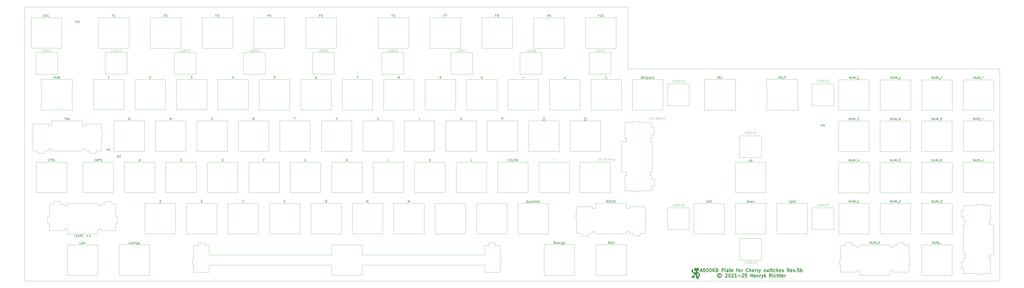
<source format=gto>
%TF.GenerationSoftware,KiCad,Pcbnew,9.0.1*%
%TF.CreationDate,2026-01-03T11:04:56+01:00*%
%TF.ProjectId,A500KBPlate,41353030-4b42-4506-9c61-74652e6b6963,rev?*%
%TF.SameCoordinates,Original*%
%TF.FileFunction,Legend,Top*%
%TF.FilePolarity,Positive*%
%FSLAX46Y46*%
G04 Gerber Fmt 4.6, Leading zero omitted, Abs format (unit mm)*
G04 Created by KiCad (PCBNEW 9.0.1) date 2026-01-03 11:04:56*
%MOMM*%
%LPD*%
G01*
G04 APERTURE LIST*
%ADD10C,0.300000*%
%ADD11C,0.150000*%
%ADD12C,0.100000*%
%TA.AperFunction,Profile*%
%ADD13C,0.050000*%
%TD*%
%TA.AperFunction,Profile*%
%ADD14C,0.120000*%
%TD*%
%TA.AperFunction,Profile*%
%ADD15C,0.100000*%
%TD*%
G04 APERTURE END LIST*
D10*
X336242859Y-355992299D02*
X336957145Y-355992299D01*
X336100002Y-356420870D02*
X336600002Y-354920870D01*
X336600002Y-354920870D02*
X337100002Y-356420870D01*
X338314287Y-354920870D02*
X337600001Y-354920870D01*
X337600001Y-354920870D02*
X337528573Y-355635156D01*
X337528573Y-355635156D02*
X337600001Y-355563727D01*
X337600001Y-355563727D02*
X337742859Y-355492299D01*
X337742859Y-355492299D02*
X338100001Y-355492299D01*
X338100001Y-355492299D02*
X338242859Y-355563727D01*
X338242859Y-355563727D02*
X338314287Y-355635156D01*
X338314287Y-355635156D02*
X338385716Y-355778013D01*
X338385716Y-355778013D02*
X338385716Y-356135156D01*
X338385716Y-356135156D02*
X338314287Y-356278013D01*
X338314287Y-356278013D02*
X338242859Y-356349442D01*
X338242859Y-356349442D02*
X338100001Y-356420870D01*
X338100001Y-356420870D02*
X337742859Y-356420870D01*
X337742859Y-356420870D02*
X337600001Y-356349442D01*
X337600001Y-356349442D02*
X337528573Y-356278013D01*
X339314287Y-354920870D02*
X339457144Y-354920870D01*
X339457144Y-354920870D02*
X339600001Y-354992299D01*
X339600001Y-354992299D02*
X339671430Y-355063727D01*
X339671430Y-355063727D02*
X339742858Y-355206584D01*
X339742858Y-355206584D02*
X339814287Y-355492299D01*
X339814287Y-355492299D02*
X339814287Y-355849442D01*
X339814287Y-355849442D02*
X339742858Y-356135156D01*
X339742858Y-356135156D02*
X339671430Y-356278013D01*
X339671430Y-356278013D02*
X339600001Y-356349442D01*
X339600001Y-356349442D02*
X339457144Y-356420870D01*
X339457144Y-356420870D02*
X339314287Y-356420870D01*
X339314287Y-356420870D02*
X339171430Y-356349442D01*
X339171430Y-356349442D02*
X339100001Y-356278013D01*
X339100001Y-356278013D02*
X339028572Y-356135156D01*
X339028572Y-356135156D02*
X338957144Y-355849442D01*
X338957144Y-355849442D02*
X338957144Y-355492299D01*
X338957144Y-355492299D02*
X339028572Y-355206584D01*
X339028572Y-355206584D02*
X339100001Y-355063727D01*
X339100001Y-355063727D02*
X339171430Y-354992299D01*
X339171430Y-354992299D02*
X339314287Y-354920870D01*
X340742858Y-354920870D02*
X340885715Y-354920870D01*
X340885715Y-354920870D02*
X341028572Y-354992299D01*
X341028572Y-354992299D02*
X341100001Y-355063727D01*
X341100001Y-355063727D02*
X341171429Y-355206584D01*
X341171429Y-355206584D02*
X341242858Y-355492299D01*
X341242858Y-355492299D02*
X341242858Y-355849442D01*
X341242858Y-355849442D02*
X341171429Y-356135156D01*
X341171429Y-356135156D02*
X341100001Y-356278013D01*
X341100001Y-356278013D02*
X341028572Y-356349442D01*
X341028572Y-356349442D02*
X340885715Y-356420870D01*
X340885715Y-356420870D02*
X340742858Y-356420870D01*
X340742858Y-356420870D02*
X340600001Y-356349442D01*
X340600001Y-356349442D02*
X340528572Y-356278013D01*
X340528572Y-356278013D02*
X340457143Y-356135156D01*
X340457143Y-356135156D02*
X340385715Y-355849442D01*
X340385715Y-355849442D02*
X340385715Y-355492299D01*
X340385715Y-355492299D02*
X340457143Y-355206584D01*
X340457143Y-355206584D02*
X340528572Y-355063727D01*
X340528572Y-355063727D02*
X340600001Y-354992299D01*
X340600001Y-354992299D02*
X340742858Y-354920870D01*
X341885714Y-356420870D02*
X341885714Y-354920870D01*
X342742857Y-356420870D02*
X342100000Y-355563727D01*
X342742857Y-354920870D02*
X341885714Y-355778013D01*
X343885714Y-355635156D02*
X344100000Y-355706584D01*
X344100000Y-355706584D02*
X344171429Y-355778013D01*
X344171429Y-355778013D02*
X344242857Y-355920870D01*
X344242857Y-355920870D02*
X344242857Y-356135156D01*
X344242857Y-356135156D02*
X344171429Y-356278013D01*
X344171429Y-356278013D02*
X344100000Y-356349442D01*
X344100000Y-356349442D02*
X343957143Y-356420870D01*
X343957143Y-356420870D02*
X343385714Y-356420870D01*
X343385714Y-356420870D02*
X343385714Y-354920870D01*
X343385714Y-354920870D02*
X343885714Y-354920870D01*
X343885714Y-354920870D02*
X344028572Y-354992299D01*
X344028572Y-354992299D02*
X344100000Y-355063727D01*
X344100000Y-355063727D02*
X344171429Y-355206584D01*
X344171429Y-355206584D02*
X344171429Y-355349442D01*
X344171429Y-355349442D02*
X344100000Y-355492299D01*
X344100000Y-355492299D02*
X344028572Y-355563727D01*
X344028572Y-355563727D02*
X343885714Y-355635156D01*
X343885714Y-355635156D02*
X343385714Y-355635156D01*
X346028571Y-356420870D02*
X346028571Y-354920870D01*
X346028571Y-354920870D02*
X346600000Y-354920870D01*
X346600000Y-354920870D02*
X346742857Y-354992299D01*
X346742857Y-354992299D02*
X346814286Y-355063727D01*
X346814286Y-355063727D02*
X346885714Y-355206584D01*
X346885714Y-355206584D02*
X346885714Y-355420870D01*
X346885714Y-355420870D02*
X346814286Y-355563727D01*
X346814286Y-355563727D02*
X346742857Y-355635156D01*
X346742857Y-355635156D02*
X346600000Y-355706584D01*
X346600000Y-355706584D02*
X346028571Y-355706584D01*
X347742857Y-356420870D02*
X347600000Y-356349442D01*
X347600000Y-356349442D02*
X347528571Y-356206584D01*
X347528571Y-356206584D02*
X347528571Y-354920870D01*
X348957143Y-356420870D02*
X348957143Y-355635156D01*
X348957143Y-355635156D02*
X348885714Y-355492299D01*
X348885714Y-355492299D02*
X348742857Y-355420870D01*
X348742857Y-355420870D02*
X348457143Y-355420870D01*
X348457143Y-355420870D02*
X348314285Y-355492299D01*
X348957143Y-356349442D02*
X348814285Y-356420870D01*
X348814285Y-356420870D02*
X348457143Y-356420870D01*
X348457143Y-356420870D02*
X348314285Y-356349442D01*
X348314285Y-356349442D02*
X348242857Y-356206584D01*
X348242857Y-356206584D02*
X348242857Y-356063727D01*
X348242857Y-356063727D02*
X348314285Y-355920870D01*
X348314285Y-355920870D02*
X348457143Y-355849442D01*
X348457143Y-355849442D02*
X348814285Y-355849442D01*
X348814285Y-355849442D02*
X348957143Y-355778013D01*
X349457143Y-355420870D02*
X350028571Y-355420870D01*
X349671428Y-354920870D02*
X349671428Y-356206584D01*
X349671428Y-356206584D02*
X349742857Y-356349442D01*
X349742857Y-356349442D02*
X349885714Y-356420870D01*
X349885714Y-356420870D02*
X350028571Y-356420870D01*
X351100000Y-356349442D02*
X350957143Y-356420870D01*
X350957143Y-356420870D02*
X350671429Y-356420870D01*
X350671429Y-356420870D02*
X350528571Y-356349442D01*
X350528571Y-356349442D02*
X350457143Y-356206584D01*
X350457143Y-356206584D02*
X350457143Y-355635156D01*
X350457143Y-355635156D02*
X350528571Y-355492299D01*
X350528571Y-355492299D02*
X350671429Y-355420870D01*
X350671429Y-355420870D02*
X350957143Y-355420870D01*
X350957143Y-355420870D02*
X351100000Y-355492299D01*
X351100000Y-355492299D02*
X351171429Y-355635156D01*
X351171429Y-355635156D02*
X351171429Y-355778013D01*
X351171429Y-355778013D02*
X350457143Y-355920870D01*
X352742857Y-355420870D02*
X353314285Y-355420870D01*
X352957142Y-356420870D02*
X352957142Y-355135156D01*
X352957142Y-355135156D02*
X353028571Y-354992299D01*
X353028571Y-354992299D02*
X353171428Y-354920870D01*
X353171428Y-354920870D02*
X353314285Y-354920870D01*
X354028571Y-356420870D02*
X353885714Y-356349442D01*
X353885714Y-356349442D02*
X353814285Y-356278013D01*
X353814285Y-356278013D02*
X353742857Y-356135156D01*
X353742857Y-356135156D02*
X353742857Y-355706584D01*
X353742857Y-355706584D02*
X353814285Y-355563727D01*
X353814285Y-355563727D02*
X353885714Y-355492299D01*
X353885714Y-355492299D02*
X354028571Y-355420870D01*
X354028571Y-355420870D02*
X354242857Y-355420870D01*
X354242857Y-355420870D02*
X354385714Y-355492299D01*
X354385714Y-355492299D02*
X354457143Y-355563727D01*
X354457143Y-355563727D02*
X354528571Y-355706584D01*
X354528571Y-355706584D02*
X354528571Y-356135156D01*
X354528571Y-356135156D02*
X354457143Y-356278013D01*
X354457143Y-356278013D02*
X354385714Y-356349442D01*
X354385714Y-356349442D02*
X354242857Y-356420870D01*
X354242857Y-356420870D02*
X354028571Y-356420870D01*
X355171428Y-356420870D02*
X355171428Y-355420870D01*
X355171428Y-355706584D02*
X355242857Y-355563727D01*
X355242857Y-355563727D02*
X355314286Y-355492299D01*
X355314286Y-355492299D02*
X355457143Y-355420870D01*
X355457143Y-355420870D02*
X355600000Y-355420870D01*
X358099999Y-356278013D02*
X358028571Y-356349442D01*
X358028571Y-356349442D02*
X357814285Y-356420870D01*
X357814285Y-356420870D02*
X357671428Y-356420870D01*
X357671428Y-356420870D02*
X357457142Y-356349442D01*
X357457142Y-356349442D02*
X357314285Y-356206584D01*
X357314285Y-356206584D02*
X357242856Y-356063727D01*
X357242856Y-356063727D02*
X357171428Y-355778013D01*
X357171428Y-355778013D02*
X357171428Y-355563727D01*
X357171428Y-355563727D02*
X357242856Y-355278013D01*
X357242856Y-355278013D02*
X357314285Y-355135156D01*
X357314285Y-355135156D02*
X357457142Y-354992299D01*
X357457142Y-354992299D02*
X357671428Y-354920870D01*
X357671428Y-354920870D02*
X357814285Y-354920870D01*
X357814285Y-354920870D02*
X358028571Y-354992299D01*
X358028571Y-354992299D02*
X358099999Y-355063727D01*
X358742856Y-356420870D02*
X358742856Y-354920870D01*
X359385714Y-356420870D02*
X359385714Y-355635156D01*
X359385714Y-355635156D02*
X359314285Y-355492299D01*
X359314285Y-355492299D02*
X359171428Y-355420870D01*
X359171428Y-355420870D02*
X358957142Y-355420870D01*
X358957142Y-355420870D02*
X358814285Y-355492299D01*
X358814285Y-355492299D02*
X358742856Y-355563727D01*
X360671428Y-356349442D02*
X360528571Y-356420870D01*
X360528571Y-356420870D02*
X360242857Y-356420870D01*
X360242857Y-356420870D02*
X360099999Y-356349442D01*
X360099999Y-356349442D02*
X360028571Y-356206584D01*
X360028571Y-356206584D02*
X360028571Y-355635156D01*
X360028571Y-355635156D02*
X360099999Y-355492299D01*
X360099999Y-355492299D02*
X360242857Y-355420870D01*
X360242857Y-355420870D02*
X360528571Y-355420870D01*
X360528571Y-355420870D02*
X360671428Y-355492299D01*
X360671428Y-355492299D02*
X360742857Y-355635156D01*
X360742857Y-355635156D02*
X360742857Y-355778013D01*
X360742857Y-355778013D02*
X360028571Y-355920870D01*
X361385713Y-356420870D02*
X361385713Y-355420870D01*
X361385713Y-355706584D02*
X361457142Y-355563727D01*
X361457142Y-355563727D02*
X361528571Y-355492299D01*
X361528571Y-355492299D02*
X361671428Y-355420870D01*
X361671428Y-355420870D02*
X361814285Y-355420870D01*
X362314284Y-356420870D02*
X362314284Y-355420870D01*
X362314284Y-355706584D02*
X362385713Y-355563727D01*
X362385713Y-355563727D02*
X362457142Y-355492299D01*
X362457142Y-355492299D02*
X362599999Y-355420870D01*
X362599999Y-355420870D02*
X362742856Y-355420870D01*
X363099998Y-355420870D02*
X363457141Y-356420870D01*
X363814284Y-355420870D02*
X363457141Y-356420870D01*
X363457141Y-356420870D02*
X363314284Y-356778013D01*
X363314284Y-356778013D02*
X363242855Y-356849442D01*
X363242855Y-356849442D02*
X363099998Y-356920870D01*
X365457141Y-356349442D02*
X365599998Y-356420870D01*
X365599998Y-356420870D02*
X365885712Y-356420870D01*
X365885712Y-356420870D02*
X366028569Y-356349442D01*
X366028569Y-356349442D02*
X366099998Y-356206584D01*
X366099998Y-356206584D02*
X366099998Y-356135156D01*
X366099998Y-356135156D02*
X366028569Y-355992299D01*
X366028569Y-355992299D02*
X365885712Y-355920870D01*
X365885712Y-355920870D02*
X365671427Y-355920870D01*
X365671427Y-355920870D02*
X365528569Y-355849442D01*
X365528569Y-355849442D02*
X365457141Y-355706584D01*
X365457141Y-355706584D02*
X365457141Y-355635156D01*
X365457141Y-355635156D02*
X365528569Y-355492299D01*
X365528569Y-355492299D02*
X365671427Y-355420870D01*
X365671427Y-355420870D02*
X365885712Y-355420870D01*
X365885712Y-355420870D02*
X366028569Y-355492299D01*
X366599998Y-355420870D02*
X366885713Y-356420870D01*
X366885713Y-356420870D02*
X367171427Y-355706584D01*
X367171427Y-355706584D02*
X367457141Y-356420870D01*
X367457141Y-356420870D02*
X367742855Y-355420870D01*
X368314284Y-356420870D02*
X368314284Y-355420870D01*
X368314284Y-354920870D02*
X368242856Y-354992299D01*
X368242856Y-354992299D02*
X368314284Y-355063727D01*
X368314284Y-355063727D02*
X368385713Y-354992299D01*
X368385713Y-354992299D02*
X368314284Y-354920870D01*
X368314284Y-354920870D02*
X368314284Y-355063727D01*
X368814285Y-355420870D02*
X369385713Y-355420870D01*
X369028570Y-354920870D02*
X369028570Y-356206584D01*
X369028570Y-356206584D02*
X369099999Y-356349442D01*
X369099999Y-356349442D02*
X369242856Y-356420870D01*
X369242856Y-356420870D02*
X369385713Y-356420870D01*
X370528571Y-356349442D02*
X370385713Y-356420870D01*
X370385713Y-356420870D02*
X370099999Y-356420870D01*
X370099999Y-356420870D02*
X369957142Y-356349442D01*
X369957142Y-356349442D02*
X369885713Y-356278013D01*
X369885713Y-356278013D02*
X369814285Y-356135156D01*
X369814285Y-356135156D02*
X369814285Y-355706584D01*
X369814285Y-355706584D02*
X369885713Y-355563727D01*
X369885713Y-355563727D02*
X369957142Y-355492299D01*
X369957142Y-355492299D02*
X370099999Y-355420870D01*
X370099999Y-355420870D02*
X370385713Y-355420870D01*
X370385713Y-355420870D02*
X370528571Y-355492299D01*
X371171427Y-356420870D02*
X371171427Y-354920870D01*
X371814285Y-356420870D02*
X371814285Y-355635156D01*
X371814285Y-355635156D02*
X371742856Y-355492299D01*
X371742856Y-355492299D02*
X371599999Y-355420870D01*
X371599999Y-355420870D02*
X371385713Y-355420870D01*
X371385713Y-355420870D02*
X371242856Y-355492299D01*
X371242856Y-355492299D02*
X371171427Y-355563727D01*
X373099999Y-356349442D02*
X372957142Y-356420870D01*
X372957142Y-356420870D02*
X372671428Y-356420870D01*
X372671428Y-356420870D02*
X372528570Y-356349442D01*
X372528570Y-356349442D02*
X372457142Y-356206584D01*
X372457142Y-356206584D02*
X372457142Y-355635156D01*
X372457142Y-355635156D02*
X372528570Y-355492299D01*
X372528570Y-355492299D02*
X372671428Y-355420870D01*
X372671428Y-355420870D02*
X372957142Y-355420870D01*
X372957142Y-355420870D02*
X373099999Y-355492299D01*
X373099999Y-355492299D02*
X373171428Y-355635156D01*
X373171428Y-355635156D02*
X373171428Y-355778013D01*
X373171428Y-355778013D02*
X372457142Y-355920870D01*
X373742856Y-356349442D02*
X373885713Y-356420870D01*
X373885713Y-356420870D02*
X374171427Y-356420870D01*
X374171427Y-356420870D02*
X374314284Y-356349442D01*
X374314284Y-356349442D02*
X374385713Y-356206584D01*
X374385713Y-356206584D02*
X374385713Y-356135156D01*
X374385713Y-356135156D02*
X374314284Y-355992299D01*
X374314284Y-355992299D02*
X374171427Y-355920870D01*
X374171427Y-355920870D02*
X373957142Y-355920870D01*
X373957142Y-355920870D02*
X373814284Y-355849442D01*
X373814284Y-355849442D02*
X373742856Y-355706584D01*
X373742856Y-355706584D02*
X373742856Y-355635156D01*
X373742856Y-355635156D02*
X373814284Y-355492299D01*
X373814284Y-355492299D02*
X373957142Y-355420870D01*
X373957142Y-355420870D02*
X374171427Y-355420870D01*
X374171427Y-355420870D02*
X374314284Y-355492299D01*
X377028570Y-356420870D02*
X376528570Y-355706584D01*
X376171427Y-356420870D02*
X376171427Y-354920870D01*
X376171427Y-354920870D02*
X376742856Y-354920870D01*
X376742856Y-354920870D02*
X376885713Y-354992299D01*
X376885713Y-354992299D02*
X376957142Y-355063727D01*
X376957142Y-355063727D02*
X377028570Y-355206584D01*
X377028570Y-355206584D02*
X377028570Y-355420870D01*
X377028570Y-355420870D02*
X376957142Y-355563727D01*
X376957142Y-355563727D02*
X376885713Y-355635156D01*
X376885713Y-355635156D02*
X376742856Y-355706584D01*
X376742856Y-355706584D02*
X376171427Y-355706584D01*
X378242856Y-356349442D02*
X378099999Y-356420870D01*
X378099999Y-356420870D02*
X377814285Y-356420870D01*
X377814285Y-356420870D02*
X377671427Y-356349442D01*
X377671427Y-356349442D02*
X377599999Y-356206584D01*
X377599999Y-356206584D02*
X377599999Y-355635156D01*
X377599999Y-355635156D02*
X377671427Y-355492299D01*
X377671427Y-355492299D02*
X377814285Y-355420870D01*
X377814285Y-355420870D02*
X378099999Y-355420870D01*
X378099999Y-355420870D02*
X378242856Y-355492299D01*
X378242856Y-355492299D02*
X378314285Y-355635156D01*
X378314285Y-355635156D02*
X378314285Y-355778013D01*
X378314285Y-355778013D02*
X377599999Y-355920870D01*
X378814284Y-355420870D02*
X379171427Y-356420870D01*
X379171427Y-356420870D02*
X379528570Y-355420870D01*
X380099998Y-356278013D02*
X380171427Y-356349442D01*
X380171427Y-356349442D02*
X380099998Y-356420870D01*
X380099998Y-356420870D02*
X380028570Y-356349442D01*
X380028570Y-356349442D02*
X380099998Y-356278013D01*
X380099998Y-356278013D02*
X380099998Y-356420870D01*
X381528570Y-354920870D02*
X380814284Y-354920870D01*
X380814284Y-354920870D02*
X380742856Y-355635156D01*
X380742856Y-355635156D02*
X380814284Y-355563727D01*
X380814284Y-355563727D02*
X380957142Y-355492299D01*
X380957142Y-355492299D02*
X381314284Y-355492299D01*
X381314284Y-355492299D02*
X381457142Y-355563727D01*
X381457142Y-355563727D02*
X381528570Y-355635156D01*
X381528570Y-355635156D02*
X381599999Y-355778013D01*
X381599999Y-355778013D02*
X381599999Y-356135156D01*
X381599999Y-356135156D02*
X381528570Y-356278013D01*
X381528570Y-356278013D02*
X381457142Y-356349442D01*
X381457142Y-356349442D02*
X381314284Y-356420870D01*
X381314284Y-356420870D02*
X380957142Y-356420870D01*
X380957142Y-356420870D02*
X380814284Y-356349442D01*
X380814284Y-356349442D02*
X380742856Y-356278013D01*
X382242855Y-356420870D02*
X382242855Y-354920870D01*
X382242855Y-355492299D02*
X382385713Y-355420870D01*
X382385713Y-355420870D02*
X382671427Y-355420870D01*
X382671427Y-355420870D02*
X382814284Y-355492299D01*
X382814284Y-355492299D02*
X382885713Y-355563727D01*
X382885713Y-355563727D02*
X382957141Y-355706584D01*
X382957141Y-355706584D02*
X382957141Y-356135156D01*
X382957141Y-356135156D02*
X382885713Y-356278013D01*
X382885713Y-356278013D02*
X382814284Y-356349442D01*
X382814284Y-356349442D02*
X382671427Y-356420870D01*
X382671427Y-356420870D02*
X382385713Y-356420870D01*
X382385713Y-356420870D02*
X382242855Y-356349442D01*
X345242858Y-357692929D02*
X345100001Y-357621500D01*
X345100001Y-357621500D02*
X344814287Y-357621500D01*
X344814287Y-357621500D02*
X344671430Y-357692929D01*
X344671430Y-357692929D02*
X344528572Y-357835786D01*
X344528572Y-357835786D02*
X344457144Y-357978643D01*
X344457144Y-357978643D02*
X344457144Y-358264358D01*
X344457144Y-358264358D02*
X344528572Y-358407215D01*
X344528572Y-358407215D02*
X344671430Y-358550072D01*
X344671430Y-358550072D02*
X344814287Y-358621500D01*
X344814287Y-358621500D02*
X345100001Y-358621500D01*
X345100001Y-358621500D02*
X345242858Y-358550072D01*
X344957144Y-357121500D02*
X344600001Y-357192929D01*
X344600001Y-357192929D02*
X344242858Y-357407215D01*
X344242858Y-357407215D02*
X344028572Y-357764358D01*
X344028572Y-357764358D02*
X343957144Y-358121500D01*
X343957144Y-358121500D02*
X344028572Y-358478643D01*
X344028572Y-358478643D02*
X344242858Y-358835786D01*
X344242858Y-358835786D02*
X344600001Y-359050072D01*
X344600001Y-359050072D02*
X344957144Y-359121500D01*
X344957144Y-359121500D02*
X345314287Y-359050072D01*
X345314287Y-359050072D02*
X345671430Y-358835786D01*
X345671430Y-358835786D02*
X345885715Y-358478643D01*
X345885715Y-358478643D02*
X345957144Y-358121500D01*
X345957144Y-358121500D02*
X345885715Y-357764358D01*
X345885715Y-357764358D02*
X345671430Y-357407215D01*
X345671430Y-357407215D02*
X345314287Y-357192929D01*
X345314287Y-357192929D02*
X344957144Y-357121500D01*
X347671430Y-357478643D02*
X347742858Y-357407215D01*
X347742858Y-357407215D02*
X347885716Y-357335786D01*
X347885716Y-357335786D02*
X348242858Y-357335786D01*
X348242858Y-357335786D02*
X348385716Y-357407215D01*
X348385716Y-357407215D02*
X348457144Y-357478643D01*
X348457144Y-357478643D02*
X348528573Y-357621500D01*
X348528573Y-357621500D02*
X348528573Y-357764358D01*
X348528573Y-357764358D02*
X348457144Y-357978643D01*
X348457144Y-357978643D02*
X347600001Y-358835786D01*
X347600001Y-358835786D02*
X348528573Y-358835786D01*
X349457144Y-357335786D02*
X349600001Y-357335786D01*
X349600001Y-357335786D02*
X349742858Y-357407215D01*
X349742858Y-357407215D02*
X349814287Y-357478643D01*
X349814287Y-357478643D02*
X349885715Y-357621500D01*
X349885715Y-357621500D02*
X349957144Y-357907215D01*
X349957144Y-357907215D02*
X349957144Y-358264358D01*
X349957144Y-358264358D02*
X349885715Y-358550072D01*
X349885715Y-358550072D02*
X349814287Y-358692929D01*
X349814287Y-358692929D02*
X349742858Y-358764358D01*
X349742858Y-358764358D02*
X349600001Y-358835786D01*
X349600001Y-358835786D02*
X349457144Y-358835786D01*
X349457144Y-358835786D02*
X349314287Y-358764358D01*
X349314287Y-358764358D02*
X349242858Y-358692929D01*
X349242858Y-358692929D02*
X349171429Y-358550072D01*
X349171429Y-358550072D02*
X349100001Y-358264358D01*
X349100001Y-358264358D02*
X349100001Y-357907215D01*
X349100001Y-357907215D02*
X349171429Y-357621500D01*
X349171429Y-357621500D02*
X349242858Y-357478643D01*
X349242858Y-357478643D02*
X349314287Y-357407215D01*
X349314287Y-357407215D02*
X349457144Y-357335786D01*
X350528572Y-357478643D02*
X350600000Y-357407215D01*
X350600000Y-357407215D02*
X350742858Y-357335786D01*
X350742858Y-357335786D02*
X351100000Y-357335786D01*
X351100000Y-357335786D02*
X351242858Y-357407215D01*
X351242858Y-357407215D02*
X351314286Y-357478643D01*
X351314286Y-357478643D02*
X351385715Y-357621500D01*
X351385715Y-357621500D02*
X351385715Y-357764358D01*
X351385715Y-357764358D02*
X351314286Y-357978643D01*
X351314286Y-357978643D02*
X350457143Y-358835786D01*
X350457143Y-358835786D02*
X351385715Y-358835786D01*
X352814286Y-358835786D02*
X351957143Y-358835786D01*
X352385714Y-358835786D02*
X352385714Y-357335786D01*
X352385714Y-357335786D02*
X352242857Y-357550072D01*
X352242857Y-357550072D02*
X352100000Y-357692929D01*
X352100000Y-357692929D02*
X351957143Y-357764358D01*
X353457142Y-358264358D02*
X354600000Y-358264358D01*
X355242857Y-357478643D02*
X355314285Y-357407215D01*
X355314285Y-357407215D02*
X355457143Y-357335786D01*
X355457143Y-357335786D02*
X355814285Y-357335786D01*
X355814285Y-357335786D02*
X355957143Y-357407215D01*
X355957143Y-357407215D02*
X356028571Y-357478643D01*
X356028571Y-357478643D02*
X356100000Y-357621500D01*
X356100000Y-357621500D02*
X356100000Y-357764358D01*
X356100000Y-357764358D02*
X356028571Y-357978643D01*
X356028571Y-357978643D02*
X355171428Y-358835786D01*
X355171428Y-358835786D02*
X356100000Y-358835786D01*
X357457142Y-357335786D02*
X356742856Y-357335786D01*
X356742856Y-357335786D02*
X356671428Y-358050072D01*
X356671428Y-358050072D02*
X356742856Y-357978643D01*
X356742856Y-357978643D02*
X356885714Y-357907215D01*
X356885714Y-357907215D02*
X357242856Y-357907215D01*
X357242856Y-357907215D02*
X357385714Y-357978643D01*
X357385714Y-357978643D02*
X357457142Y-358050072D01*
X357457142Y-358050072D02*
X357528571Y-358192929D01*
X357528571Y-358192929D02*
X357528571Y-358550072D01*
X357528571Y-358550072D02*
X357457142Y-358692929D01*
X357457142Y-358692929D02*
X357385714Y-358764358D01*
X357385714Y-358764358D02*
X357242856Y-358835786D01*
X357242856Y-358835786D02*
X356885714Y-358835786D01*
X356885714Y-358835786D02*
X356742856Y-358764358D01*
X356742856Y-358764358D02*
X356671428Y-358692929D01*
X359314284Y-358835786D02*
X359314284Y-357335786D01*
X359314284Y-358050072D02*
X360171427Y-358050072D01*
X360171427Y-358835786D02*
X360171427Y-357335786D01*
X361457142Y-358764358D02*
X361314285Y-358835786D01*
X361314285Y-358835786D02*
X361028571Y-358835786D01*
X361028571Y-358835786D02*
X360885713Y-358764358D01*
X360885713Y-358764358D02*
X360814285Y-358621500D01*
X360814285Y-358621500D02*
X360814285Y-358050072D01*
X360814285Y-358050072D02*
X360885713Y-357907215D01*
X360885713Y-357907215D02*
X361028571Y-357835786D01*
X361028571Y-357835786D02*
X361314285Y-357835786D01*
X361314285Y-357835786D02*
X361457142Y-357907215D01*
X361457142Y-357907215D02*
X361528571Y-358050072D01*
X361528571Y-358050072D02*
X361528571Y-358192929D01*
X361528571Y-358192929D02*
X360814285Y-358335786D01*
X362171427Y-357835786D02*
X362171427Y-358835786D01*
X362171427Y-357978643D02*
X362242856Y-357907215D01*
X362242856Y-357907215D02*
X362385713Y-357835786D01*
X362385713Y-357835786D02*
X362599999Y-357835786D01*
X362599999Y-357835786D02*
X362742856Y-357907215D01*
X362742856Y-357907215D02*
X362814285Y-358050072D01*
X362814285Y-358050072D02*
X362814285Y-358835786D01*
X363528570Y-358835786D02*
X363528570Y-357835786D01*
X363528570Y-358121500D02*
X363599999Y-357978643D01*
X363599999Y-357978643D02*
X363671428Y-357907215D01*
X363671428Y-357907215D02*
X363814285Y-357835786D01*
X363814285Y-357835786D02*
X363957142Y-357835786D01*
X364314284Y-357835786D02*
X364671427Y-358835786D01*
X365028570Y-357835786D02*
X364671427Y-358835786D01*
X364671427Y-358835786D02*
X364528570Y-359192929D01*
X364528570Y-359192929D02*
X364457141Y-359264358D01*
X364457141Y-359264358D02*
X364314284Y-359335786D01*
X365599998Y-358835786D02*
X365599998Y-357335786D01*
X365742856Y-358264358D02*
X366171427Y-358835786D01*
X366171427Y-357835786D02*
X365599998Y-358407215D01*
X368814284Y-358835786D02*
X368314284Y-358121500D01*
X367957141Y-358835786D02*
X367957141Y-357335786D01*
X367957141Y-357335786D02*
X368528570Y-357335786D01*
X368528570Y-357335786D02*
X368671427Y-357407215D01*
X368671427Y-357407215D02*
X368742856Y-357478643D01*
X368742856Y-357478643D02*
X368814284Y-357621500D01*
X368814284Y-357621500D02*
X368814284Y-357835786D01*
X368814284Y-357835786D02*
X368742856Y-357978643D01*
X368742856Y-357978643D02*
X368671427Y-358050072D01*
X368671427Y-358050072D02*
X368528570Y-358121500D01*
X368528570Y-358121500D02*
X367957141Y-358121500D01*
X369457141Y-358835786D02*
X369457141Y-357835786D01*
X369457141Y-357335786D02*
X369385713Y-357407215D01*
X369385713Y-357407215D02*
X369457141Y-357478643D01*
X369457141Y-357478643D02*
X369528570Y-357407215D01*
X369528570Y-357407215D02*
X369457141Y-357335786D01*
X369457141Y-357335786D02*
X369457141Y-357478643D01*
X370814285Y-358764358D02*
X370671427Y-358835786D01*
X370671427Y-358835786D02*
X370385713Y-358835786D01*
X370385713Y-358835786D02*
X370242856Y-358764358D01*
X370242856Y-358764358D02*
X370171427Y-358692929D01*
X370171427Y-358692929D02*
X370099999Y-358550072D01*
X370099999Y-358550072D02*
X370099999Y-358121500D01*
X370099999Y-358121500D02*
X370171427Y-357978643D01*
X370171427Y-357978643D02*
X370242856Y-357907215D01*
X370242856Y-357907215D02*
X370385713Y-357835786D01*
X370385713Y-357835786D02*
X370671427Y-357835786D01*
X370671427Y-357835786D02*
X370814285Y-357907215D01*
X371457141Y-358835786D02*
X371457141Y-357335786D01*
X372099999Y-358835786D02*
X372099999Y-358050072D01*
X372099999Y-358050072D02*
X372028570Y-357907215D01*
X372028570Y-357907215D02*
X371885713Y-357835786D01*
X371885713Y-357835786D02*
X371671427Y-357835786D01*
X371671427Y-357835786D02*
X371528570Y-357907215D01*
X371528570Y-357907215D02*
X371457141Y-357978643D01*
X372599999Y-357835786D02*
X373171427Y-357835786D01*
X372814284Y-357335786D02*
X372814284Y-358621500D01*
X372814284Y-358621500D02*
X372885713Y-358764358D01*
X372885713Y-358764358D02*
X373028570Y-358835786D01*
X373028570Y-358835786D02*
X373171427Y-358835786D01*
X374242856Y-358764358D02*
X374099999Y-358835786D01*
X374099999Y-358835786D02*
X373814285Y-358835786D01*
X373814285Y-358835786D02*
X373671427Y-358764358D01*
X373671427Y-358764358D02*
X373599999Y-358621500D01*
X373599999Y-358621500D02*
X373599999Y-358050072D01*
X373599999Y-358050072D02*
X373671427Y-357907215D01*
X373671427Y-357907215D02*
X373814285Y-357835786D01*
X373814285Y-357835786D02*
X374099999Y-357835786D01*
X374099999Y-357835786D02*
X374242856Y-357907215D01*
X374242856Y-357907215D02*
X374314285Y-358050072D01*
X374314285Y-358050072D02*
X374314285Y-358192929D01*
X374314285Y-358192929D02*
X373599999Y-358335786D01*
X374957141Y-358835786D02*
X374957141Y-357835786D01*
X374957141Y-358121500D02*
X375028570Y-357978643D01*
X375028570Y-357978643D02*
X375099999Y-357907215D01*
X375099999Y-357907215D02*
X375242856Y-357835786D01*
X375242856Y-357835786D02*
X375385713Y-357835786D01*
D11*
X34267924Y-238221109D02*
X34601257Y-238221109D01*
X34744114Y-238744919D02*
X34267924Y-238744919D01*
X34267924Y-238744919D02*
X34267924Y-237744919D01*
X34267924Y-237744919D02*
X34744114Y-237744919D01*
X35125067Y-238697300D02*
X35267924Y-238744919D01*
X35267924Y-238744919D02*
X35506019Y-238744919D01*
X35506019Y-238744919D02*
X35601257Y-238697300D01*
X35601257Y-238697300D02*
X35648876Y-238649680D01*
X35648876Y-238649680D02*
X35696495Y-238554442D01*
X35696495Y-238554442D02*
X35696495Y-238459204D01*
X35696495Y-238459204D02*
X35648876Y-238363966D01*
X35648876Y-238363966D02*
X35601257Y-238316347D01*
X35601257Y-238316347D02*
X35506019Y-238268728D01*
X35506019Y-238268728D02*
X35315543Y-238221109D01*
X35315543Y-238221109D02*
X35220305Y-238173490D01*
X35220305Y-238173490D02*
X35172686Y-238125871D01*
X35172686Y-238125871D02*
X35125067Y-238030633D01*
X35125067Y-238030633D02*
X35125067Y-237935395D01*
X35125067Y-237935395D02*
X35172686Y-237840157D01*
X35172686Y-237840157D02*
X35220305Y-237792538D01*
X35220305Y-237792538D02*
X35315543Y-237744919D01*
X35315543Y-237744919D02*
X35553638Y-237744919D01*
X35553638Y-237744919D02*
X35696495Y-237792538D01*
X36696495Y-238649680D02*
X36648876Y-238697300D01*
X36648876Y-238697300D02*
X36506019Y-238744919D01*
X36506019Y-238744919D02*
X36410781Y-238744919D01*
X36410781Y-238744919D02*
X36267924Y-238697300D01*
X36267924Y-238697300D02*
X36172686Y-238602061D01*
X36172686Y-238602061D02*
X36125067Y-238506823D01*
X36125067Y-238506823D02*
X36077448Y-238316347D01*
X36077448Y-238316347D02*
X36077448Y-238173490D01*
X36077448Y-238173490D02*
X36125067Y-237983014D01*
X36125067Y-237983014D02*
X36172686Y-237887776D01*
X36172686Y-237887776D02*
X36267924Y-237792538D01*
X36267924Y-237792538D02*
X36410781Y-237744919D01*
X36410781Y-237744919D02*
X36506019Y-237744919D01*
X36506019Y-237744919D02*
X36648876Y-237792538D01*
X36648876Y-237792538D02*
X36696495Y-237840157D01*
X38662171Y-266526252D02*
X39043123Y-266526252D01*
X38805028Y-266192919D02*
X38805028Y-267050061D01*
X38805028Y-267050061D02*
X38852647Y-267145300D01*
X38852647Y-267145300D02*
X38947885Y-267192919D01*
X38947885Y-267192919D02*
X39043123Y-267192919D01*
X39376457Y-267192919D02*
X39376457Y-266526252D01*
X39376457Y-266192919D02*
X39328838Y-266240538D01*
X39328838Y-266240538D02*
X39376457Y-266288157D01*
X39376457Y-266288157D02*
X39424076Y-266240538D01*
X39424076Y-266240538D02*
X39376457Y-266192919D01*
X39376457Y-266192919D02*
X39376457Y-266288157D01*
X39995504Y-267192919D02*
X39900266Y-267145300D01*
X39900266Y-267145300D02*
X39852647Y-267050061D01*
X39852647Y-267050061D02*
X39852647Y-266192919D01*
X40805028Y-267192919D02*
X40805028Y-266192919D01*
X40805028Y-267145300D02*
X40709790Y-267192919D01*
X40709790Y-267192919D02*
X40519314Y-267192919D01*
X40519314Y-267192919D02*
X40424076Y-267145300D01*
X40424076Y-267145300D02*
X40376457Y-267097680D01*
X40376457Y-267097680D02*
X40328838Y-267002442D01*
X40328838Y-267002442D02*
X40328838Y-266716728D01*
X40328838Y-266716728D02*
X40376457Y-266621490D01*
X40376457Y-266621490D02*
X40424076Y-266573871D01*
X40424076Y-266573871D02*
X40519314Y-266526252D01*
X40519314Y-266526252D02*
X40709790Y-266526252D01*
X40709790Y-266526252D02*
X40805028Y-266573871D01*
X41662171Y-267145300D02*
X41566933Y-267192919D01*
X41566933Y-267192919D02*
X41376457Y-267192919D01*
X41376457Y-267192919D02*
X41281219Y-267145300D01*
X41281219Y-267145300D02*
X41233600Y-267050061D01*
X41233600Y-267050061D02*
X41233600Y-266669109D01*
X41233600Y-266669109D02*
X41281219Y-266573871D01*
X41281219Y-266573871D02*
X41376457Y-266526252D01*
X41376457Y-266526252D02*
X41566933Y-266526252D01*
X41566933Y-266526252D02*
X41662171Y-266573871D01*
X41662171Y-266573871D02*
X41709790Y-266669109D01*
X41709790Y-266669109D02*
X41709790Y-266764347D01*
X41709790Y-266764347D02*
X41233600Y-266859585D01*
X36848609Y-305219280D02*
X36800990Y-305266900D01*
X36800990Y-305266900D02*
X36658133Y-305314519D01*
X36658133Y-305314519D02*
X36562895Y-305314519D01*
X36562895Y-305314519D02*
X36420038Y-305266900D01*
X36420038Y-305266900D02*
X36324800Y-305171661D01*
X36324800Y-305171661D02*
X36277181Y-305076423D01*
X36277181Y-305076423D02*
X36229562Y-304885947D01*
X36229562Y-304885947D02*
X36229562Y-304743090D01*
X36229562Y-304743090D02*
X36277181Y-304552614D01*
X36277181Y-304552614D02*
X36324800Y-304457376D01*
X36324800Y-304457376D02*
X36420038Y-304362138D01*
X36420038Y-304362138D02*
X36562895Y-304314519D01*
X36562895Y-304314519D02*
X36658133Y-304314519D01*
X36658133Y-304314519D02*
X36800990Y-304362138D01*
X36800990Y-304362138D02*
X36848609Y-304409757D01*
X37134324Y-304314519D02*
X37705752Y-304314519D01*
X37420038Y-305314519D02*
X37420038Y-304314519D01*
X38610514Y-305314519D02*
X38277181Y-304838328D01*
X38039086Y-305314519D02*
X38039086Y-304314519D01*
X38039086Y-304314519D02*
X38420038Y-304314519D01*
X38420038Y-304314519D02*
X38515276Y-304362138D01*
X38515276Y-304362138D02*
X38562895Y-304409757D01*
X38562895Y-304409757D02*
X38610514Y-304504995D01*
X38610514Y-304504995D02*
X38610514Y-304647852D01*
X38610514Y-304647852D02*
X38562895Y-304743090D01*
X38562895Y-304743090D02*
X38515276Y-304790709D01*
X38515276Y-304790709D02*
X38420038Y-304838328D01*
X38420038Y-304838328D02*
X38039086Y-304838328D01*
X39515276Y-305314519D02*
X39039086Y-305314519D01*
X39039086Y-305314519D02*
X39039086Y-304314519D01*
X51400723Y-343516119D02*
X50924533Y-343516119D01*
X50924533Y-343516119D02*
X50924533Y-342516119D01*
X52162628Y-343516119D02*
X52162628Y-342992309D01*
X52162628Y-342992309D02*
X52115009Y-342897071D01*
X52115009Y-342897071D02*
X52019771Y-342849452D01*
X52019771Y-342849452D02*
X51829295Y-342849452D01*
X51829295Y-342849452D02*
X51734057Y-342897071D01*
X52162628Y-343468500D02*
X52067390Y-343516119D01*
X52067390Y-343516119D02*
X51829295Y-343516119D01*
X51829295Y-343516119D02*
X51734057Y-343468500D01*
X51734057Y-343468500D02*
X51686438Y-343373261D01*
X51686438Y-343373261D02*
X51686438Y-343278023D01*
X51686438Y-343278023D02*
X51734057Y-343182785D01*
X51734057Y-343182785D02*
X51829295Y-343135166D01*
X51829295Y-343135166D02*
X52067390Y-343135166D01*
X52067390Y-343135166D02*
X52162628Y-343087547D01*
X52781676Y-343516119D02*
X52686438Y-343468500D01*
X52686438Y-343468500D02*
X52638819Y-343373261D01*
X52638819Y-343373261D02*
X52638819Y-342516119D01*
X53019772Y-342849452D02*
X53400724Y-342849452D01*
X53162629Y-342516119D02*
X53162629Y-343373261D01*
X53162629Y-343373261D02*
X53210248Y-343468500D01*
X53210248Y-343468500D02*
X53305486Y-343516119D01*
X53305486Y-343516119D02*
X53400724Y-343516119D01*
X64395314Y-267192919D02*
X63823886Y-267192919D01*
X64109600Y-267192919D02*
X64109600Y-266192919D01*
X64109600Y-266192919D02*
X64014362Y-266335776D01*
X64014362Y-266335776D02*
X63919124Y-266431014D01*
X63919124Y-266431014D02*
X63823886Y-266478633D01*
X58167161Y-305219280D02*
X58119542Y-305266900D01*
X58119542Y-305266900D02*
X57976685Y-305314519D01*
X57976685Y-305314519D02*
X57881447Y-305314519D01*
X57881447Y-305314519D02*
X57738590Y-305266900D01*
X57738590Y-305266900D02*
X57643352Y-305171661D01*
X57643352Y-305171661D02*
X57595733Y-305076423D01*
X57595733Y-305076423D02*
X57548114Y-304885947D01*
X57548114Y-304885947D02*
X57548114Y-304743090D01*
X57548114Y-304743090D02*
X57595733Y-304552614D01*
X57595733Y-304552614D02*
X57643352Y-304457376D01*
X57643352Y-304457376D02*
X57738590Y-304362138D01*
X57738590Y-304362138D02*
X57881447Y-304314519D01*
X57881447Y-304314519D02*
X57976685Y-304314519D01*
X57976685Y-304314519D02*
X58119542Y-304362138D01*
X58119542Y-304362138D02*
X58167161Y-304409757D01*
X58548114Y-305028804D02*
X59024304Y-305028804D01*
X58452876Y-305314519D02*
X58786209Y-304314519D01*
X58786209Y-304314519D02*
X59119542Y-305314519D01*
X59452876Y-305314519D02*
X59452876Y-304314519D01*
X59452876Y-304314519D02*
X59833828Y-304314519D01*
X59833828Y-304314519D02*
X59929066Y-304362138D01*
X59929066Y-304362138D02*
X59976685Y-304409757D01*
X59976685Y-304409757D02*
X60024304Y-304504995D01*
X60024304Y-304504995D02*
X60024304Y-304647852D01*
X60024304Y-304647852D02*
X59976685Y-304743090D01*
X59976685Y-304743090D02*
X59929066Y-304790709D01*
X59929066Y-304790709D02*
X59833828Y-304838328D01*
X59833828Y-304838328D02*
X59452876Y-304838328D01*
X60405257Y-305266900D02*
X60548114Y-305314519D01*
X60548114Y-305314519D02*
X60786209Y-305314519D01*
X60786209Y-305314519D02*
X60881447Y-305266900D01*
X60881447Y-305266900D02*
X60929066Y-305219280D01*
X60929066Y-305219280D02*
X60976685Y-305124042D01*
X60976685Y-305124042D02*
X60976685Y-305028804D01*
X60976685Y-305028804D02*
X60929066Y-304933566D01*
X60929066Y-304933566D02*
X60881447Y-304885947D01*
X60881447Y-304885947D02*
X60786209Y-304838328D01*
X60786209Y-304838328D02*
X60595733Y-304790709D01*
X60595733Y-304790709D02*
X60500495Y-304743090D01*
X60500495Y-304743090D02*
X60452876Y-304695471D01*
X60452876Y-304695471D02*
X60405257Y-304600233D01*
X60405257Y-304600233D02*
X60405257Y-304504995D01*
X60405257Y-304504995D02*
X60452876Y-304409757D01*
X60452876Y-304409757D02*
X60500495Y-304362138D01*
X60500495Y-304362138D02*
X60595733Y-304314519D01*
X60595733Y-304314519D02*
X60833828Y-304314519D01*
X60833828Y-304314519D02*
X60976685Y-304362138D01*
X73942819Y-343494519D02*
X73466629Y-343494519D01*
X73466629Y-343494519D02*
X73466629Y-342494519D01*
X74704724Y-343494519D02*
X74704724Y-342970709D01*
X74704724Y-342970709D02*
X74657105Y-342875471D01*
X74657105Y-342875471D02*
X74561867Y-342827852D01*
X74561867Y-342827852D02*
X74371391Y-342827852D01*
X74371391Y-342827852D02*
X74276153Y-342875471D01*
X74704724Y-343446900D02*
X74609486Y-343494519D01*
X74609486Y-343494519D02*
X74371391Y-343494519D01*
X74371391Y-343494519D02*
X74276153Y-343446900D01*
X74276153Y-343446900D02*
X74228534Y-343351661D01*
X74228534Y-343351661D02*
X74228534Y-343256423D01*
X74228534Y-343256423D02*
X74276153Y-343161185D01*
X74276153Y-343161185D02*
X74371391Y-343113566D01*
X74371391Y-343113566D02*
X74609486Y-343113566D01*
X74609486Y-343113566D02*
X74704724Y-343065947D01*
X75180915Y-343494519D02*
X75180915Y-342827852D01*
X75180915Y-342923090D02*
X75228534Y-342875471D01*
X75228534Y-342875471D02*
X75323772Y-342827852D01*
X75323772Y-342827852D02*
X75466629Y-342827852D01*
X75466629Y-342827852D02*
X75561867Y-342875471D01*
X75561867Y-342875471D02*
X75609486Y-342970709D01*
X75609486Y-342970709D02*
X75609486Y-343494519D01*
X75609486Y-342970709D02*
X75657105Y-342875471D01*
X75657105Y-342875471D02*
X75752343Y-342827852D01*
X75752343Y-342827852D02*
X75895200Y-342827852D01*
X75895200Y-342827852D02*
X75990439Y-342875471D01*
X75990439Y-342875471D02*
X76038058Y-342970709D01*
X76038058Y-342970709D02*
X76038058Y-343494519D01*
X76514248Y-343494519D02*
X76514248Y-342827852D01*
X76514248Y-342494519D02*
X76466629Y-342542138D01*
X76466629Y-342542138D02*
X76514248Y-342589757D01*
X76514248Y-342589757D02*
X76561867Y-342542138D01*
X76561867Y-342542138D02*
X76514248Y-342494519D01*
X76514248Y-342494519D02*
X76514248Y-342589757D01*
X77419009Y-342827852D02*
X77419009Y-343637376D01*
X77419009Y-343637376D02*
X77371390Y-343732614D01*
X77371390Y-343732614D02*
X77323771Y-343780233D01*
X77323771Y-343780233D02*
X77228533Y-343827852D01*
X77228533Y-343827852D02*
X77085676Y-343827852D01*
X77085676Y-343827852D02*
X76990438Y-343780233D01*
X77419009Y-343446900D02*
X77323771Y-343494519D01*
X77323771Y-343494519D02*
X77133295Y-343494519D01*
X77133295Y-343494519D02*
X77038057Y-343446900D01*
X77038057Y-343446900D02*
X76990438Y-343399280D01*
X76990438Y-343399280D02*
X76942819Y-343304042D01*
X76942819Y-343304042D02*
X76942819Y-343018328D01*
X76942819Y-343018328D02*
X76990438Y-342923090D01*
X76990438Y-342923090D02*
X77038057Y-342875471D01*
X77038057Y-342875471D02*
X77133295Y-342827852D01*
X77133295Y-342827852D02*
X77323771Y-342827852D01*
X77323771Y-342827852D02*
X77419009Y-342875471D01*
X78323771Y-343494519D02*
X78323771Y-342970709D01*
X78323771Y-342970709D02*
X78276152Y-342875471D01*
X78276152Y-342875471D02*
X78180914Y-342827852D01*
X78180914Y-342827852D02*
X77990438Y-342827852D01*
X77990438Y-342827852D02*
X77895200Y-342875471D01*
X78323771Y-343446900D02*
X78228533Y-343494519D01*
X78228533Y-343494519D02*
X77990438Y-343494519D01*
X77990438Y-343494519D02*
X77895200Y-343446900D01*
X77895200Y-343446900D02*
X77847581Y-343351661D01*
X77847581Y-343351661D02*
X77847581Y-343256423D01*
X77847581Y-343256423D02*
X77895200Y-343161185D01*
X77895200Y-343161185D02*
X77990438Y-343113566D01*
X77990438Y-343113566D02*
X78228533Y-343113566D01*
X78228533Y-343113566D02*
X78323771Y-343065947D01*
X89938266Y-238221109D02*
X89604933Y-238221109D01*
X89604933Y-238744919D02*
X89604933Y-237744919D01*
X89604933Y-237744919D02*
X90081123Y-237744919D01*
X90414457Y-237840157D02*
X90462076Y-237792538D01*
X90462076Y-237792538D02*
X90557314Y-237744919D01*
X90557314Y-237744919D02*
X90795409Y-237744919D01*
X90795409Y-237744919D02*
X90890647Y-237792538D01*
X90890647Y-237792538D02*
X90938266Y-237840157D01*
X90938266Y-237840157D02*
X90985885Y-237935395D01*
X90985885Y-237935395D02*
X90985885Y-238030633D01*
X90985885Y-238030633D02*
X90938266Y-238173490D01*
X90938266Y-238173490D02*
X90366838Y-238744919D01*
X90366838Y-238744919D02*
X90985885Y-238744919D01*
X82873886Y-266288157D02*
X82921505Y-266240538D01*
X82921505Y-266240538D02*
X83016743Y-266192919D01*
X83016743Y-266192919D02*
X83254838Y-266192919D01*
X83254838Y-266192919D02*
X83350076Y-266240538D01*
X83350076Y-266240538D02*
X83397695Y-266288157D01*
X83397695Y-266288157D02*
X83445314Y-266383395D01*
X83445314Y-266383395D02*
X83445314Y-266478633D01*
X83445314Y-266478633D02*
X83397695Y-266621490D01*
X83397695Y-266621490D02*
X82826267Y-267192919D01*
X82826267Y-267192919D02*
X83445314Y-267192919D01*
X78095505Y-305058004D02*
X78571695Y-305058004D01*
X78000267Y-305343719D02*
X78333600Y-304343719D01*
X78333600Y-304343719D02*
X78666933Y-305343719D01*
X87499867Y-323393719D02*
X88166533Y-323393719D01*
X88166533Y-323393719D02*
X87499867Y-324393719D01*
X87499867Y-324393719D02*
X88166533Y-324393719D01*
X113763466Y-238221109D02*
X113430133Y-238221109D01*
X113430133Y-238744919D02*
X113430133Y-237744919D01*
X113430133Y-237744919D02*
X113906323Y-237744919D01*
X114192038Y-237744919D02*
X114811085Y-237744919D01*
X114811085Y-237744919D02*
X114477752Y-238125871D01*
X114477752Y-238125871D02*
X114620609Y-238125871D01*
X114620609Y-238125871D02*
X114715847Y-238173490D01*
X114715847Y-238173490D02*
X114763466Y-238221109D01*
X114763466Y-238221109D02*
X114811085Y-238316347D01*
X114811085Y-238316347D02*
X114811085Y-238554442D01*
X114811085Y-238554442D02*
X114763466Y-238649680D01*
X114763466Y-238649680D02*
X114715847Y-238697300D01*
X114715847Y-238697300D02*
X114620609Y-238744919D01*
X114620609Y-238744919D02*
X114334895Y-238744919D01*
X114334895Y-238744919D02*
X114239657Y-238697300D01*
X114239657Y-238697300D02*
X114192038Y-238649680D01*
X101876267Y-266192919D02*
X102495314Y-266192919D01*
X102495314Y-266192919D02*
X102161981Y-266573871D01*
X102161981Y-266573871D02*
X102304838Y-266573871D01*
X102304838Y-266573871D02*
X102400076Y-266621490D01*
X102400076Y-266621490D02*
X102447695Y-266669109D01*
X102447695Y-266669109D02*
X102495314Y-266764347D01*
X102495314Y-266764347D02*
X102495314Y-267002442D01*
X102495314Y-267002442D02*
X102447695Y-267097680D01*
X102447695Y-267097680D02*
X102400076Y-267145300D01*
X102400076Y-267145300D02*
X102304838Y-267192919D01*
X102304838Y-267192919D02*
X102019124Y-267192919D01*
X102019124Y-267192919D02*
X101923886Y-267145300D01*
X101923886Y-267145300D02*
X101876267Y-267097680D01*
X111444114Y-285744509D02*
X111777447Y-285744509D01*
X111920304Y-286268319D02*
X111444114Y-286268319D01*
X111444114Y-286268319D02*
X111444114Y-285268319D01*
X111444114Y-285268319D02*
X111920304Y-285268319D01*
X97097886Y-305296100D02*
X97240743Y-305343719D01*
X97240743Y-305343719D02*
X97478838Y-305343719D01*
X97478838Y-305343719D02*
X97574076Y-305296100D01*
X97574076Y-305296100D02*
X97621695Y-305248480D01*
X97621695Y-305248480D02*
X97669314Y-305153242D01*
X97669314Y-305153242D02*
X97669314Y-305058004D01*
X97669314Y-305058004D02*
X97621695Y-304962766D01*
X97621695Y-304962766D02*
X97574076Y-304915147D01*
X97574076Y-304915147D02*
X97478838Y-304867528D01*
X97478838Y-304867528D02*
X97288362Y-304819909D01*
X97288362Y-304819909D02*
X97193124Y-304772290D01*
X97193124Y-304772290D02*
X97145505Y-304724671D01*
X97145505Y-304724671D02*
X97097886Y-304629433D01*
X97097886Y-304629433D02*
X97097886Y-304534195D01*
X97097886Y-304534195D02*
X97145505Y-304438957D01*
X97145505Y-304438957D02*
X97193124Y-304391338D01*
X97193124Y-304391338D02*
X97288362Y-304343719D01*
X97288362Y-304343719D02*
X97526457Y-304343719D01*
X97526457Y-304343719D02*
X97669314Y-304391338D01*
X106549867Y-323393719D02*
X107216533Y-324393719D01*
X107216533Y-323393719D02*
X106549867Y-324393719D01*
X137588666Y-238221109D02*
X137255333Y-238221109D01*
X137255333Y-238744919D02*
X137255333Y-237744919D01*
X137255333Y-237744919D02*
X137731523Y-237744919D01*
X138541047Y-238078252D02*
X138541047Y-238744919D01*
X138302952Y-237697300D02*
X138064857Y-238411585D01*
X138064857Y-238411585D02*
X138683904Y-238411585D01*
X121450076Y-266526252D02*
X121450076Y-267192919D01*
X121211981Y-266145300D02*
X120973886Y-266859585D01*
X120973886Y-266859585D02*
X121592933Y-266859585D01*
X131017923Y-286293719D02*
X130684590Y-285817528D01*
X130446495Y-286293719D02*
X130446495Y-285293719D01*
X130446495Y-285293719D02*
X130827447Y-285293719D01*
X130827447Y-285293719D02*
X130922685Y-285341338D01*
X130922685Y-285341338D02*
X130970304Y-285388957D01*
X130970304Y-285388957D02*
X131017923Y-285484195D01*
X131017923Y-285484195D02*
X131017923Y-285627052D01*
X131017923Y-285627052D02*
X130970304Y-285722290D01*
X130970304Y-285722290D02*
X130922685Y-285769909D01*
X130922685Y-285769909D02*
X130827447Y-285817528D01*
X130827447Y-285817528D02*
X130446495Y-285817528D01*
X116192895Y-305365319D02*
X116192895Y-304365319D01*
X116192895Y-304365319D02*
X116430990Y-304365319D01*
X116430990Y-304365319D02*
X116573847Y-304412938D01*
X116573847Y-304412938D02*
X116669085Y-304508176D01*
X116669085Y-304508176D02*
X116716704Y-304603414D01*
X116716704Y-304603414D02*
X116764323Y-304793890D01*
X116764323Y-304793890D02*
X116764323Y-304936747D01*
X116764323Y-304936747D02*
X116716704Y-305127223D01*
X116716704Y-305127223D02*
X116669085Y-305222461D01*
X116669085Y-305222461D02*
X116573847Y-305317700D01*
X116573847Y-305317700D02*
X116430990Y-305365319D01*
X116430990Y-305365319D02*
X116192895Y-305365319D01*
X126242723Y-324298480D02*
X126195104Y-324346100D01*
X126195104Y-324346100D02*
X126052247Y-324393719D01*
X126052247Y-324393719D02*
X125957009Y-324393719D01*
X125957009Y-324393719D02*
X125814152Y-324346100D01*
X125814152Y-324346100D02*
X125718914Y-324250861D01*
X125718914Y-324250861D02*
X125671295Y-324155623D01*
X125671295Y-324155623D02*
X125623676Y-323965147D01*
X125623676Y-323965147D02*
X125623676Y-323822290D01*
X125623676Y-323822290D02*
X125671295Y-323631814D01*
X125671295Y-323631814D02*
X125718914Y-323536576D01*
X125718914Y-323536576D02*
X125814152Y-323441338D01*
X125814152Y-323441338D02*
X125957009Y-323393719D01*
X125957009Y-323393719D02*
X126052247Y-323393719D01*
X126052247Y-323393719D02*
X126195104Y-323441338D01*
X126195104Y-323441338D02*
X126242723Y-323488957D01*
X161413866Y-238221109D02*
X161080533Y-238221109D01*
X161080533Y-238744919D02*
X161080533Y-237744919D01*
X161080533Y-237744919D02*
X161556723Y-237744919D01*
X162413866Y-237744919D02*
X161937676Y-237744919D01*
X161937676Y-237744919D02*
X161890057Y-238221109D01*
X161890057Y-238221109D02*
X161937676Y-238173490D01*
X161937676Y-238173490D02*
X162032914Y-238125871D01*
X162032914Y-238125871D02*
X162271009Y-238125871D01*
X162271009Y-238125871D02*
X162366247Y-238173490D01*
X162366247Y-238173490D02*
X162413866Y-238221109D01*
X162413866Y-238221109D02*
X162461485Y-238316347D01*
X162461485Y-238316347D02*
X162461485Y-238554442D01*
X162461485Y-238554442D02*
X162413866Y-238649680D01*
X162413866Y-238649680D02*
X162366247Y-238697300D01*
X162366247Y-238697300D02*
X162271009Y-238744919D01*
X162271009Y-238744919D02*
X162032914Y-238744919D01*
X162032914Y-238744919D02*
X161937676Y-238697300D01*
X161937676Y-238697300D02*
X161890057Y-238649680D01*
X149472686Y-285293719D02*
X150044114Y-285293719D01*
X149758400Y-286293719D02*
X149758400Y-285293719D01*
X144649867Y-323393719D02*
X144983200Y-324393719D01*
X144983200Y-324393719D02*
X145316533Y-323393719D01*
X194687866Y-238221109D02*
X194354533Y-238221109D01*
X194354533Y-238744919D02*
X194354533Y-237744919D01*
X194354533Y-237744919D02*
X194830723Y-237744919D01*
X195640247Y-237744919D02*
X195449771Y-237744919D01*
X195449771Y-237744919D02*
X195354533Y-237792538D01*
X195354533Y-237792538D02*
X195306914Y-237840157D01*
X195306914Y-237840157D02*
X195211676Y-237983014D01*
X195211676Y-237983014D02*
X195164057Y-238173490D01*
X195164057Y-238173490D02*
X195164057Y-238554442D01*
X195164057Y-238554442D02*
X195211676Y-238649680D01*
X195211676Y-238649680D02*
X195259295Y-238697300D01*
X195259295Y-238697300D02*
X195354533Y-238744919D01*
X195354533Y-238744919D02*
X195545009Y-238744919D01*
X195545009Y-238744919D02*
X195640247Y-238697300D01*
X195640247Y-238697300D02*
X195687866Y-238649680D01*
X195687866Y-238649680D02*
X195735485Y-238554442D01*
X195735485Y-238554442D02*
X195735485Y-238316347D01*
X195735485Y-238316347D02*
X195687866Y-238221109D01*
X195687866Y-238221109D02*
X195640247Y-238173490D01*
X195640247Y-238173490D02*
X195545009Y-238125871D01*
X195545009Y-238125871D02*
X195354533Y-238125871D01*
X195354533Y-238125871D02*
X195259295Y-238173490D01*
X195259295Y-238173490D02*
X195211676Y-238221109D01*
X195211676Y-238221109D02*
X195164057Y-238316347D01*
X159600876Y-266243719D02*
X159410400Y-266243719D01*
X159410400Y-266243719D02*
X159315162Y-266291338D01*
X159315162Y-266291338D02*
X159267543Y-266338957D01*
X159267543Y-266338957D02*
X159172305Y-266481814D01*
X159172305Y-266481814D02*
X159124686Y-266672290D01*
X159124686Y-266672290D02*
X159124686Y-267053242D01*
X159124686Y-267053242D02*
X159172305Y-267148480D01*
X159172305Y-267148480D02*
X159219924Y-267196100D01*
X159219924Y-267196100D02*
X159315162Y-267243719D01*
X159315162Y-267243719D02*
X159505638Y-267243719D01*
X159505638Y-267243719D02*
X159600876Y-267196100D01*
X159600876Y-267196100D02*
X159648495Y-267148480D01*
X159648495Y-267148480D02*
X159696114Y-267053242D01*
X159696114Y-267053242D02*
X159696114Y-266815147D01*
X159696114Y-266815147D02*
X159648495Y-266719909D01*
X159648495Y-266719909D02*
X159600876Y-266672290D01*
X159600876Y-266672290D02*
X159505638Y-266624671D01*
X159505638Y-266624671D02*
X159315162Y-266624671D01*
X159315162Y-266624671D02*
X159219924Y-266672290D01*
X159219924Y-266672290D02*
X159172305Y-266719909D01*
X159172305Y-266719909D02*
X159124686Y-266815147D01*
X154825104Y-304412938D02*
X154729866Y-304365319D01*
X154729866Y-304365319D02*
X154587009Y-304365319D01*
X154587009Y-304365319D02*
X154444152Y-304412938D01*
X154444152Y-304412938D02*
X154348914Y-304508176D01*
X154348914Y-304508176D02*
X154301295Y-304603414D01*
X154301295Y-304603414D02*
X154253676Y-304793890D01*
X154253676Y-304793890D02*
X154253676Y-304936747D01*
X154253676Y-304936747D02*
X154301295Y-305127223D01*
X154301295Y-305127223D02*
X154348914Y-305222461D01*
X154348914Y-305222461D02*
X154444152Y-305317700D01*
X154444152Y-305317700D02*
X154587009Y-305365319D01*
X154587009Y-305365319D02*
X154682247Y-305365319D01*
X154682247Y-305365319D02*
X154825104Y-305317700D01*
X154825104Y-305317700D02*
X154872723Y-305270080D01*
X154872723Y-305270080D02*
X154872723Y-304936747D01*
X154872723Y-304936747D02*
X154682247Y-304936747D01*
X164155428Y-323869909D02*
X164298285Y-323917528D01*
X164298285Y-323917528D02*
X164345904Y-323965147D01*
X164345904Y-323965147D02*
X164393523Y-324060385D01*
X164393523Y-324060385D02*
X164393523Y-324203242D01*
X164393523Y-324203242D02*
X164345904Y-324298480D01*
X164345904Y-324298480D02*
X164298285Y-324346100D01*
X164298285Y-324346100D02*
X164203047Y-324393719D01*
X164203047Y-324393719D02*
X163822095Y-324393719D01*
X163822095Y-324393719D02*
X163822095Y-323393719D01*
X163822095Y-323393719D02*
X164155428Y-323393719D01*
X164155428Y-323393719D02*
X164250666Y-323441338D01*
X164250666Y-323441338D02*
X164298285Y-323488957D01*
X164298285Y-323488957D02*
X164345904Y-323584195D01*
X164345904Y-323584195D02*
X164345904Y-323679433D01*
X164345904Y-323679433D02*
X164298285Y-323774671D01*
X164298285Y-323774671D02*
X164250666Y-323822290D01*
X164250666Y-323822290D02*
X164155428Y-323869909D01*
X164155428Y-323869909D02*
X163822095Y-323869909D01*
X218513066Y-238221109D02*
X218179733Y-238221109D01*
X218179733Y-238744919D02*
X218179733Y-237744919D01*
X218179733Y-237744919D02*
X218655923Y-237744919D01*
X218941638Y-237744919D02*
X219608304Y-237744919D01*
X219608304Y-237744919D02*
X219179733Y-238744919D01*
X178127067Y-266243719D02*
X178793733Y-266243719D01*
X178793733Y-266243719D02*
X178365162Y-267243719D01*
X187674286Y-285293719D02*
X187674286Y-286103242D01*
X187674286Y-286103242D02*
X187721905Y-286198480D01*
X187721905Y-286198480D02*
X187769524Y-286246100D01*
X187769524Y-286246100D02*
X187864762Y-286293719D01*
X187864762Y-286293719D02*
X188055238Y-286293719D01*
X188055238Y-286293719D02*
X188150476Y-286246100D01*
X188150476Y-286246100D02*
X188198095Y-286198480D01*
X188198095Y-286198480D02*
X188245714Y-286103242D01*
X188245714Y-286103242D02*
X188245714Y-285293719D01*
X173348686Y-305343719D02*
X173348686Y-304343719D01*
X173348686Y-304819909D02*
X173920114Y-304819909D01*
X173920114Y-305343719D02*
X173920114Y-304343719D01*
X182827086Y-324393719D02*
X182827086Y-323393719D01*
X182827086Y-323393719D02*
X183398514Y-324393719D01*
X183398514Y-324393719D02*
X183398514Y-323393719D01*
X197415162Y-266672290D02*
X197319924Y-266624671D01*
X197319924Y-266624671D02*
X197272305Y-266577052D01*
X197272305Y-266577052D02*
X197224686Y-266481814D01*
X197224686Y-266481814D02*
X197224686Y-266434195D01*
X197224686Y-266434195D02*
X197272305Y-266338957D01*
X197272305Y-266338957D02*
X197319924Y-266291338D01*
X197319924Y-266291338D02*
X197415162Y-266243719D01*
X197415162Y-266243719D02*
X197605638Y-266243719D01*
X197605638Y-266243719D02*
X197700876Y-266291338D01*
X197700876Y-266291338D02*
X197748495Y-266338957D01*
X197748495Y-266338957D02*
X197796114Y-266434195D01*
X197796114Y-266434195D02*
X197796114Y-266481814D01*
X197796114Y-266481814D02*
X197748495Y-266577052D01*
X197748495Y-266577052D02*
X197700876Y-266624671D01*
X197700876Y-266624671D02*
X197605638Y-266672290D01*
X197605638Y-266672290D02*
X197415162Y-266672290D01*
X197415162Y-266672290D02*
X197319924Y-266719909D01*
X197319924Y-266719909D02*
X197272305Y-266767528D01*
X197272305Y-266767528D02*
X197224686Y-266862766D01*
X197224686Y-266862766D02*
X197224686Y-267053242D01*
X197224686Y-267053242D02*
X197272305Y-267148480D01*
X197272305Y-267148480D02*
X197319924Y-267196100D01*
X197319924Y-267196100D02*
X197415162Y-267243719D01*
X197415162Y-267243719D02*
X197605638Y-267243719D01*
X197605638Y-267243719D02*
X197700876Y-267196100D01*
X197700876Y-267196100D02*
X197748495Y-267148480D01*
X197748495Y-267148480D02*
X197796114Y-267053242D01*
X197796114Y-267053242D02*
X197796114Y-266862766D01*
X197796114Y-266862766D02*
X197748495Y-266767528D01*
X197748495Y-266767528D02*
X197700876Y-266719909D01*
X197700876Y-266719909D02*
X197605638Y-266672290D01*
X207010000Y-286293719D02*
X207010000Y-285293719D01*
X192827257Y-304343719D02*
X192827257Y-305058004D01*
X192827257Y-305058004D02*
X192779638Y-305200861D01*
X192779638Y-305200861D02*
X192684400Y-305296100D01*
X192684400Y-305296100D02*
X192541543Y-305343719D01*
X192541543Y-305343719D02*
X192446305Y-305343719D01*
X266184666Y-238242709D02*
X265851333Y-238242709D01*
X265851333Y-238766519D02*
X265851333Y-237766519D01*
X265851333Y-237766519D02*
X266327523Y-237766519D01*
X266756095Y-238766519D02*
X266946571Y-238766519D01*
X266946571Y-238766519D02*
X267041809Y-238718900D01*
X267041809Y-238718900D02*
X267089428Y-238671280D01*
X267089428Y-238671280D02*
X267184666Y-238528423D01*
X267184666Y-238528423D02*
X267232285Y-238337947D01*
X267232285Y-238337947D02*
X267232285Y-237956995D01*
X267232285Y-237956995D02*
X267184666Y-237861757D01*
X267184666Y-237861757D02*
X267137047Y-237814138D01*
X267137047Y-237814138D02*
X267041809Y-237766519D01*
X267041809Y-237766519D02*
X266851333Y-237766519D01*
X266851333Y-237766519D02*
X266756095Y-237814138D01*
X266756095Y-237814138D02*
X266708476Y-237861757D01*
X266708476Y-237861757D02*
X266660857Y-237956995D01*
X266660857Y-237956995D02*
X266660857Y-238195090D01*
X266660857Y-238195090D02*
X266708476Y-238290328D01*
X266708476Y-238290328D02*
X266756095Y-238337947D01*
X266756095Y-238337947D02*
X266851333Y-238385566D01*
X266851333Y-238385566D02*
X267041809Y-238385566D01*
X267041809Y-238385566D02*
X267137047Y-238337947D01*
X267137047Y-238337947D02*
X267184666Y-238290328D01*
X267184666Y-238290328D02*
X267232285Y-238195090D01*
X216420724Y-267243719D02*
X216611200Y-267243719D01*
X216611200Y-267243719D02*
X216706438Y-267196100D01*
X216706438Y-267196100D02*
X216754057Y-267148480D01*
X216754057Y-267148480D02*
X216849295Y-267005623D01*
X216849295Y-267005623D02*
X216896914Y-266815147D01*
X216896914Y-266815147D02*
X216896914Y-266434195D01*
X216896914Y-266434195D02*
X216849295Y-266338957D01*
X216849295Y-266338957D02*
X216801676Y-266291338D01*
X216801676Y-266291338D02*
X216706438Y-266243719D01*
X216706438Y-266243719D02*
X216515962Y-266243719D01*
X216515962Y-266243719D02*
X216420724Y-266291338D01*
X216420724Y-266291338D02*
X216373105Y-266338957D01*
X216373105Y-266338957D02*
X216325486Y-266434195D01*
X216325486Y-266434195D02*
X216325486Y-266672290D01*
X216325486Y-266672290D02*
X216373105Y-266767528D01*
X216373105Y-266767528D02*
X216420724Y-266815147D01*
X216420724Y-266815147D02*
X216515962Y-266862766D01*
X216515962Y-266862766D02*
X216706438Y-266862766D01*
X216706438Y-266862766D02*
X216801676Y-266815147D01*
X216801676Y-266815147D02*
X216849295Y-266767528D01*
X216849295Y-266767528D02*
X216896914Y-266672290D01*
X226015562Y-285293719D02*
X226206038Y-285293719D01*
X226206038Y-285293719D02*
X226301276Y-285341338D01*
X226301276Y-285341338D02*
X226396514Y-285436576D01*
X226396514Y-285436576D02*
X226444133Y-285627052D01*
X226444133Y-285627052D02*
X226444133Y-285960385D01*
X226444133Y-285960385D02*
X226396514Y-286150861D01*
X226396514Y-286150861D02*
X226301276Y-286246100D01*
X226301276Y-286246100D02*
X226206038Y-286293719D01*
X226206038Y-286293719D02*
X226015562Y-286293719D01*
X226015562Y-286293719D02*
X225920324Y-286246100D01*
X225920324Y-286246100D02*
X225825086Y-286150861D01*
X225825086Y-286150861D02*
X225777467Y-285960385D01*
X225777467Y-285960385D02*
X225777467Y-285627052D01*
X225777467Y-285627052D02*
X225825086Y-285436576D01*
X225825086Y-285436576D02*
X225920324Y-285341338D01*
X225920324Y-285341338D02*
X226015562Y-285293719D01*
X211523295Y-305343719D02*
X211523295Y-304343719D01*
X212094723Y-305343719D02*
X211666152Y-304772290D01*
X212094723Y-304343719D02*
X211523295Y-304915147D01*
X221230819Y-324346100D02*
X221230819Y-324393719D01*
X221230819Y-324393719D02*
X221183200Y-324488957D01*
X221183200Y-324488957D02*
X221135581Y-324536576D01*
X289512476Y-238221109D02*
X289179143Y-238221109D01*
X289179143Y-238744919D02*
X289179143Y-237744919D01*
X289179143Y-237744919D02*
X289655333Y-237744919D01*
X290560095Y-238744919D02*
X289988667Y-238744919D01*
X290274381Y-238744919D02*
X290274381Y-237744919D01*
X290274381Y-237744919D02*
X290179143Y-237887776D01*
X290179143Y-237887776D02*
X290083905Y-237983014D01*
X290083905Y-237983014D02*
X289988667Y-238030633D01*
X291179143Y-237744919D02*
X291274381Y-237744919D01*
X291274381Y-237744919D02*
X291369619Y-237792538D01*
X291369619Y-237792538D02*
X291417238Y-237840157D01*
X291417238Y-237840157D02*
X291464857Y-237935395D01*
X291464857Y-237935395D02*
X291512476Y-238125871D01*
X291512476Y-238125871D02*
X291512476Y-238363966D01*
X291512476Y-238363966D02*
X291464857Y-238554442D01*
X291464857Y-238554442D02*
X291417238Y-238649680D01*
X291417238Y-238649680D02*
X291369619Y-238697300D01*
X291369619Y-238697300D02*
X291274381Y-238744919D01*
X291274381Y-238744919D02*
X291179143Y-238744919D01*
X291179143Y-238744919D02*
X291083905Y-238697300D01*
X291083905Y-238697300D02*
X291036286Y-238649680D01*
X291036286Y-238649680D02*
X290988667Y-238554442D01*
X290988667Y-238554442D02*
X290941048Y-238363966D01*
X290941048Y-238363966D02*
X290941048Y-238125871D01*
X290941048Y-238125871D02*
X290988667Y-237935395D01*
X290988667Y-237935395D02*
X291036286Y-237840157D01*
X291036286Y-237840157D02*
X291083905Y-237792538D01*
X291083905Y-237792538D02*
X291179143Y-237744919D01*
X235613581Y-266243719D02*
X235708819Y-266243719D01*
X235708819Y-266243719D02*
X235804057Y-266291338D01*
X235804057Y-266291338D02*
X235851676Y-266338957D01*
X235851676Y-266338957D02*
X235899295Y-266434195D01*
X235899295Y-266434195D02*
X235946914Y-266624671D01*
X235946914Y-266624671D02*
X235946914Y-266862766D01*
X235946914Y-266862766D02*
X235899295Y-267053242D01*
X235899295Y-267053242D02*
X235851676Y-267148480D01*
X235851676Y-267148480D02*
X235804057Y-267196100D01*
X235804057Y-267196100D02*
X235708819Y-267243719D01*
X235708819Y-267243719D02*
X235613581Y-267243719D01*
X235613581Y-267243719D02*
X235518343Y-267196100D01*
X235518343Y-267196100D02*
X235470724Y-267148480D01*
X235470724Y-267148480D02*
X235423105Y-267053242D01*
X235423105Y-267053242D02*
X235375486Y-266862766D01*
X235375486Y-266862766D02*
X235375486Y-266624671D01*
X235375486Y-266624671D02*
X235423105Y-266434195D01*
X235423105Y-266434195D02*
X235470724Y-266338957D01*
X235470724Y-266338957D02*
X235518343Y-266291338D01*
X235518343Y-266291338D02*
X235613581Y-266243719D01*
X244898895Y-286293719D02*
X244898895Y-285293719D01*
X244898895Y-285293719D02*
X245279847Y-285293719D01*
X245279847Y-285293719D02*
X245375085Y-285341338D01*
X245375085Y-285341338D02*
X245422704Y-285388957D01*
X245422704Y-285388957D02*
X245470323Y-285484195D01*
X245470323Y-285484195D02*
X245470323Y-285627052D01*
X245470323Y-285627052D02*
X245422704Y-285722290D01*
X245422704Y-285722290D02*
X245375085Y-285769909D01*
X245375085Y-285769909D02*
X245279847Y-285817528D01*
X245279847Y-285817528D02*
X244898895Y-285817528D01*
X231195523Y-305343719D02*
X230719333Y-305343719D01*
X230719333Y-305343719D02*
X230719333Y-304343719D01*
X240233200Y-324298480D02*
X240280819Y-324346100D01*
X240280819Y-324346100D02*
X240233200Y-324393719D01*
X240233200Y-324393719D02*
X240185581Y-324346100D01*
X240185581Y-324346100D02*
X240233200Y-324298480D01*
X240233200Y-324298480D02*
X240233200Y-324393719D01*
X269349219Y-343465319D02*
X269015886Y-342989128D01*
X268777791Y-343465319D02*
X268777791Y-342465319D01*
X268777791Y-342465319D02*
X269158743Y-342465319D01*
X269158743Y-342465319D02*
X269253981Y-342512938D01*
X269253981Y-342512938D02*
X269301600Y-342560557D01*
X269301600Y-342560557D02*
X269349219Y-342655795D01*
X269349219Y-342655795D02*
X269349219Y-342798652D01*
X269349219Y-342798652D02*
X269301600Y-342893890D01*
X269301600Y-342893890D02*
X269253981Y-342941509D01*
X269253981Y-342941509D02*
X269158743Y-342989128D01*
X269158743Y-342989128D02*
X268777791Y-342989128D01*
X270206362Y-343465319D02*
X270206362Y-342941509D01*
X270206362Y-342941509D02*
X270158743Y-342846271D01*
X270158743Y-342846271D02*
X270063505Y-342798652D01*
X270063505Y-342798652D02*
X269873029Y-342798652D01*
X269873029Y-342798652D02*
X269777791Y-342846271D01*
X270206362Y-343417700D02*
X270111124Y-343465319D01*
X270111124Y-343465319D02*
X269873029Y-343465319D01*
X269873029Y-343465319D02*
X269777791Y-343417700D01*
X269777791Y-343417700D02*
X269730172Y-343322461D01*
X269730172Y-343322461D02*
X269730172Y-343227223D01*
X269730172Y-343227223D02*
X269777791Y-343131985D01*
X269777791Y-343131985D02*
X269873029Y-343084366D01*
X269873029Y-343084366D02*
X270111124Y-343084366D01*
X270111124Y-343084366D02*
X270206362Y-343036747D01*
X270682553Y-343465319D02*
X270682553Y-342798652D01*
X270682553Y-342893890D02*
X270730172Y-342846271D01*
X270730172Y-342846271D02*
X270825410Y-342798652D01*
X270825410Y-342798652D02*
X270968267Y-342798652D01*
X270968267Y-342798652D02*
X271063505Y-342846271D01*
X271063505Y-342846271D02*
X271111124Y-342941509D01*
X271111124Y-342941509D02*
X271111124Y-343465319D01*
X271111124Y-342941509D02*
X271158743Y-342846271D01*
X271158743Y-342846271D02*
X271253981Y-342798652D01*
X271253981Y-342798652D02*
X271396838Y-342798652D01*
X271396838Y-342798652D02*
X271492077Y-342846271D01*
X271492077Y-342846271D02*
X271539696Y-342941509D01*
X271539696Y-342941509D02*
X271539696Y-343465319D01*
X272015886Y-343465319D02*
X272015886Y-342798652D01*
X272015886Y-342465319D02*
X271968267Y-342512938D01*
X271968267Y-342512938D02*
X272015886Y-342560557D01*
X272015886Y-342560557D02*
X272063505Y-342512938D01*
X272063505Y-342512938D02*
X272015886Y-342465319D01*
X272015886Y-342465319D02*
X272015886Y-342560557D01*
X272920647Y-342798652D02*
X272920647Y-343608176D01*
X272920647Y-343608176D02*
X272873028Y-343703414D01*
X272873028Y-343703414D02*
X272825409Y-343751033D01*
X272825409Y-343751033D02*
X272730171Y-343798652D01*
X272730171Y-343798652D02*
X272587314Y-343798652D01*
X272587314Y-343798652D02*
X272492076Y-343751033D01*
X272920647Y-343417700D02*
X272825409Y-343465319D01*
X272825409Y-343465319D02*
X272634933Y-343465319D01*
X272634933Y-343465319D02*
X272539695Y-343417700D01*
X272539695Y-343417700D02*
X272492076Y-343370080D01*
X272492076Y-343370080D02*
X272444457Y-343274842D01*
X272444457Y-343274842D02*
X272444457Y-342989128D01*
X272444457Y-342989128D02*
X272492076Y-342893890D01*
X272492076Y-342893890D02*
X272539695Y-342846271D01*
X272539695Y-342846271D02*
X272634933Y-342798652D01*
X272634933Y-342798652D02*
X272825409Y-342798652D01*
X272825409Y-342798652D02*
X272920647Y-342846271D01*
X273825409Y-343465319D02*
X273825409Y-342941509D01*
X273825409Y-342941509D02*
X273777790Y-342846271D01*
X273777790Y-342846271D02*
X273682552Y-342798652D01*
X273682552Y-342798652D02*
X273492076Y-342798652D01*
X273492076Y-342798652D02*
X273396838Y-342846271D01*
X273825409Y-343417700D02*
X273730171Y-343465319D01*
X273730171Y-343465319D02*
X273492076Y-343465319D01*
X273492076Y-343465319D02*
X273396838Y-343417700D01*
X273396838Y-343417700D02*
X273349219Y-343322461D01*
X273349219Y-343322461D02*
X273349219Y-343227223D01*
X273349219Y-343227223D02*
X273396838Y-343131985D01*
X273396838Y-343131985D02*
X273492076Y-343084366D01*
X273492076Y-343084366D02*
X273730171Y-343084366D01*
X273730171Y-343084366D02*
X273825409Y-343036747D01*
X254330248Y-266862766D02*
X255092153Y-266862766D01*
X264067942Y-286627052D02*
X263829847Y-286627052D01*
X263829847Y-286627052D02*
X263829847Y-285198480D01*
X263829847Y-285198480D02*
X264067942Y-285198480D01*
X264734609Y-286674671D02*
X264686990Y-286674671D01*
X264686990Y-286674671D02*
X264591752Y-286627052D01*
X264591752Y-286627052D02*
X264544133Y-286531814D01*
X264544133Y-286531814D02*
X264544133Y-286055623D01*
X264544133Y-286055623D02*
X264496514Y-285960385D01*
X264496514Y-285960385D02*
X264401276Y-285912766D01*
X264401276Y-285912766D02*
X264496514Y-285865147D01*
X264496514Y-285865147D02*
X264544133Y-285769909D01*
X264544133Y-285769909D02*
X264544133Y-285293719D01*
X264544133Y-285293719D02*
X264591752Y-285198480D01*
X264591752Y-285198480D02*
X264686990Y-285150861D01*
X264686990Y-285150861D02*
X264734609Y-285150861D01*
X248269333Y-305248480D02*
X248221714Y-305296100D01*
X248221714Y-305296100D02*
X248078857Y-305343719D01*
X248078857Y-305343719D02*
X247983619Y-305343719D01*
X247983619Y-305343719D02*
X247840762Y-305296100D01*
X247840762Y-305296100D02*
X247745524Y-305200861D01*
X247745524Y-305200861D02*
X247697905Y-305105623D01*
X247697905Y-305105623D02*
X247650286Y-304915147D01*
X247650286Y-304915147D02*
X247650286Y-304772290D01*
X247650286Y-304772290D02*
X247697905Y-304581814D01*
X247697905Y-304581814D02*
X247745524Y-304486576D01*
X247745524Y-304486576D02*
X247840762Y-304391338D01*
X247840762Y-304391338D02*
X247983619Y-304343719D01*
X247983619Y-304343719D02*
X248078857Y-304343719D01*
X248078857Y-304343719D02*
X248221714Y-304391338D01*
X248221714Y-304391338D02*
X248269333Y-304438957D01*
X248888381Y-304343719D02*
X249078857Y-304343719D01*
X249078857Y-304343719D02*
X249174095Y-304391338D01*
X249174095Y-304391338D02*
X249269333Y-304486576D01*
X249269333Y-304486576D02*
X249316952Y-304677052D01*
X249316952Y-304677052D02*
X249316952Y-305010385D01*
X249316952Y-305010385D02*
X249269333Y-305200861D01*
X249269333Y-305200861D02*
X249174095Y-305296100D01*
X249174095Y-305296100D02*
X249078857Y-305343719D01*
X249078857Y-305343719D02*
X248888381Y-305343719D01*
X248888381Y-305343719D02*
X248793143Y-305296100D01*
X248793143Y-305296100D02*
X248697905Y-305200861D01*
X248697905Y-305200861D02*
X248650286Y-305010385D01*
X248650286Y-305010385D02*
X248650286Y-304677052D01*
X248650286Y-304677052D02*
X248697905Y-304486576D01*
X248697905Y-304486576D02*
X248793143Y-304391338D01*
X248793143Y-304391338D02*
X248888381Y-304343719D01*
X250221714Y-305343719D02*
X249745524Y-305343719D01*
X249745524Y-305343719D02*
X249745524Y-304343719D01*
X250745524Y-304343719D02*
X250936000Y-304343719D01*
X250936000Y-304343719D02*
X251031238Y-304391338D01*
X251031238Y-304391338D02*
X251126476Y-304486576D01*
X251126476Y-304486576D02*
X251174095Y-304677052D01*
X251174095Y-304677052D02*
X251174095Y-305010385D01*
X251174095Y-305010385D02*
X251126476Y-305200861D01*
X251126476Y-305200861D02*
X251031238Y-305296100D01*
X251031238Y-305296100D02*
X250936000Y-305343719D01*
X250936000Y-305343719D02*
X250745524Y-305343719D01*
X250745524Y-305343719D02*
X250650286Y-305296100D01*
X250650286Y-305296100D02*
X250555048Y-305200861D01*
X250555048Y-305200861D02*
X250507429Y-305010385D01*
X250507429Y-305010385D02*
X250507429Y-304677052D01*
X250507429Y-304677052D02*
X250555048Y-304486576D01*
X250555048Y-304486576D02*
X250650286Y-304391338D01*
X250650286Y-304391338D02*
X250745524Y-304343719D01*
X251602667Y-305343719D02*
X251602667Y-304343719D01*
X251602667Y-304343719D02*
X252174095Y-305343719D01*
X252174095Y-305343719D02*
X252174095Y-304343719D01*
X256949866Y-324488957D02*
X256854628Y-324441338D01*
X256854628Y-324441338D02*
X256759390Y-324346100D01*
X256759390Y-324346100D02*
X256616533Y-324203242D01*
X256616533Y-324203242D02*
X256521295Y-324155623D01*
X256521295Y-324155623D02*
X256426057Y-324155623D01*
X256473676Y-324393719D02*
X256378438Y-324346100D01*
X256378438Y-324346100D02*
X256283200Y-324250861D01*
X256283200Y-324250861D02*
X256235581Y-324060385D01*
X256235581Y-324060385D02*
X256235581Y-323727052D01*
X256235581Y-323727052D02*
X256283200Y-323536576D01*
X256283200Y-323536576D02*
X256378438Y-323441338D01*
X256378438Y-323441338D02*
X256473676Y-323393719D01*
X256473676Y-323393719D02*
X256664152Y-323393719D01*
X256664152Y-323393719D02*
X256759390Y-323441338D01*
X256759390Y-323441338D02*
X256854628Y-323536576D01*
X256854628Y-323536576D02*
X256902247Y-323727052D01*
X256902247Y-323727052D02*
X256902247Y-324060385D01*
X256902247Y-324060385D02*
X256854628Y-324250861D01*
X256854628Y-324250861D02*
X256759390Y-324346100D01*
X256759390Y-324346100D02*
X256664152Y-324393719D01*
X256664152Y-324393719D02*
X256473676Y-324393719D01*
X257759390Y-323727052D02*
X257759390Y-324393719D01*
X257330819Y-323727052D02*
X257330819Y-324250861D01*
X257330819Y-324250861D02*
X257378438Y-324346100D01*
X257378438Y-324346100D02*
X257473676Y-324393719D01*
X257473676Y-324393719D02*
X257616533Y-324393719D01*
X257616533Y-324393719D02*
X257711771Y-324346100D01*
X257711771Y-324346100D02*
X257759390Y-324298480D01*
X258616533Y-324346100D02*
X258521295Y-324393719D01*
X258521295Y-324393719D02*
X258330819Y-324393719D01*
X258330819Y-324393719D02*
X258235581Y-324346100D01*
X258235581Y-324346100D02*
X258187962Y-324250861D01*
X258187962Y-324250861D02*
X258187962Y-323869909D01*
X258187962Y-323869909D02*
X258235581Y-323774671D01*
X258235581Y-323774671D02*
X258330819Y-323727052D01*
X258330819Y-323727052D02*
X258521295Y-323727052D01*
X258521295Y-323727052D02*
X258616533Y-323774671D01*
X258616533Y-323774671D02*
X258664152Y-323869909D01*
X258664152Y-323869909D02*
X258664152Y-323965147D01*
X258664152Y-323965147D02*
X258187962Y-324060385D01*
X259045105Y-324346100D02*
X259140343Y-324393719D01*
X259140343Y-324393719D02*
X259330819Y-324393719D01*
X259330819Y-324393719D02*
X259426057Y-324346100D01*
X259426057Y-324346100D02*
X259473676Y-324250861D01*
X259473676Y-324250861D02*
X259473676Y-324203242D01*
X259473676Y-324203242D02*
X259426057Y-324108004D01*
X259426057Y-324108004D02*
X259330819Y-324060385D01*
X259330819Y-324060385D02*
X259187962Y-324060385D01*
X259187962Y-324060385D02*
X259092724Y-324012766D01*
X259092724Y-324012766D02*
X259045105Y-323917528D01*
X259045105Y-323917528D02*
X259045105Y-323869909D01*
X259045105Y-323869909D02*
X259092724Y-323774671D01*
X259092724Y-323774671D02*
X259187962Y-323727052D01*
X259187962Y-323727052D02*
X259330819Y-323727052D01*
X259330819Y-323727052D02*
X259426057Y-323774671D01*
X259759391Y-323727052D02*
X260140343Y-323727052D01*
X259902248Y-323393719D02*
X259902248Y-324250861D01*
X259902248Y-324250861D02*
X259949867Y-324346100D01*
X259949867Y-324346100D02*
X260045105Y-324393719D01*
X260045105Y-324393719D02*
X260140343Y-324393719D01*
X260473677Y-324393719D02*
X260473677Y-323727052D01*
X260473677Y-323393719D02*
X260426058Y-323441338D01*
X260426058Y-323441338D02*
X260473677Y-323488957D01*
X260473677Y-323488957D02*
X260521296Y-323441338D01*
X260521296Y-323441338D02*
X260473677Y-323393719D01*
X260473677Y-323393719D02*
X260473677Y-323488957D01*
X261092724Y-324393719D02*
X260997486Y-324346100D01*
X260997486Y-324346100D02*
X260949867Y-324298480D01*
X260949867Y-324298480D02*
X260902248Y-324203242D01*
X260902248Y-324203242D02*
X260902248Y-323917528D01*
X260902248Y-323917528D02*
X260949867Y-323822290D01*
X260949867Y-323822290D02*
X260997486Y-323774671D01*
X260997486Y-323774671D02*
X261092724Y-323727052D01*
X261092724Y-323727052D02*
X261235581Y-323727052D01*
X261235581Y-323727052D02*
X261330819Y-323774671D01*
X261330819Y-323774671D02*
X261378438Y-323822290D01*
X261378438Y-323822290D02*
X261426057Y-323917528D01*
X261426057Y-323917528D02*
X261426057Y-324203242D01*
X261426057Y-324203242D02*
X261378438Y-324298480D01*
X261378438Y-324298480D02*
X261330819Y-324346100D01*
X261330819Y-324346100D02*
X261235581Y-324393719D01*
X261235581Y-324393719D02*
X261092724Y-324393719D01*
X261854629Y-323727052D02*
X261854629Y-324393719D01*
X261854629Y-323822290D02*
X261902248Y-323774671D01*
X261902248Y-323774671D02*
X261997486Y-323727052D01*
X261997486Y-323727052D02*
X262140343Y-323727052D01*
X262140343Y-323727052D02*
X262235581Y-323774671D01*
X262235581Y-323774671D02*
X262283200Y-323869909D01*
X262283200Y-323869909D02*
X262283200Y-324393719D01*
X294487123Y-343465319D02*
X294153790Y-342989128D01*
X293915695Y-343465319D02*
X293915695Y-342465319D01*
X293915695Y-342465319D02*
X294296647Y-342465319D01*
X294296647Y-342465319D02*
X294391885Y-342512938D01*
X294391885Y-342512938D02*
X294439504Y-342560557D01*
X294439504Y-342560557D02*
X294487123Y-342655795D01*
X294487123Y-342655795D02*
X294487123Y-342798652D01*
X294487123Y-342798652D02*
X294439504Y-342893890D01*
X294439504Y-342893890D02*
X294391885Y-342941509D01*
X294391885Y-342941509D02*
X294296647Y-342989128D01*
X294296647Y-342989128D02*
X293915695Y-342989128D01*
X295344266Y-343465319D02*
X295344266Y-342941509D01*
X295344266Y-342941509D02*
X295296647Y-342846271D01*
X295296647Y-342846271D02*
X295201409Y-342798652D01*
X295201409Y-342798652D02*
X295010933Y-342798652D01*
X295010933Y-342798652D02*
X294915695Y-342846271D01*
X295344266Y-343417700D02*
X295249028Y-343465319D01*
X295249028Y-343465319D02*
X295010933Y-343465319D01*
X295010933Y-343465319D02*
X294915695Y-343417700D01*
X294915695Y-343417700D02*
X294868076Y-343322461D01*
X294868076Y-343322461D02*
X294868076Y-343227223D01*
X294868076Y-343227223D02*
X294915695Y-343131985D01*
X294915695Y-343131985D02*
X295010933Y-343084366D01*
X295010933Y-343084366D02*
X295249028Y-343084366D01*
X295249028Y-343084366D02*
X295344266Y-343036747D01*
X295963314Y-343465319D02*
X295868076Y-343417700D01*
X295868076Y-343417700D02*
X295820457Y-343322461D01*
X295820457Y-343322461D02*
X295820457Y-342465319D01*
X296201410Y-342798652D02*
X296582362Y-342798652D01*
X296344267Y-342465319D02*
X296344267Y-343322461D01*
X296344267Y-343322461D02*
X296391886Y-343417700D01*
X296391886Y-343417700D02*
X296487124Y-343465319D01*
X296487124Y-343465319D02*
X296582362Y-343465319D01*
X273380248Y-266862766D02*
X274142153Y-266862766D01*
X273761200Y-267243719D02*
X273761200Y-266481814D01*
X268795524Y-304343719D02*
X268795524Y-304534195D01*
X269176476Y-304343719D02*
X269176476Y-304534195D01*
X293567028Y-324393719D02*
X293233695Y-323917528D01*
X292995600Y-324393719D02*
X292995600Y-323393719D01*
X292995600Y-323393719D02*
X293376552Y-323393719D01*
X293376552Y-323393719D02*
X293471790Y-323441338D01*
X293471790Y-323441338D02*
X293519409Y-323488957D01*
X293519409Y-323488957D02*
X293567028Y-323584195D01*
X293567028Y-323584195D02*
X293567028Y-323727052D01*
X293567028Y-323727052D02*
X293519409Y-323822290D01*
X293519409Y-323822290D02*
X293471790Y-323869909D01*
X293471790Y-323869909D02*
X293376552Y-323917528D01*
X293376552Y-323917528D02*
X292995600Y-323917528D01*
X293947981Y-324346100D02*
X294090838Y-324393719D01*
X294090838Y-324393719D02*
X294328933Y-324393719D01*
X294328933Y-324393719D02*
X294424171Y-324346100D01*
X294424171Y-324346100D02*
X294471790Y-324298480D01*
X294471790Y-324298480D02*
X294519409Y-324203242D01*
X294519409Y-324203242D02*
X294519409Y-324108004D01*
X294519409Y-324108004D02*
X294471790Y-324012766D01*
X294471790Y-324012766D02*
X294424171Y-323965147D01*
X294424171Y-323965147D02*
X294328933Y-323917528D01*
X294328933Y-323917528D02*
X294138457Y-323869909D01*
X294138457Y-323869909D02*
X294043219Y-323822290D01*
X294043219Y-323822290D02*
X293995600Y-323774671D01*
X293995600Y-323774671D02*
X293947981Y-323679433D01*
X293947981Y-323679433D02*
X293947981Y-323584195D01*
X293947981Y-323584195D02*
X293995600Y-323488957D01*
X293995600Y-323488957D02*
X294043219Y-323441338D01*
X294043219Y-323441338D02*
X294138457Y-323393719D01*
X294138457Y-323393719D02*
X294376552Y-323393719D01*
X294376552Y-323393719D02*
X294519409Y-323441338D01*
X294947981Y-324393719D02*
X294947981Y-323393719D01*
X295376552Y-324393719D02*
X295376552Y-323869909D01*
X295376552Y-323869909D02*
X295328933Y-323774671D01*
X295328933Y-323774671D02*
X295233695Y-323727052D01*
X295233695Y-323727052D02*
X295090838Y-323727052D01*
X295090838Y-323727052D02*
X294995600Y-323774671D01*
X294995600Y-323774671D02*
X294947981Y-323822290D01*
X295852743Y-324393719D02*
X295852743Y-323727052D01*
X295852743Y-323393719D02*
X295805124Y-323441338D01*
X295805124Y-323441338D02*
X295852743Y-323488957D01*
X295852743Y-323488957D02*
X295900362Y-323441338D01*
X295900362Y-323441338D02*
X295852743Y-323393719D01*
X295852743Y-323393719D02*
X295852743Y-323488957D01*
X296186076Y-323727052D02*
X296567028Y-323727052D01*
X296328933Y-324393719D02*
X296328933Y-323536576D01*
X296328933Y-323536576D02*
X296376552Y-323441338D01*
X296376552Y-323441338D02*
X296471790Y-323393719D01*
X296471790Y-323393719D02*
X296567028Y-323393719D01*
X296757505Y-323727052D02*
X297138457Y-323727052D01*
X296900362Y-323393719D02*
X296900362Y-324250861D01*
X296900362Y-324250861D02*
X296947981Y-324346100D01*
X296947981Y-324346100D02*
X297043219Y-324393719D01*
X297043219Y-324393719D02*
X297138457Y-324393719D01*
X292382628Y-266148480D02*
X293239771Y-267434195D01*
D12*
X289156284Y-303990019D02*
X289156284Y-304799542D01*
X289156284Y-304799542D02*
X289203903Y-304894780D01*
X289203903Y-304894780D02*
X289251522Y-304942400D01*
X289251522Y-304942400D02*
X289346760Y-304990019D01*
X289346760Y-304990019D02*
X289537236Y-304990019D01*
X289537236Y-304990019D02*
X289632474Y-304942400D01*
X289632474Y-304942400D02*
X289680093Y-304894780D01*
X289680093Y-304894780D02*
X289727712Y-304799542D01*
X289727712Y-304799542D02*
X289727712Y-303990019D01*
X290156284Y-304942400D02*
X290299141Y-304990019D01*
X290299141Y-304990019D02*
X290537236Y-304990019D01*
X290537236Y-304990019D02*
X290632474Y-304942400D01*
X290632474Y-304942400D02*
X290680093Y-304894780D01*
X290680093Y-304894780D02*
X290727712Y-304799542D01*
X290727712Y-304799542D02*
X290727712Y-304704304D01*
X290727712Y-304704304D02*
X290680093Y-304609066D01*
X290680093Y-304609066D02*
X290632474Y-304561447D01*
X290632474Y-304561447D02*
X290537236Y-304513828D01*
X290537236Y-304513828D02*
X290346760Y-304466209D01*
X290346760Y-304466209D02*
X290251522Y-304418590D01*
X290251522Y-304418590D02*
X290203903Y-304370971D01*
X290203903Y-304370971D02*
X290156284Y-304275733D01*
X290156284Y-304275733D02*
X290156284Y-304180495D01*
X290156284Y-304180495D02*
X290203903Y-304085257D01*
X290203903Y-304085257D02*
X290251522Y-304037638D01*
X290251522Y-304037638D02*
X290346760Y-303990019D01*
X290346760Y-303990019D02*
X290584855Y-303990019D01*
X290584855Y-303990019D02*
X290727712Y-304037638D01*
X292346760Y-304990019D02*
X292346760Y-303990019D01*
X292346760Y-304942400D02*
X292251522Y-304990019D01*
X292251522Y-304990019D02*
X292061046Y-304990019D01*
X292061046Y-304990019D02*
X291965808Y-304942400D01*
X291965808Y-304942400D02*
X291918189Y-304894780D01*
X291918189Y-304894780D02*
X291870570Y-304799542D01*
X291870570Y-304799542D02*
X291870570Y-304513828D01*
X291870570Y-304513828D02*
X291918189Y-304418590D01*
X291918189Y-304418590D02*
X291965808Y-304370971D01*
X291965808Y-304370971D02*
X292061046Y-304323352D01*
X292061046Y-304323352D02*
X292251522Y-304323352D01*
X292251522Y-304323352D02*
X292346760Y-304370971D01*
X293251522Y-304323352D02*
X293251522Y-304990019D01*
X292822951Y-304323352D02*
X292822951Y-304847161D01*
X292822951Y-304847161D02*
X292870570Y-304942400D01*
X292870570Y-304942400D02*
X292965808Y-304990019D01*
X292965808Y-304990019D02*
X293108665Y-304990019D01*
X293108665Y-304990019D02*
X293203903Y-304942400D01*
X293203903Y-304942400D02*
X293251522Y-304894780D01*
X293727713Y-304990019D02*
X293727713Y-304323352D01*
X293727713Y-304418590D02*
X293775332Y-304370971D01*
X293775332Y-304370971D02*
X293870570Y-304323352D01*
X293870570Y-304323352D02*
X294013427Y-304323352D01*
X294013427Y-304323352D02*
X294108665Y-304370971D01*
X294108665Y-304370971D02*
X294156284Y-304466209D01*
X294156284Y-304466209D02*
X294156284Y-304990019D01*
X294156284Y-304466209D02*
X294203903Y-304370971D01*
X294203903Y-304370971D02*
X294299141Y-304323352D01*
X294299141Y-304323352D02*
X294441998Y-304323352D01*
X294441998Y-304323352D02*
X294537237Y-304370971D01*
X294537237Y-304370971D02*
X294584856Y-304466209D01*
X294584856Y-304466209D02*
X294584856Y-304990019D01*
X295061046Y-304990019D02*
X295061046Y-304323352D01*
X295061046Y-304418590D02*
X295108665Y-304370971D01*
X295108665Y-304370971D02*
X295203903Y-304323352D01*
X295203903Y-304323352D02*
X295346760Y-304323352D01*
X295346760Y-304323352D02*
X295441998Y-304370971D01*
X295441998Y-304370971D02*
X295489617Y-304466209D01*
X295489617Y-304466209D02*
X295489617Y-304990019D01*
X295489617Y-304466209D02*
X295537236Y-304370971D01*
X295537236Y-304370971D02*
X295632474Y-304323352D01*
X295632474Y-304323352D02*
X295775331Y-304323352D01*
X295775331Y-304323352D02*
X295870570Y-304370971D01*
X295870570Y-304370971D02*
X295918189Y-304466209D01*
X295918189Y-304466209D02*
X295918189Y-304990019D01*
X296299141Y-304323352D02*
X296537236Y-304990019D01*
X296775331Y-304323352D02*
X296537236Y-304990019D01*
X296537236Y-304990019D02*
X296441998Y-305228114D01*
X296441998Y-305228114D02*
X296394379Y-305275733D01*
X296394379Y-305275733D02*
X296299141Y-305323352D01*
X312886284Y-285090019D02*
X312886284Y-285899542D01*
X312886284Y-285899542D02*
X312933903Y-285994780D01*
X312933903Y-285994780D02*
X312981522Y-286042400D01*
X312981522Y-286042400D02*
X313076760Y-286090019D01*
X313076760Y-286090019D02*
X313267236Y-286090019D01*
X313267236Y-286090019D02*
X313362474Y-286042400D01*
X313362474Y-286042400D02*
X313410093Y-285994780D01*
X313410093Y-285994780D02*
X313457712Y-285899542D01*
X313457712Y-285899542D02*
X313457712Y-285090019D01*
X313886284Y-286042400D02*
X314029141Y-286090019D01*
X314029141Y-286090019D02*
X314267236Y-286090019D01*
X314267236Y-286090019D02*
X314362474Y-286042400D01*
X314362474Y-286042400D02*
X314410093Y-285994780D01*
X314410093Y-285994780D02*
X314457712Y-285899542D01*
X314457712Y-285899542D02*
X314457712Y-285804304D01*
X314457712Y-285804304D02*
X314410093Y-285709066D01*
X314410093Y-285709066D02*
X314362474Y-285661447D01*
X314362474Y-285661447D02*
X314267236Y-285613828D01*
X314267236Y-285613828D02*
X314076760Y-285566209D01*
X314076760Y-285566209D02*
X313981522Y-285518590D01*
X313981522Y-285518590D02*
X313933903Y-285470971D01*
X313933903Y-285470971D02*
X313886284Y-285375733D01*
X313886284Y-285375733D02*
X313886284Y-285280495D01*
X313886284Y-285280495D02*
X313933903Y-285185257D01*
X313933903Y-285185257D02*
X313981522Y-285137638D01*
X313981522Y-285137638D02*
X314076760Y-285090019D01*
X314076760Y-285090019D02*
X314314855Y-285090019D01*
X314314855Y-285090019D02*
X314457712Y-285137638D01*
X316219617Y-286090019D02*
X315886284Y-285613828D01*
X315648189Y-286090019D02*
X315648189Y-285090019D01*
X315648189Y-285090019D02*
X316029141Y-285090019D01*
X316029141Y-285090019D02*
X316124379Y-285137638D01*
X316124379Y-285137638D02*
X316171998Y-285185257D01*
X316171998Y-285185257D02*
X316219617Y-285280495D01*
X316219617Y-285280495D02*
X316219617Y-285423352D01*
X316219617Y-285423352D02*
X316171998Y-285518590D01*
X316171998Y-285518590D02*
X316124379Y-285566209D01*
X316124379Y-285566209D02*
X316029141Y-285613828D01*
X316029141Y-285613828D02*
X315648189Y-285613828D01*
X317029141Y-286042400D02*
X316933903Y-286090019D01*
X316933903Y-286090019D02*
X316743427Y-286090019D01*
X316743427Y-286090019D02*
X316648189Y-286042400D01*
X316648189Y-286042400D02*
X316600570Y-285947161D01*
X316600570Y-285947161D02*
X316600570Y-285566209D01*
X316600570Y-285566209D02*
X316648189Y-285470971D01*
X316648189Y-285470971D02*
X316743427Y-285423352D01*
X316743427Y-285423352D02*
X316933903Y-285423352D01*
X316933903Y-285423352D02*
X317029141Y-285470971D01*
X317029141Y-285470971D02*
X317076760Y-285566209D01*
X317076760Y-285566209D02*
X317076760Y-285661447D01*
X317076760Y-285661447D02*
X316600570Y-285756685D01*
X317362475Y-285423352D02*
X317743427Y-285423352D01*
X317505332Y-285090019D02*
X317505332Y-285947161D01*
X317505332Y-285947161D02*
X317552951Y-286042400D01*
X317552951Y-286042400D02*
X317648189Y-286090019D01*
X317648189Y-286090019D02*
X317743427Y-286090019D01*
X318505332Y-285423352D02*
X318505332Y-286090019D01*
X318076761Y-285423352D02*
X318076761Y-285947161D01*
X318076761Y-285947161D02*
X318124380Y-286042400D01*
X318124380Y-286042400D02*
X318219618Y-286090019D01*
X318219618Y-286090019D02*
X318362475Y-286090019D01*
X318362475Y-286090019D02*
X318457713Y-286042400D01*
X318457713Y-286042400D02*
X318505332Y-285994780D01*
X318981523Y-286090019D02*
X318981523Y-285423352D01*
X318981523Y-285613828D02*
X319029142Y-285518590D01*
X319029142Y-285518590D02*
X319076761Y-285470971D01*
X319076761Y-285470971D02*
X319171999Y-285423352D01*
X319171999Y-285423352D02*
X319267237Y-285423352D01*
X319600571Y-285423352D02*
X319600571Y-286090019D01*
X319600571Y-285518590D02*
X319648190Y-285470971D01*
X319648190Y-285470971D02*
X319743428Y-285423352D01*
X319743428Y-285423352D02*
X319886285Y-285423352D01*
X319886285Y-285423352D02*
X319981523Y-285470971D01*
X319981523Y-285470971D02*
X320029142Y-285566209D01*
X320029142Y-285566209D02*
X320029142Y-286090019D01*
D11*
X309289771Y-266719909D02*
X309432628Y-266767528D01*
X309432628Y-266767528D02*
X309480247Y-266815147D01*
X309480247Y-266815147D02*
X309527866Y-266910385D01*
X309527866Y-266910385D02*
X309527866Y-267053242D01*
X309527866Y-267053242D02*
X309480247Y-267148480D01*
X309480247Y-267148480D02*
X309432628Y-267196100D01*
X309432628Y-267196100D02*
X309337390Y-267243719D01*
X309337390Y-267243719D02*
X308956438Y-267243719D01*
X308956438Y-267243719D02*
X308956438Y-266243719D01*
X308956438Y-266243719D02*
X309289771Y-266243719D01*
X309289771Y-266243719D02*
X309385009Y-266291338D01*
X309385009Y-266291338D02*
X309432628Y-266338957D01*
X309432628Y-266338957D02*
X309480247Y-266434195D01*
X309480247Y-266434195D02*
X309480247Y-266529433D01*
X309480247Y-266529433D02*
X309432628Y-266624671D01*
X309432628Y-266624671D02*
X309385009Y-266672290D01*
X309385009Y-266672290D02*
X309289771Y-266719909D01*
X309289771Y-266719909D02*
X308956438Y-266719909D01*
X309956438Y-267243719D02*
X309956438Y-266243719D01*
X310051676Y-266862766D02*
X310337390Y-267243719D01*
X310337390Y-266577052D02*
X309956438Y-266958004D01*
X310718343Y-267196100D02*
X310861200Y-267243719D01*
X310861200Y-267243719D02*
X311099295Y-267243719D01*
X311099295Y-267243719D02*
X311194533Y-267196100D01*
X311194533Y-267196100D02*
X311242152Y-267148480D01*
X311242152Y-267148480D02*
X311289771Y-267053242D01*
X311289771Y-267053242D02*
X311289771Y-266958004D01*
X311289771Y-266958004D02*
X311242152Y-266862766D01*
X311242152Y-266862766D02*
X311194533Y-266815147D01*
X311194533Y-266815147D02*
X311099295Y-266767528D01*
X311099295Y-266767528D02*
X310908819Y-266719909D01*
X310908819Y-266719909D02*
X310813581Y-266672290D01*
X310813581Y-266672290D02*
X310765962Y-266624671D01*
X310765962Y-266624671D02*
X310718343Y-266529433D01*
X310718343Y-266529433D02*
X310718343Y-266434195D01*
X310718343Y-266434195D02*
X310765962Y-266338957D01*
X310765962Y-266338957D02*
X310813581Y-266291338D01*
X310813581Y-266291338D02*
X310908819Y-266243719D01*
X310908819Y-266243719D02*
X311146914Y-266243719D01*
X311146914Y-266243719D02*
X311289771Y-266291338D01*
X311718343Y-266577052D02*
X311718343Y-267577052D01*
X311718343Y-266624671D02*
X311813581Y-266577052D01*
X311813581Y-266577052D02*
X312004057Y-266577052D01*
X312004057Y-266577052D02*
X312099295Y-266624671D01*
X312099295Y-266624671D02*
X312146914Y-266672290D01*
X312146914Y-266672290D02*
X312194533Y-266767528D01*
X312194533Y-266767528D02*
X312194533Y-267053242D01*
X312194533Y-267053242D02*
X312146914Y-267148480D01*
X312146914Y-267148480D02*
X312099295Y-267196100D01*
X312099295Y-267196100D02*
X312004057Y-267243719D01*
X312004057Y-267243719D02*
X311813581Y-267243719D01*
X311813581Y-267243719D02*
X311718343Y-267196100D01*
X313051676Y-267243719D02*
X313051676Y-266719909D01*
X313051676Y-266719909D02*
X313004057Y-266624671D01*
X313004057Y-266624671D02*
X312908819Y-266577052D01*
X312908819Y-266577052D02*
X312718343Y-266577052D01*
X312718343Y-266577052D02*
X312623105Y-266624671D01*
X313051676Y-267196100D02*
X312956438Y-267243719D01*
X312956438Y-267243719D02*
X312718343Y-267243719D01*
X312718343Y-267243719D02*
X312623105Y-267196100D01*
X312623105Y-267196100D02*
X312575486Y-267100861D01*
X312575486Y-267100861D02*
X312575486Y-267005623D01*
X312575486Y-267005623D02*
X312623105Y-266910385D01*
X312623105Y-266910385D02*
X312718343Y-266862766D01*
X312718343Y-266862766D02*
X312956438Y-266862766D01*
X312956438Y-266862766D02*
X313051676Y-266815147D01*
X313956438Y-267196100D02*
X313861200Y-267243719D01*
X313861200Y-267243719D02*
X313670724Y-267243719D01*
X313670724Y-267243719D02*
X313575486Y-267196100D01*
X313575486Y-267196100D02*
X313527867Y-267148480D01*
X313527867Y-267148480D02*
X313480248Y-267053242D01*
X313480248Y-267053242D02*
X313480248Y-266767528D01*
X313480248Y-266767528D02*
X313527867Y-266672290D01*
X313527867Y-266672290D02*
X313575486Y-266624671D01*
X313575486Y-266624671D02*
X313670724Y-266577052D01*
X313670724Y-266577052D02*
X313861200Y-266577052D01*
X313861200Y-266577052D02*
X313956438Y-266624671D01*
X314765962Y-267196100D02*
X314670724Y-267243719D01*
X314670724Y-267243719D02*
X314480248Y-267243719D01*
X314480248Y-267243719D02*
X314385010Y-267196100D01*
X314385010Y-267196100D02*
X314337391Y-267100861D01*
X314337391Y-267100861D02*
X314337391Y-266719909D01*
X314337391Y-266719909D02*
X314385010Y-266624671D01*
X314385010Y-266624671D02*
X314480248Y-266577052D01*
X314480248Y-266577052D02*
X314670724Y-266577052D01*
X314670724Y-266577052D02*
X314765962Y-266624671D01*
X314765962Y-266624671D02*
X314813581Y-266719909D01*
X314813581Y-266719909D02*
X314813581Y-266815147D01*
X314813581Y-266815147D02*
X314337391Y-266910385D01*
X343994952Y-267243719D02*
X343994952Y-266243719D01*
X343994952Y-266243719D02*
X344233047Y-266243719D01*
X344233047Y-266243719D02*
X344375904Y-266291338D01*
X344375904Y-266291338D02*
X344471142Y-266386576D01*
X344471142Y-266386576D02*
X344518761Y-266481814D01*
X344518761Y-266481814D02*
X344566380Y-266672290D01*
X344566380Y-266672290D02*
X344566380Y-266815147D01*
X344566380Y-266815147D02*
X344518761Y-267005623D01*
X344518761Y-267005623D02*
X344471142Y-267100861D01*
X344471142Y-267100861D02*
X344375904Y-267196100D01*
X344375904Y-267196100D02*
X344233047Y-267243719D01*
X344233047Y-267243719D02*
X343994952Y-267243719D01*
X344994952Y-266719909D02*
X345328285Y-266719909D01*
X345471142Y-267243719D02*
X344994952Y-267243719D01*
X344994952Y-267243719D02*
X344994952Y-266243719D01*
X344994952Y-266243719D02*
X345471142Y-266243719D01*
X346375904Y-267243719D02*
X345899714Y-267243719D01*
X345899714Y-267243719D02*
X345899714Y-266243719D01*
X339275847Y-324393719D02*
X339180609Y-324346100D01*
X339180609Y-324346100D02*
X339132990Y-324250861D01*
X339132990Y-324250861D02*
X339132990Y-323393719D01*
X340037752Y-324346100D02*
X339942514Y-324393719D01*
X339942514Y-324393719D02*
X339752038Y-324393719D01*
X339752038Y-324393719D02*
X339656800Y-324346100D01*
X339656800Y-324346100D02*
X339609181Y-324250861D01*
X339609181Y-324250861D02*
X339609181Y-323869909D01*
X339609181Y-323869909D02*
X339656800Y-323774671D01*
X339656800Y-323774671D02*
X339752038Y-323727052D01*
X339752038Y-323727052D02*
X339942514Y-323727052D01*
X339942514Y-323727052D02*
X340037752Y-323774671D01*
X340037752Y-323774671D02*
X340085371Y-323869909D01*
X340085371Y-323869909D02*
X340085371Y-323965147D01*
X340085371Y-323965147D02*
X339609181Y-324060385D01*
X340371086Y-323727052D02*
X340752038Y-323727052D01*
X340513943Y-324393719D02*
X340513943Y-323536576D01*
X340513943Y-323536576D02*
X340561562Y-323441338D01*
X340561562Y-323441338D02*
X340656800Y-323393719D01*
X340656800Y-323393719D02*
X340752038Y-323393719D01*
X340942515Y-323727052D02*
X341323467Y-323727052D01*
X341085372Y-323393719D02*
X341085372Y-324250861D01*
X341085372Y-324250861D02*
X341132991Y-324346100D01*
X341132991Y-324346100D02*
X341228229Y-324393719D01*
X341228229Y-324393719D02*
X341323467Y-324393719D01*
X358968704Y-304677052D02*
X358968704Y-305343719D01*
X358540133Y-304677052D02*
X358540133Y-305200861D01*
X358540133Y-305200861D02*
X358587752Y-305296100D01*
X358587752Y-305296100D02*
X358682990Y-305343719D01*
X358682990Y-305343719D02*
X358825847Y-305343719D01*
X358825847Y-305343719D02*
X358921085Y-305296100D01*
X358921085Y-305296100D02*
X358968704Y-305248480D01*
X359444895Y-304677052D02*
X359444895Y-305677052D01*
X359444895Y-304724671D02*
X359540133Y-304677052D01*
X359540133Y-304677052D02*
X359730609Y-304677052D01*
X359730609Y-304677052D02*
X359825847Y-304724671D01*
X359825847Y-304724671D02*
X359873466Y-304772290D01*
X359873466Y-304772290D02*
X359921085Y-304867528D01*
X359921085Y-304867528D02*
X359921085Y-305153242D01*
X359921085Y-305153242D02*
X359873466Y-305248480D01*
X359873466Y-305248480D02*
X359825847Y-305296100D01*
X359825847Y-305296100D02*
X359730609Y-305343719D01*
X359730609Y-305343719D02*
X359540133Y-305343719D01*
X359540133Y-305343719D02*
X359444895Y-305296100D01*
X358022114Y-324393719D02*
X358022114Y-323393719D01*
X358022114Y-324346100D02*
X357926876Y-324393719D01*
X357926876Y-324393719D02*
X357736400Y-324393719D01*
X357736400Y-324393719D02*
X357641162Y-324346100D01*
X357641162Y-324346100D02*
X357593543Y-324298480D01*
X357593543Y-324298480D02*
X357545924Y-324203242D01*
X357545924Y-324203242D02*
X357545924Y-323917528D01*
X357545924Y-323917528D02*
X357593543Y-323822290D01*
X357593543Y-323822290D02*
X357641162Y-323774671D01*
X357641162Y-323774671D02*
X357736400Y-323727052D01*
X357736400Y-323727052D02*
X357926876Y-323727052D01*
X357926876Y-323727052D02*
X358022114Y-323774671D01*
X358641162Y-324393719D02*
X358545924Y-324346100D01*
X358545924Y-324346100D02*
X358498305Y-324298480D01*
X358498305Y-324298480D02*
X358450686Y-324203242D01*
X358450686Y-324203242D02*
X358450686Y-323917528D01*
X358450686Y-323917528D02*
X358498305Y-323822290D01*
X358498305Y-323822290D02*
X358545924Y-323774671D01*
X358545924Y-323774671D02*
X358641162Y-323727052D01*
X358641162Y-323727052D02*
X358784019Y-323727052D01*
X358784019Y-323727052D02*
X358879257Y-323774671D01*
X358879257Y-323774671D02*
X358926876Y-323822290D01*
X358926876Y-323822290D02*
X358974495Y-323917528D01*
X358974495Y-323917528D02*
X358974495Y-324203242D01*
X358974495Y-324203242D02*
X358926876Y-324298480D01*
X358926876Y-324298480D02*
X358879257Y-324346100D01*
X358879257Y-324346100D02*
X358784019Y-324393719D01*
X358784019Y-324393719D02*
X358641162Y-324393719D01*
X359307829Y-323727052D02*
X359498305Y-324393719D01*
X359498305Y-324393719D02*
X359688781Y-323917528D01*
X359688781Y-323917528D02*
X359879257Y-324393719D01*
X359879257Y-324393719D02*
X360069733Y-323727052D01*
X360450686Y-323727052D02*
X360450686Y-324393719D01*
X360450686Y-323822290D02*
X360498305Y-323774671D01*
X360498305Y-323774671D02*
X360593543Y-323727052D01*
X360593543Y-323727052D02*
X360736400Y-323727052D01*
X360736400Y-323727052D02*
X360831638Y-323774671D01*
X360831638Y-323774671D02*
X360879257Y-323869909D01*
X360879257Y-323869909D02*
X360879257Y-324393719D01*
X372071543Y-267243719D02*
X372071543Y-266243719D01*
X372071543Y-266719909D02*
X372642971Y-266719909D01*
X372642971Y-267243719D02*
X372642971Y-266243719D01*
X373119162Y-266719909D02*
X373452495Y-266719909D01*
X373595352Y-267243719D02*
X373119162Y-267243719D01*
X373119162Y-267243719D02*
X373119162Y-266243719D01*
X373119162Y-266243719D02*
X373595352Y-266243719D01*
X374500114Y-267243719D02*
X374023924Y-267243719D01*
X374023924Y-267243719D02*
X374023924Y-266243719D01*
X374833448Y-267243719D02*
X374833448Y-266243719D01*
X374833448Y-266243719D02*
X375214400Y-266243719D01*
X375214400Y-266243719D02*
X375309638Y-266291338D01*
X375309638Y-266291338D02*
X375357257Y-266338957D01*
X375357257Y-266338957D02*
X375404876Y-266434195D01*
X375404876Y-266434195D02*
X375404876Y-266577052D01*
X375404876Y-266577052D02*
X375357257Y-266672290D01*
X375357257Y-266672290D02*
X375309638Y-266719909D01*
X375309638Y-266719909D02*
X375214400Y-266767528D01*
X375214400Y-266767528D02*
X374833448Y-266767528D01*
X376756800Y-324393719D02*
X376756800Y-323727052D01*
X376756800Y-323917528D02*
X376804419Y-323822290D01*
X376804419Y-323822290D02*
X376852038Y-323774671D01*
X376852038Y-323774671D02*
X376947276Y-323727052D01*
X376947276Y-323727052D02*
X377042514Y-323727052D01*
X377375848Y-324393719D02*
X377375848Y-323727052D01*
X377375848Y-323393719D02*
X377328229Y-323441338D01*
X377328229Y-323441338D02*
X377375848Y-323488957D01*
X377375848Y-323488957D02*
X377423467Y-323441338D01*
X377423467Y-323441338D02*
X377375848Y-323393719D01*
X377375848Y-323393719D02*
X377375848Y-323488957D01*
X378280609Y-323727052D02*
X378280609Y-324536576D01*
X378280609Y-324536576D02*
X378232990Y-324631814D01*
X378232990Y-324631814D02*
X378185371Y-324679433D01*
X378185371Y-324679433D02*
X378090133Y-324727052D01*
X378090133Y-324727052D02*
X377947276Y-324727052D01*
X377947276Y-324727052D02*
X377852038Y-324679433D01*
X378280609Y-324346100D02*
X378185371Y-324393719D01*
X378185371Y-324393719D02*
X377994895Y-324393719D01*
X377994895Y-324393719D02*
X377899657Y-324346100D01*
X377899657Y-324346100D02*
X377852038Y-324298480D01*
X377852038Y-324298480D02*
X377804419Y-324203242D01*
X377804419Y-324203242D02*
X377804419Y-323917528D01*
X377804419Y-323917528D02*
X377852038Y-323822290D01*
X377852038Y-323822290D02*
X377899657Y-323774671D01*
X377899657Y-323774671D02*
X377994895Y-323727052D01*
X377994895Y-323727052D02*
X378185371Y-323727052D01*
X378185371Y-323727052D02*
X378280609Y-323774671D01*
X378756800Y-324393719D02*
X378756800Y-323393719D01*
X379185371Y-324393719D02*
X379185371Y-323869909D01*
X379185371Y-323869909D02*
X379137752Y-323774671D01*
X379137752Y-323774671D02*
X379042514Y-323727052D01*
X379042514Y-323727052D02*
X378899657Y-323727052D01*
X378899657Y-323727052D02*
X378804419Y-323774671D01*
X378804419Y-323774671D02*
X378756800Y-323822290D01*
X379518705Y-323727052D02*
X379899657Y-323727052D01*
X379661562Y-323393719D02*
X379661562Y-324250861D01*
X379661562Y-324250861D02*
X379709181Y-324346100D01*
X379709181Y-324346100D02*
X379804419Y-324393719D01*
X379804419Y-324393719D02*
X379899657Y-324393719D01*
X404609562Y-267294519D02*
X404609562Y-266294519D01*
X404609562Y-266294519D02*
X405180990Y-267294519D01*
X405180990Y-267294519D02*
X405180990Y-266294519D01*
X405657181Y-266294519D02*
X405657181Y-267104042D01*
X405657181Y-267104042D02*
X405704800Y-267199280D01*
X405704800Y-267199280D02*
X405752419Y-267246900D01*
X405752419Y-267246900D02*
X405847657Y-267294519D01*
X405847657Y-267294519D02*
X406038133Y-267294519D01*
X406038133Y-267294519D02*
X406133371Y-267246900D01*
X406133371Y-267246900D02*
X406180990Y-267199280D01*
X406180990Y-267199280D02*
X406228609Y-267104042D01*
X406228609Y-267104042D02*
X406228609Y-266294519D01*
X406704800Y-267294519D02*
X406704800Y-266294519D01*
X406704800Y-266294519D02*
X407038133Y-267008804D01*
X407038133Y-267008804D02*
X407371466Y-266294519D01*
X407371466Y-266294519D02*
X407371466Y-267294519D01*
X407609562Y-267389757D02*
X408371466Y-267389757D01*
X408895276Y-267675471D02*
X408847657Y-267627852D01*
X408847657Y-267627852D02*
X408752419Y-267484995D01*
X408752419Y-267484995D02*
X408704800Y-267389757D01*
X408704800Y-267389757D02*
X408657181Y-267246900D01*
X408657181Y-267246900D02*
X408609562Y-267008804D01*
X408609562Y-267008804D02*
X408609562Y-266818328D01*
X408609562Y-266818328D02*
X408657181Y-266580233D01*
X408657181Y-266580233D02*
X408704800Y-266437376D01*
X408704800Y-266437376D02*
X408752419Y-266342138D01*
X408752419Y-266342138D02*
X408847657Y-266199280D01*
X408847657Y-266199280D02*
X408895276Y-266151661D01*
X404466705Y-286344519D02*
X404466705Y-285344519D01*
X404466705Y-285344519D02*
X405038133Y-286344519D01*
X405038133Y-286344519D02*
X405038133Y-285344519D01*
X405514324Y-285344519D02*
X405514324Y-286154042D01*
X405514324Y-286154042D02*
X405561943Y-286249280D01*
X405561943Y-286249280D02*
X405609562Y-286296900D01*
X405609562Y-286296900D02*
X405704800Y-286344519D01*
X405704800Y-286344519D02*
X405895276Y-286344519D01*
X405895276Y-286344519D02*
X405990514Y-286296900D01*
X405990514Y-286296900D02*
X406038133Y-286249280D01*
X406038133Y-286249280D02*
X406085752Y-286154042D01*
X406085752Y-286154042D02*
X406085752Y-285344519D01*
X406561943Y-286344519D02*
X406561943Y-285344519D01*
X406561943Y-285344519D02*
X406895276Y-286058804D01*
X406895276Y-286058804D02*
X407228609Y-285344519D01*
X407228609Y-285344519D02*
X407228609Y-286344519D01*
X407466705Y-286439757D02*
X408228609Y-286439757D01*
X408371467Y-285344519D02*
X409038133Y-285344519D01*
X409038133Y-285344519D02*
X408609562Y-286344519D01*
X404466705Y-305394519D02*
X404466705Y-304394519D01*
X404466705Y-304394519D02*
X405038133Y-305394519D01*
X405038133Y-305394519D02*
X405038133Y-304394519D01*
X405514324Y-304394519D02*
X405514324Y-305204042D01*
X405514324Y-305204042D02*
X405561943Y-305299280D01*
X405561943Y-305299280D02*
X405609562Y-305346900D01*
X405609562Y-305346900D02*
X405704800Y-305394519D01*
X405704800Y-305394519D02*
X405895276Y-305394519D01*
X405895276Y-305394519D02*
X405990514Y-305346900D01*
X405990514Y-305346900D02*
X406038133Y-305299280D01*
X406038133Y-305299280D02*
X406085752Y-305204042D01*
X406085752Y-305204042D02*
X406085752Y-304394519D01*
X406561943Y-305394519D02*
X406561943Y-304394519D01*
X406561943Y-304394519D02*
X406895276Y-305108804D01*
X406895276Y-305108804D02*
X407228609Y-304394519D01*
X407228609Y-304394519D02*
X407228609Y-305394519D01*
X407466705Y-305489757D02*
X408228609Y-305489757D01*
X408895276Y-304727852D02*
X408895276Y-305394519D01*
X408657181Y-304346900D02*
X408419086Y-305061185D01*
X408419086Y-305061185D02*
X409038133Y-305061185D01*
X404496305Y-324415319D02*
X404496305Y-323415319D01*
X404496305Y-323415319D02*
X405067733Y-324415319D01*
X405067733Y-324415319D02*
X405067733Y-323415319D01*
X405543924Y-323415319D02*
X405543924Y-324224842D01*
X405543924Y-324224842D02*
X405591543Y-324320080D01*
X405591543Y-324320080D02*
X405639162Y-324367700D01*
X405639162Y-324367700D02*
X405734400Y-324415319D01*
X405734400Y-324415319D02*
X405924876Y-324415319D01*
X405924876Y-324415319D02*
X406020114Y-324367700D01*
X406020114Y-324367700D02*
X406067733Y-324320080D01*
X406067733Y-324320080D02*
X406115352Y-324224842D01*
X406115352Y-324224842D02*
X406115352Y-323415319D01*
X406591543Y-324415319D02*
X406591543Y-323415319D01*
X406591543Y-323415319D02*
X406924876Y-324129604D01*
X406924876Y-324129604D02*
X407258209Y-323415319D01*
X407258209Y-323415319D02*
X407258209Y-324415319D01*
X407496305Y-324510557D02*
X408258209Y-324510557D01*
X409020114Y-324415319D02*
X408448686Y-324415319D01*
X408734400Y-324415319D02*
X408734400Y-323415319D01*
X408734400Y-323415319D02*
X408639162Y-323558176D01*
X408639162Y-323558176D02*
X408543924Y-323653414D01*
X408543924Y-323653414D02*
X408448686Y-323701033D01*
X414036155Y-343454819D02*
X414036155Y-342454819D01*
X414036155Y-342454819D02*
X414607583Y-343454819D01*
X414607583Y-343454819D02*
X414607583Y-342454819D01*
X415083774Y-342454819D02*
X415083774Y-343264342D01*
X415083774Y-343264342D02*
X415131393Y-343359580D01*
X415131393Y-343359580D02*
X415179012Y-343407200D01*
X415179012Y-343407200D02*
X415274250Y-343454819D01*
X415274250Y-343454819D02*
X415464726Y-343454819D01*
X415464726Y-343454819D02*
X415559964Y-343407200D01*
X415559964Y-343407200D02*
X415607583Y-343359580D01*
X415607583Y-343359580D02*
X415655202Y-343264342D01*
X415655202Y-343264342D02*
X415655202Y-342454819D01*
X416131393Y-343454819D02*
X416131393Y-342454819D01*
X416131393Y-342454819D02*
X416464726Y-343169104D01*
X416464726Y-343169104D02*
X416798059Y-342454819D01*
X416798059Y-342454819D02*
X416798059Y-343454819D01*
X417036155Y-343550057D02*
X417798059Y-343550057D01*
X418226631Y-342454819D02*
X418321869Y-342454819D01*
X418321869Y-342454819D02*
X418417107Y-342502438D01*
X418417107Y-342502438D02*
X418464726Y-342550057D01*
X418464726Y-342550057D02*
X418512345Y-342645295D01*
X418512345Y-342645295D02*
X418559964Y-342835771D01*
X418559964Y-342835771D02*
X418559964Y-343073866D01*
X418559964Y-343073866D02*
X418512345Y-343264342D01*
X418512345Y-343264342D02*
X418464726Y-343359580D01*
X418464726Y-343359580D02*
X418417107Y-343407200D01*
X418417107Y-343407200D02*
X418321869Y-343454819D01*
X418321869Y-343454819D02*
X418226631Y-343454819D01*
X418226631Y-343454819D02*
X418131393Y-343407200D01*
X418131393Y-343407200D02*
X418083774Y-343359580D01*
X418083774Y-343359580D02*
X418036155Y-343264342D01*
X418036155Y-343264342D02*
X417988536Y-343073866D01*
X417988536Y-343073866D02*
X417988536Y-342835771D01*
X417988536Y-342835771D02*
X418036155Y-342645295D01*
X418036155Y-342645295D02*
X418083774Y-342550057D01*
X418083774Y-342550057D02*
X418131393Y-342502438D01*
X418131393Y-342502438D02*
X418226631Y-342454819D01*
X423516705Y-286344519D02*
X423516705Y-285344519D01*
X423516705Y-285344519D02*
X424088133Y-286344519D01*
X424088133Y-286344519D02*
X424088133Y-285344519D01*
X424564324Y-285344519D02*
X424564324Y-286154042D01*
X424564324Y-286154042D02*
X424611943Y-286249280D01*
X424611943Y-286249280D02*
X424659562Y-286296900D01*
X424659562Y-286296900D02*
X424754800Y-286344519D01*
X424754800Y-286344519D02*
X424945276Y-286344519D01*
X424945276Y-286344519D02*
X425040514Y-286296900D01*
X425040514Y-286296900D02*
X425088133Y-286249280D01*
X425088133Y-286249280D02*
X425135752Y-286154042D01*
X425135752Y-286154042D02*
X425135752Y-285344519D01*
X425611943Y-286344519D02*
X425611943Y-285344519D01*
X425611943Y-285344519D02*
X425945276Y-286058804D01*
X425945276Y-286058804D02*
X426278609Y-285344519D01*
X426278609Y-285344519D02*
X426278609Y-286344519D01*
X426516705Y-286439757D02*
X427278609Y-286439757D01*
X427659562Y-285773090D02*
X427564324Y-285725471D01*
X427564324Y-285725471D02*
X427516705Y-285677852D01*
X427516705Y-285677852D02*
X427469086Y-285582614D01*
X427469086Y-285582614D02*
X427469086Y-285534995D01*
X427469086Y-285534995D02*
X427516705Y-285439757D01*
X427516705Y-285439757D02*
X427564324Y-285392138D01*
X427564324Y-285392138D02*
X427659562Y-285344519D01*
X427659562Y-285344519D02*
X427850038Y-285344519D01*
X427850038Y-285344519D02*
X427945276Y-285392138D01*
X427945276Y-285392138D02*
X427992895Y-285439757D01*
X427992895Y-285439757D02*
X428040514Y-285534995D01*
X428040514Y-285534995D02*
X428040514Y-285582614D01*
X428040514Y-285582614D02*
X427992895Y-285677852D01*
X427992895Y-285677852D02*
X427945276Y-285725471D01*
X427945276Y-285725471D02*
X427850038Y-285773090D01*
X427850038Y-285773090D02*
X427659562Y-285773090D01*
X427659562Y-285773090D02*
X427564324Y-285820709D01*
X427564324Y-285820709D02*
X427516705Y-285868328D01*
X427516705Y-285868328D02*
X427469086Y-285963566D01*
X427469086Y-285963566D02*
X427469086Y-286154042D01*
X427469086Y-286154042D02*
X427516705Y-286249280D01*
X427516705Y-286249280D02*
X427564324Y-286296900D01*
X427564324Y-286296900D02*
X427659562Y-286344519D01*
X427659562Y-286344519D02*
X427850038Y-286344519D01*
X427850038Y-286344519D02*
X427945276Y-286296900D01*
X427945276Y-286296900D02*
X427992895Y-286249280D01*
X427992895Y-286249280D02*
X428040514Y-286154042D01*
X428040514Y-286154042D02*
X428040514Y-285963566D01*
X428040514Y-285963566D02*
X427992895Y-285868328D01*
X427992895Y-285868328D02*
X427945276Y-285820709D01*
X427945276Y-285820709D02*
X427850038Y-285773090D01*
X423516705Y-305394519D02*
X423516705Y-304394519D01*
X423516705Y-304394519D02*
X424088133Y-305394519D01*
X424088133Y-305394519D02*
X424088133Y-304394519D01*
X424564324Y-304394519D02*
X424564324Y-305204042D01*
X424564324Y-305204042D02*
X424611943Y-305299280D01*
X424611943Y-305299280D02*
X424659562Y-305346900D01*
X424659562Y-305346900D02*
X424754800Y-305394519D01*
X424754800Y-305394519D02*
X424945276Y-305394519D01*
X424945276Y-305394519D02*
X425040514Y-305346900D01*
X425040514Y-305346900D02*
X425088133Y-305299280D01*
X425088133Y-305299280D02*
X425135752Y-305204042D01*
X425135752Y-305204042D02*
X425135752Y-304394519D01*
X425611943Y-305394519D02*
X425611943Y-304394519D01*
X425611943Y-304394519D02*
X425945276Y-305108804D01*
X425945276Y-305108804D02*
X426278609Y-304394519D01*
X426278609Y-304394519D02*
X426278609Y-305394519D01*
X426516705Y-305489757D02*
X427278609Y-305489757D01*
X427992895Y-304394519D02*
X427516705Y-304394519D01*
X427516705Y-304394519D02*
X427469086Y-304870709D01*
X427469086Y-304870709D02*
X427516705Y-304823090D01*
X427516705Y-304823090D02*
X427611943Y-304775471D01*
X427611943Y-304775471D02*
X427850038Y-304775471D01*
X427850038Y-304775471D02*
X427945276Y-304823090D01*
X427945276Y-304823090D02*
X427992895Y-304870709D01*
X427992895Y-304870709D02*
X428040514Y-304965947D01*
X428040514Y-304965947D02*
X428040514Y-305204042D01*
X428040514Y-305204042D02*
X427992895Y-305299280D01*
X427992895Y-305299280D02*
X427945276Y-305346900D01*
X427945276Y-305346900D02*
X427850038Y-305394519D01*
X427850038Y-305394519D02*
X427611943Y-305394519D01*
X427611943Y-305394519D02*
X427516705Y-305346900D01*
X427516705Y-305346900D02*
X427469086Y-305299280D01*
X423546305Y-324415319D02*
X423546305Y-323415319D01*
X423546305Y-323415319D02*
X424117733Y-324415319D01*
X424117733Y-324415319D02*
X424117733Y-323415319D01*
X424593924Y-323415319D02*
X424593924Y-324224842D01*
X424593924Y-324224842D02*
X424641543Y-324320080D01*
X424641543Y-324320080D02*
X424689162Y-324367700D01*
X424689162Y-324367700D02*
X424784400Y-324415319D01*
X424784400Y-324415319D02*
X424974876Y-324415319D01*
X424974876Y-324415319D02*
X425070114Y-324367700D01*
X425070114Y-324367700D02*
X425117733Y-324320080D01*
X425117733Y-324320080D02*
X425165352Y-324224842D01*
X425165352Y-324224842D02*
X425165352Y-323415319D01*
X425641543Y-324415319D02*
X425641543Y-323415319D01*
X425641543Y-323415319D02*
X425974876Y-324129604D01*
X425974876Y-324129604D02*
X426308209Y-323415319D01*
X426308209Y-323415319D02*
X426308209Y-324415319D01*
X426546305Y-324510557D02*
X427308209Y-324510557D01*
X427498686Y-323510557D02*
X427546305Y-323462938D01*
X427546305Y-323462938D02*
X427641543Y-323415319D01*
X427641543Y-323415319D02*
X427879638Y-323415319D01*
X427879638Y-323415319D02*
X427974876Y-323462938D01*
X427974876Y-323462938D02*
X428022495Y-323510557D01*
X428022495Y-323510557D02*
X428070114Y-323605795D01*
X428070114Y-323605795D02*
X428070114Y-323701033D01*
X428070114Y-323701033D02*
X428022495Y-323843890D01*
X428022495Y-323843890D02*
X427451067Y-324415319D01*
X427451067Y-324415319D02*
X428070114Y-324415319D01*
X442620686Y-267345319D02*
X442620686Y-266345319D01*
X442620686Y-266345319D02*
X443192114Y-267345319D01*
X443192114Y-267345319D02*
X443192114Y-266345319D01*
X443668305Y-266345319D02*
X443668305Y-267154842D01*
X443668305Y-267154842D02*
X443715924Y-267250080D01*
X443715924Y-267250080D02*
X443763543Y-267297700D01*
X443763543Y-267297700D02*
X443858781Y-267345319D01*
X443858781Y-267345319D02*
X444049257Y-267345319D01*
X444049257Y-267345319D02*
X444144495Y-267297700D01*
X444144495Y-267297700D02*
X444192114Y-267250080D01*
X444192114Y-267250080D02*
X444239733Y-267154842D01*
X444239733Y-267154842D02*
X444239733Y-266345319D01*
X444715924Y-267345319D02*
X444715924Y-266345319D01*
X444715924Y-266345319D02*
X445049257Y-267059604D01*
X445049257Y-267059604D02*
X445382590Y-266345319D01*
X445382590Y-266345319D02*
X445382590Y-267345319D01*
X445620686Y-267440557D02*
X446382590Y-267440557D01*
X447334971Y-266297700D02*
X446477829Y-267583414D01*
X442566705Y-286344519D02*
X442566705Y-285344519D01*
X442566705Y-285344519D02*
X443138133Y-286344519D01*
X443138133Y-286344519D02*
X443138133Y-285344519D01*
X443614324Y-285344519D02*
X443614324Y-286154042D01*
X443614324Y-286154042D02*
X443661943Y-286249280D01*
X443661943Y-286249280D02*
X443709562Y-286296900D01*
X443709562Y-286296900D02*
X443804800Y-286344519D01*
X443804800Y-286344519D02*
X443995276Y-286344519D01*
X443995276Y-286344519D02*
X444090514Y-286296900D01*
X444090514Y-286296900D02*
X444138133Y-286249280D01*
X444138133Y-286249280D02*
X444185752Y-286154042D01*
X444185752Y-286154042D02*
X444185752Y-285344519D01*
X444661943Y-286344519D02*
X444661943Y-285344519D01*
X444661943Y-285344519D02*
X444995276Y-286058804D01*
X444995276Y-286058804D02*
X445328609Y-285344519D01*
X445328609Y-285344519D02*
X445328609Y-286344519D01*
X445566705Y-286439757D02*
X446328609Y-286439757D01*
X446614324Y-286344519D02*
X446804800Y-286344519D01*
X446804800Y-286344519D02*
X446900038Y-286296900D01*
X446900038Y-286296900D02*
X446947657Y-286249280D01*
X446947657Y-286249280D02*
X447042895Y-286106423D01*
X447042895Y-286106423D02*
X447090514Y-285915947D01*
X447090514Y-285915947D02*
X447090514Y-285534995D01*
X447090514Y-285534995D02*
X447042895Y-285439757D01*
X447042895Y-285439757D02*
X446995276Y-285392138D01*
X446995276Y-285392138D02*
X446900038Y-285344519D01*
X446900038Y-285344519D02*
X446709562Y-285344519D01*
X446709562Y-285344519D02*
X446614324Y-285392138D01*
X446614324Y-285392138D02*
X446566705Y-285439757D01*
X446566705Y-285439757D02*
X446519086Y-285534995D01*
X446519086Y-285534995D02*
X446519086Y-285773090D01*
X446519086Y-285773090D02*
X446566705Y-285868328D01*
X446566705Y-285868328D02*
X446614324Y-285915947D01*
X446614324Y-285915947D02*
X446709562Y-285963566D01*
X446709562Y-285963566D02*
X446900038Y-285963566D01*
X446900038Y-285963566D02*
X446995276Y-285915947D01*
X446995276Y-285915947D02*
X447042895Y-285868328D01*
X447042895Y-285868328D02*
X447090514Y-285773090D01*
X442617505Y-305394519D02*
X442617505Y-304394519D01*
X442617505Y-304394519D02*
X443188933Y-305394519D01*
X443188933Y-305394519D02*
X443188933Y-304394519D01*
X443665124Y-304394519D02*
X443665124Y-305204042D01*
X443665124Y-305204042D02*
X443712743Y-305299280D01*
X443712743Y-305299280D02*
X443760362Y-305346900D01*
X443760362Y-305346900D02*
X443855600Y-305394519D01*
X443855600Y-305394519D02*
X444046076Y-305394519D01*
X444046076Y-305394519D02*
X444141314Y-305346900D01*
X444141314Y-305346900D02*
X444188933Y-305299280D01*
X444188933Y-305299280D02*
X444236552Y-305204042D01*
X444236552Y-305204042D02*
X444236552Y-304394519D01*
X444712743Y-305394519D02*
X444712743Y-304394519D01*
X444712743Y-304394519D02*
X445046076Y-305108804D01*
X445046076Y-305108804D02*
X445379409Y-304394519D01*
X445379409Y-304394519D02*
X445379409Y-305394519D01*
X445617505Y-305489757D02*
X446379409Y-305489757D01*
X447046076Y-304394519D02*
X446855600Y-304394519D01*
X446855600Y-304394519D02*
X446760362Y-304442138D01*
X446760362Y-304442138D02*
X446712743Y-304489757D01*
X446712743Y-304489757D02*
X446617505Y-304632614D01*
X446617505Y-304632614D02*
X446569886Y-304823090D01*
X446569886Y-304823090D02*
X446569886Y-305204042D01*
X446569886Y-305204042D02*
X446617505Y-305299280D01*
X446617505Y-305299280D02*
X446665124Y-305346900D01*
X446665124Y-305346900D02*
X446760362Y-305394519D01*
X446760362Y-305394519D02*
X446950838Y-305394519D01*
X446950838Y-305394519D02*
X447046076Y-305346900D01*
X447046076Y-305346900D02*
X447093695Y-305299280D01*
X447093695Y-305299280D02*
X447141314Y-305204042D01*
X447141314Y-305204042D02*
X447141314Y-304965947D01*
X447141314Y-304965947D02*
X447093695Y-304870709D01*
X447093695Y-304870709D02*
X447046076Y-304823090D01*
X447046076Y-304823090D02*
X446950838Y-304775471D01*
X446950838Y-304775471D02*
X446760362Y-304775471D01*
X446760362Y-304775471D02*
X446665124Y-304823090D01*
X446665124Y-304823090D02*
X446617505Y-304870709D01*
X446617505Y-304870709D02*
X446569886Y-304965947D01*
X442617505Y-324393719D02*
X442617505Y-323393719D01*
X442617505Y-323393719D02*
X443188933Y-324393719D01*
X443188933Y-324393719D02*
X443188933Y-323393719D01*
X443665124Y-323393719D02*
X443665124Y-324203242D01*
X443665124Y-324203242D02*
X443712743Y-324298480D01*
X443712743Y-324298480D02*
X443760362Y-324346100D01*
X443760362Y-324346100D02*
X443855600Y-324393719D01*
X443855600Y-324393719D02*
X444046076Y-324393719D01*
X444046076Y-324393719D02*
X444141314Y-324346100D01*
X444141314Y-324346100D02*
X444188933Y-324298480D01*
X444188933Y-324298480D02*
X444236552Y-324203242D01*
X444236552Y-324203242D02*
X444236552Y-323393719D01*
X444712743Y-324393719D02*
X444712743Y-323393719D01*
X444712743Y-323393719D02*
X445046076Y-324108004D01*
X445046076Y-324108004D02*
X445379409Y-323393719D01*
X445379409Y-323393719D02*
X445379409Y-324393719D01*
X445617505Y-324488957D02*
X446379409Y-324488957D01*
X446522267Y-323393719D02*
X447141314Y-323393719D01*
X447141314Y-323393719D02*
X446807981Y-323774671D01*
X446807981Y-323774671D02*
X446950838Y-323774671D01*
X446950838Y-323774671D02*
X447046076Y-323822290D01*
X447046076Y-323822290D02*
X447093695Y-323869909D01*
X447093695Y-323869909D02*
X447141314Y-323965147D01*
X447141314Y-323965147D02*
X447141314Y-324203242D01*
X447141314Y-324203242D02*
X447093695Y-324298480D01*
X447093695Y-324298480D02*
X447046076Y-324346100D01*
X447046076Y-324346100D02*
X446950838Y-324393719D01*
X446950838Y-324393719D02*
X446665124Y-324393719D01*
X446665124Y-324393719D02*
X446569886Y-324346100D01*
X446569886Y-324346100D02*
X446522267Y-324298480D01*
X442834400Y-343465319D02*
X442834400Y-342465319D01*
X442834400Y-342465319D02*
X443405828Y-343465319D01*
X443405828Y-343465319D02*
X443405828Y-342465319D01*
X443882019Y-342465319D02*
X443882019Y-343274842D01*
X443882019Y-343274842D02*
X443929638Y-343370080D01*
X443929638Y-343370080D02*
X443977257Y-343417700D01*
X443977257Y-343417700D02*
X444072495Y-343465319D01*
X444072495Y-343465319D02*
X444262971Y-343465319D01*
X444262971Y-343465319D02*
X444358209Y-343417700D01*
X444358209Y-343417700D02*
X444405828Y-343370080D01*
X444405828Y-343370080D02*
X444453447Y-343274842D01*
X444453447Y-343274842D02*
X444453447Y-342465319D01*
X444929638Y-343465319D02*
X444929638Y-342465319D01*
X444929638Y-342465319D02*
X445262971Y-343179604D01*
X445262971Y-343179604D02*
X445596304Y-342465319D01*
X445596304Y-342465319D02*
X445596304Y-343465319D01*
X445834400Y-343560557D02*
X446596304Y-343560557D01*
X446834400Y-343370080D02*
X446882019Y-343417700D01*
X446882019Y-343417700D02*
X446834400Y-343465319D01*
X446834400Y-343465319D02*
X446786781Y-343417700D01*
X446786781Y-343417700D02*
X446834400Y-343370080D01*
X446834400Y-343370080D02*
X446834400Y-343465319D01*
X461864343Y-267345319D02*
X461864343Y-266345319D01*
X461864343Y-266345319D02*
X462435771Y-267345319D01*
X462435771Y-267345319D02*
X462435771Y-266345319D01*
X462911962Y-266345319D02*
X462911962Y-267154842D01*
X462911962Y-267154842D02*
X462959581Y-267250080D01*
X462959581Y-267250080D02*
X463007200Y-267297700D01*
X463007200Y-267297700D02*
X463102438Y-267345319D01*
X463102438Y-267345319D02*
X463292914Y-267345319D01*
X463292914Y-267345319D02*
X463388152Y-267297700D01*
X463388152Y-267297700D02*
X463435771Y-267250080D01*
X463435771Y-267250080D02*
X463483390Y-267154842D01*
X463483390Y-267154842D02*
X463483390Y-266345319D01*
X463959581Y-267345319D02*
X463959581Y-266345319D01*
X463959581Y-266345319D02*
X464292914Y-267059604D01*
X464292914Y-267059604D02*
X464626247Y-266345319D01*
X464626247Y-266345319D02*
X464626247Y-267345319D01*
X464864343Y-267440557D02*
X465626247Y-267440557D01*
X466007200Y-266345319D02*
X466007200Y-266583414D01*
X465769105Y-266488176D02*
X466007200Y-266583414D01*
X466007200Y-266583414D02*
X466245295Y-266488176D01*
X465864343Y-266773890D02*
X466007200Y-266583414D01*
X466007200Y-266583414D02*
X466150057Y-266773890D01*
X461626248Y-286293719D02*
X461626248Y-285293719D01*
X461626248Y-285293719D02*
X462197676Y-286293719D01*
X462197676Y-286293719D02*
X462197676Y-285293719D01*
X462673867Y-285293719D02*
X462673867Y-286103242D01*
X462673867Y-286103242D02*
X462721486Y-286198480D01*
X462721486Y-286198480D02*
X462769105Y-286246100D01*
X462769105Y-286246100D02*
X462864343Y-286293719D01*
X462864343Y-286293719D02*
X463054819Y-286293719D01*
X463054819Y-286293719D02*
X463150057Y-286246100D01*
X463150057Y-286246100D02*
X463197676Y-286198480D01*
X463197676Y-286198480D02*
X463245295Y-286103242D01*
X463245295Y-286103242D02*
X463245295Y-285293719D01*
X463721486Y-286293719D02*
X463721486Y-285293719D01*
X463721486Y-285293719D02*
X464054819Y-286008004D01*
X464054819Y-286008004D02*
X464388152Y-285293719D01*
X464388152Y-285293719D02*
X464388152Y-286293719D01*
X464626248Y-286388957D02*
X465388152Y-286388957D01*
X465626248Y-285912766D02*
X466388153Y-285912766D01*
X461626248Y-305343719D02*
X461626248Y-304343719D01*
X461626248Y-304343719D02*
X462197676Y-305343719D01*
X462197676Y-305343719D02*
X462197676Y-304343719D01*
X462673867Y-304343719D02*
X462673867Y-305153242D01*
X462673867Y-305153242D02*
X462721486Y-305248480D01*
X462721486Y-305248480D02*
X462769105Y-305296100D01*
X462769105Y-305296100D02*
X462864343Y-305343719D01*
X462864343Y-305343719D02*
X463054819Y-305343719D01*
X463054819Y-305343719D02*
X463150057Y-305296100D01*
X463150057Y-305296100D02*
X463197676Y-305248480D01*
X463197676Y-305248480D02*
X463245295Y-305153242D01*
X463245295Y-305153242D02*
X463245295Y-304343719D01*
X463721486Y-305343719D02*
X463721486Y-304343719D01*
X463721486Y-304343719D02*
X464054819Y-305058004D01*
X464054819Y-305058004D02*
X464388152Y-304343719D01*
X464388152Y-304343719D02*
X464388152Y-305343719D01*
X464626248Y-305438957D02*
X465388152Y-305438957D01*
X465626248Y-304962766D02*
X466388153Y-304962766D01*
X466007200Y-305343719D02*
X466007200Y-304581814D01*
X73918152Y-286359757D02*
X73822914Y-286312138D01*
X73822914Y-286312138D02*
X73727676Y-286216900D01*
X73727676Y-286216900D02*
X73584819Y-286074042D01*
X73584819Y-286074042D02*
X73489581Y-286026423D01*
X73489581Y-286026423D02*
X73394343Y-286026423D01*
X73441962Y-286264519D02*
X73346724Y-286216900D01*
X73346724Y-286216900D02*
X73251486Y-286121661D01*
X73251486Y-286121661D02*
X73203867Y-285931185D01*
X73203867Y-285931185D02*
X73203867Y-285597852D01*
X73203867Y-285597852D02*
X73251486Y-285407376D01*
X73251486Y-285407376D02*
X73346724Y-285312138D01*
X73346724Y-285312138D02*
X73441962Y-285264519D01*
X73441962Y-285264519D02*
X73632438Y-285264519D01*
X73632438Y-285264519D02*
X73727676Y-285312138D01*
X73727676Y-285312138D02*
X73822914Y-285407376D01*
X73822914Y-285407376D02*
X73870533Y-285597852D01*
X73870533Y-285597852D02*
X73870533Y-285931185D01*
X73870533Y-285931185D02*
X73822914Y-286121661D01*
X73822914Y-286121661D02*
X73727676Y-286216900D01*
X73727676Y-286216900D02*
X73632438Y-286264519D01*
X73632438Y-286264519D02*
X73441962Y-286264519D01*
X92179829Y-285268319D02*
X92417924Y-286268319D01*
X92417924Y-286268319D02*
X92608400Y-285554033D01*
X92608400Y-285554033D02*
X92798876Y-286268319D01*
X92798876Y-286268319D02*
X93036972Y-285268319D01*
X66163866Y-238221109D02*
X65830533Y-238221109D01*
X65830533Y-238744919D02*
X65830533Y-237744919D01*
X65830533Y-237744919D02*
X66306723Y-237744919D01*
X67211485Y-238744919D02*
X66640057Y-238744919D01*
X66925771Y-238744919D02*
X66925771Y-237744919D01*
X66925771Y-237744919D02*
X66830533Y-237887776D01*
X66830533Y-237887776D02*
X66735295Y-237983014D01*
X66735295Y-237983014D02*
X66640057Y-238030633D01*
X43786574Y-285264519D02*
X44358002Y-285264519D01*
X44072288Y-286264519D02*
X44072288Y-285264519D01*
X45119907Y-286264519D02*
X45119907Y-285740709D01*
X45119907Y-285740709D02*
X45072288Y-285645471D01*
X45072288Y-285645471D02*
X44977050Y-285597852D01*
X44977050Y-285597852D02*
X44786574Y-285597852D01*
X44786574Y-285597852D02*
X44691336Y-285645471D01*
X45119907Y-286216900D02*
X45024669Y-286264519D01*
X45024669Y-286264519D02*
X44786574Y-286264519D01*
X44786574Y-286264519D02*
X44691336Y-286216900D01*
X44691336Y-286216900D02*
X44643717Y-286121661D01*
X44643717Y-286121661D02*
X44643717Y-286026423D01*
X44643717Y-286026423D02*
X44691336Y-285931185D01*
X44691336Y-285931185D02*
X44786574Y-285883566D01*
X44786574Y-285883566D02*
X45024669Y-285883566D01*
X45024669Y-285883566D02*
X45119907Y-285835947D01*
X45596098Y-286264519D02*
X45596098Y-285264519D01*
X45596098Y-285645471D02*
X45691336Y-285597852D01*
X45691336Y-285597852D02*
X45881812Y-285597852D01*
X45881812Y-285597852D02*
X45977050Y-285645471D01*
X45977050Y-285645471D02*
X46024669Y-285693090D01*
X46024669Y-285693090D02*
X46072288Y-285788328D01*
X46072288Y-285788328D02*
X46072288Y-286074042D01*
X46072288Y-286074042D02*
X46024669Y-286169280D01*
X46024669Y-286169280D02*
X45977050Y-286216900D01*
X45977050Y-286216900D02*
X45881812Y-286264519D01*
X45881812Y-286264519D02*
X45691336Y-286264519D01*
X45691336Y-286264519D02*
X45596098Y-286216900D01*
X168910000Y-285817528D02*
X168910000Y-286293719D01*
X168576667Y-285293719D02*
X168910000Y-285817528D01*
X168910000Y-285817528D02*
X169243333Y-285293719D01*
X135677257Y-304841509D02*
X135343924Y-304841509D01*
X135343924Y-305365319D02*
X135343924Y-304365319D01*
X135343924Y-304365319D02*
X135820114Y-304365319D01*
X140577295Y-266214519D02*
X140101105Y-266214519D01*
X140101105Y-266214519D02*
X140053486Y-266690709D01*
X140053486Y-266690709D02*
X140101105Y-266643090D01*
X140101105Y-266643090D02*
X140196343Y-266595471D01*
X140196343Y-266595471D02*
X140434438Y-266595471D01*
X140434438Y-266595471D02*
X140529676Y-266643090D01*
X140529676Y-266643090D02*
X140577295Y-266690709D01*
X140577295Y-266690709D02*
X140624914Y-266785947D01*
X140624914Y-266785947D02*
X140624914Y-267024042D01*
X140624914Y-267024042D02*
X140577295Y-267119280D01*
X140577295Y-267119280D02*
X140529676Y-267166900D01*
X140529676Y-267166900D02*
X140434438Y-267214519D01*
X140434438Y-267214519D02*
X140196343Y-267214519D01*
X140196343Y-267214519D02*
X140101105Y-267166900D01*
X140101105Y-267166900D02*
X140053486Y-267119280D01*
X201799867Y-324393719D02*
X201799867Y-323393719D01*
X201799867Y-323393719D02*
X202133200Y-324108004D01*
X202133200Y-324108004D02*
X202466533Y-323393719D01*
X202466533Y-323393719D02*
X202466533Y-324393719D01*
X282736990Y-286627052D02*
X282975085Y-286627052D01*
X282975085Y-286627052D02*
X282975085Y-285198480D01*
X282975085Y-285198480D02*
X282736990Y-285198480D01*
X283403657Y-286674671D02*
X283451276Y-286674671D01*
X283451276Y-286674671D02*
X283546514Y-286627052D01*
X283546514Y-286627052D02*
X283594133Y-286531814D01*
X283594133Y-286531814D02*
X283594133Y-286055623D01*
X283594133Y-286055623D02*
X283641752Y-285960385D01*
X283641752Y-285960385D02*
X283736990Y-285912766D01*
X283736990Y-285912766D02*
X283641752Y-285865147D01*
X283641752Y-285865147D02*
X283594133Y-285769909D01*
X283594133Y-285769909D02*
X283594133Y-285293719D01*
X283594133Y-285293719D02*
X283546514Y-285198480D01*
X283546514Y-285198480D02*
X283451276Y-285150861D01*
X283451276Y-285150861D02*
X283403657Y-285150861D01*
X423710362Y-267345319D02*
X423710362Y-266345319D01*
X423710362Y-266345319D02*
X424281790Y-267345319D01*
X424281790Y-267345319D02*
X424281790Y-266345319D01*
X424757981Y-266345319D02*
X424757981Y-267154842D01*
X424757981Y-267154842D02*
X424805600Y-267250080D01*
X424805600Y-267250080D02*
X424853219Y-267297700D01*
X424853219Y-267297700D02*
X424948457Y-267345319D01*
X424948457Y-267345319D02*
X425138933Y-267345319D01*
X425138933Y-267345319D02*
X425234171Y-267297700D01*
X425234171Y-267297700D02*
X425281790Y-267250080D01*
X425281790Y-267250080D02*
X425329409Y-267154842D01*
X425329409Y-267154842D02*
X425329409Y-266345319D01*
X425805600Y-267345319D02*
X425805600Y-266345319D01*
X425805600Y-266345319D02*
X426138933Y-267059604D01*
X426138933Y-267059604D02*
X426472266Y-266345319D01*
X426472266Y-266345319D02*
X426472266Y-267345319D01*
X426710362Y-267440557D02*
X427472266Y-267440557D01*
X427615124Y-267726271D02*
X427662743Y-267678652D01*
X427662743Y-267678652D02*
X427757981Y-267535795D01*
X427757981Y-267535795D02*
X427805600Y-267440557D01*
X427805600Y-267440557D02*
X427853219Y-267297700D01*
X427853219Y-267297700D02*
X427900838Y-267059604D01*
X427900838Y-267059604D02*
X427900838Y-266869128D01*
X427900838Y-266869128D02*
X427853219Y-266631033D01*
X427853219Y-266631033D02*
X427805600Y-266488176D01*
X427805600Y-266488176D02*
X427757981Y-266392938D01*
X427757981Y-266392938D02*
X427662743Y-266250080D01*
X427662743Y-266250080D02*
X427615124Y-266202461D01*
X242338266Y-238221109D02*
X242004933Y-238221109D01*
X242004933Y-238744919D02*
X242004933Y-237744919D01*
X242004933Y-237744919D02*
X242481123Y-237744919D01*
X243004933Y-238173490D02*
X242909695Y-238125871D01*
X242909695Y-238125871D02*
X242862076Y-238078252D01*
X242862076Y-238078252D02*
X242814457Y-237983014D01*
X242814457Y-237983014D02*
X242814457Y-237935395D01*
X242814457Y-237935395D02*
X242862076Y-237840157D01*
X242862076Y-237840157D02*
X242909695Y-237792538D01*
X242909695Y-237792538D02*
X243004933Y-237744919D01*
X243004933Y-237744919D02*
X243195409Y-237744919D01*
X243195409Y-237744919D02*
X243290647Y-237792538D01*
X243290647Y-237792538D02*
X243338266Y-237840157D01*
X243338266Y-237840157D02*
X243385885Y-237935395D01*
X243385885Y-237935395D02*
X243385885Y-237983014D01*
X243385885Y-237983014D02*
X243338266Y-238078252D01*
X243338266Y-238078252D02*
X243290647Y-238125871D01*
X243290647Y-238125871D02*
X243195409Y-238173490D01*
X243195409Y-238173490D02*
X243004933Y-238173490D01*
X243004933Y-238173490D02*
X242909695Y-238221109D01*
X242909695Y-238221109D02*
X242862076Y-238268728D01*
X242862076Y-238268728D02*
X242814457Y-238363966D01*
X242814457Y-238363966D02*
X242814457Y-238554442D01*
X242814457Y-238554442D02*
X242862076Y-238649680D01*
X242862076Y-238649680D02*
X242909695Y-238697300D01*
X242909695Y-238697300D02*
X243004933Y-238744919D01*
X243004933Y-238744919D02*
X243195409Y-238744919D01*
X243195409Y-238744919D02*
X243290647Y-238697300D01*
X243290647Y-238697300D02*
X243338266Y-238649680D01*
X243338266Y-238649680D02*
X243385885Y-238554442D01*
X243385885Y-238554442D02*
X243385885Y-238363966D01*
X243385885Y-238363966D02*
X243338266Y-238268728D01*
X243338266Y-238268728D02*
X243290647Y-238221109D01*
X243290647Y-238221109D02*
X243195409Y-238173490D01*
X63373095Y-300484819D02*
X63373095Y-299484819D01*
X63373095Y-299961009D02*
X63944523Y-299961009D01*
X63944523Y-300484819D02*
X63944523Y-299484819D01*
X64944523Y-300484819D02*
X64373095Y-300484819D01*
X64658809Y-300484819D02*
X64658809Y-299484819D01*
X64658809Y-299484819D02*
X64563571Y-299627676D01*
X64563571Y-299627676D02*
X64468333Y-299722914D01*
X64468333Y-299722914D02*
X64373095Y-299770533D01*
X68072095Y-303659819D02*
X68072095Y-302659819D01*
X68072095Y-303136009D02*
X68643523Y-303136009D01*
X68643523Y-303659819D02*
X68643523Y-302659819D01*
X69072095Y-302755057D02*
X69119714Y-302707438D01*
X69119714Y-302707438D02*
X69214952Y-302659819D01*
X69214952Y-302659819D02*
X69453047Y-302659819D01*
X69453047Y-302659819D02*
X69548285Y-302707438D01*
X69548285Y-302707438D02*
X69595904Y-302755057D01*
X69595904Y-302755057D02*
X69643523Y-302850295D01*
X69643523Y-302850295D02*
X69643523Y-302945533D01*
X69643523Y-302945533D02*
X69595904Y-303088390D01*
X69595904Y-303088390D02*
X69024476Y-303659819D01*
X69024476Y-303659819D02*
X69643523Y-303659819D01*
X391688095Y-289304819D02*
X391688095Y-288304819D01*
X391688095Y-288781009D02*
X392259523Y-288781009D01*
X392259523Y-289304819D02*
X392259523Y-288304819D01*
X393164285Y-288638152D02*
X393164285Y-289304819D01*
X392926190Y-288257200D02*
X392688095Y-288971485D01*
X392688095Y-288971485D02*
X393307142Y-288971485D01*
X48988095Y-241604819D02*
X48988095Y-240604819D01*
X48988095Y-241081009D02*
X49559523Y-241081009D01*
X49559523Y-241604819D02*
X49559523Y-240604819D01*
X49940476Y-240604819D02*
X50559523Y-240604819D01*
X50559523Y-240604819D02*
X50226190Y-240985771D01*
X50226190Y-240985771D02*
X50369047Y-240985771D01*
X50369047Y-240985771D02*
X50464285Y-241033390D01*
X50464285Y-241033390D02*
X50511904Y-241081009D01*
X50511904Y-241081009D02*
X50559523Y-241176247D01*
X50559523Y-241176247D02*
X50559523Y-241414342D01*
X50559523Y-241414342D02*
X50511904Y-241509580D01*
X50511904Y-241509580D02*
X50464285Y-241557200D01*
X50464285Y-241557200D02*
X50369047Y-241604819D01*
X50369047Y-241604819D02*
X50083333Y-241604819D01*
X50083333Y-241604819D02*
X49988095Y-241557200D01*
X49988095Y-241557200D02*
X49940476Y-241509580D01*
D12*
X193019802Y-254957419D02*
X192543612Y-254957419D01*
X192543612Y-254957419D02*
X192543612Y-253957419D01*
X193353136Y-254433609D02*
X193686469Y-254433609D01*
X193829326Y-254957419D02*
X193353136Y-254957419D01*
X193353136Y-254957419D02*
X193353136Y-253957419D01*
X193353136Y-253957419D02*
X193829326Y-253957419D01*
X194257898Y-254957419D02*
X194257898Y-253957419D01*
X194257898Y-253957419D02*
X194495993Y-253957419D01*
X194495993Y-253957419D02*
X194638850Y-254005038D01*
X194638850Y-254005038D02*
X194734088Y-254100276D01*
X194734088Y-254100276D02*
X194781707Y-254195514D01*
X194781707Y-254195514D02*
X194829326Y-254385990D01*
X194829326Y-254385990D02*
X194829326Y-254528847D01*
X194829326Y-254528847D02*
X194781707Y-254719323D01*
X194781707Y-254719323D02*
X194734088Y-254814561D01*
X194734088Y-254814561D02*
X194638850Y-254909800D01*
X194638850Y-254909800D02*
X194495993Y-254957419D01*
X194495993Y-254957419D02*
X194257898Y-254957419D01*
X195829326Y-254862180D02*
X195781707Y-254909800D01*
X195781707Y-254909800D02*
X195638850Y-254957419D01*
X195638850Y-254957419D02*
X195543612Y-254957419D01*
X195543612Y-254957419D02*
X195400755Y-254909800D01*
X195400755Y-254909800D02*
X195305517Y-254814561D01*
X195305517Y-254814561D02*
X195257898Y-254719323D01*
X195257898Y-254719323D02*
X195210279Y-254528847D01*
X195210279Y-254528847D02*
X195210279Y-254385990D01*
X195210279Y-254385990D02*
X195257898Y-254195514D01*
X195257898Y-254195514D02*
X195305517Y-254100276D01*
X195305517Y-254100276D02*
X195400755Y-254005038D01*
X195400755Y-254005038D02*
X195543612Y-253957419D01*
X195543612Y-253957419D02*
X195638850Y-253957419D01*
X195638850Y-253957419D02*
X195781707Y-254005038D01*
X195781707Y-254005038D02*
X195829326Y-254052657D01*
X196686469Y-253957419D02*
X196495993Y-253957419D01*
X196495993Y-253957419D02*
X196400755Y-254005038D01*
X196400755Y-254005038D02*
X196353136Y-254052657D01*
X196353136Y-254052657D02*
X196257898Y-254195514D01*
X196257898Y-254195514D02*
X196210279Y-254385990D01*
X196210279Y-254385990D02*
X196210279Y-254766942D01*
X196210279Y-254766942D02*
X196257898Y-254862180D01*
X196257898Y-254862180D02*
X196305517Y-254909800D01*
X196305517Y-254909800D02*
X196400755Y-254957419D01*
X196400755Y-254957419D02*
X196591231Y-254957419D01*
X196591231Y-254957419D02*
X196686469Y-254909800D01*
X196686469Y-254909800D02*
X196734088Y-254862180D01*
X196734088Y-254862180D02*
X196781707Y-254766942D01*
X196781707Y-254766942D02*
X196781707Y-254528847D01*
X196781707Y-254528847D02*
X196734088Y-254433609D01*
X196734088Y-254433609D02*
X196686469Y-254385990D01*
X196686469Y-254385990D02*
X196591231Y-254338371D01*
X196591231Y-254338371D02*
X196400755Y-254338371D01*
X196400755Y-254338371D02*
X196305517Y-254385990D01*
X196305517Y-254385990D02*
X196257898Y-254433609D01*
X196257898Y-254433609D02*
X196210279Y-254528847D01*
X323954761Y-268933819D02*
X323478571Y-268933819D01*
X323478571Y-268933819D02*
X323478571Y-267933819D01*
X324288095Y-268410009D02*
X324621428Y-268410009D01*
X324764285Y-268933819D02*
X324288095Y-268933819D01*
X324288095Y-268933819D02*
X324288095Y-267933819D01*
X324288095Y-267933819D02*
X324764285Y-267933819D01*
X325192857Y-268933819D02*
X325192857Y-267933819D01*
X325192857Y-267933819D02*
X325430952Y-267933819D01*
X325430952Y-267933819D02*
X325573809Y-267981438D01*
X325573809Y-267981438D02*
X325669047Y-268076676D01*
X325669047Y-268076676D02*
X325716666Y-268171914D01*
X325716666Y-268171914D02*
X325764285Y-268362390D01*
X325764285Y-268362390D02*
X325764285Y-268505247D01*
X325764285Y-268505247D02*
X325716666Y-268695723D01*
X325716666Y-268695723D02*
X325669047Y-268790961D01*
X325669047Y-268790961D02*
X325573809Y-268886200D01*
X325573809Y-268886200D02*
X325430952Y-268933819D01*
X325430952Y-268933819D02*
X325192857Y-268933819D01*
X326764285Y-268838580D02*
X326716666Y-268886200D01*
X326716666Y-268886200D02*
X326573809Y-268933819D01*
X326573809Y-268933819D02*
X326478571Y-268933819D01*
X326478571Y-268933819D02*
X326335714Y-268886200D01*
X326335714Y-268886200D02*
X326240476Y-268790961D01*
X326240476Y-268790961D02*
X326192857Y-268695723D01*
X326192857Y-268695723D02*
X326145238Y-268505247D01*
X326145238Y-268505247D02*
X326145238Y-268362390D01*
X326145238Y-268362390D02*
X326192857Y-268171914D01*
X326192857Y-268171914D02*
X326240476Y-268076676D01*
X326240476Y-268076676D02*
X326335714Y-267981438D01*
X326335714Y-267981438D02*
X326478571Y-267933819D01*
X326478571Y-267933819D02*
X326573809Y-267933819D01*
X326573809Y-267933819D02*
X326716666Y-267981438D01*
X326716666Y-267981438D02*
X326764285Y-268029057D01*
X327716666Y-268933819D02*
X327145238Y-268933819D01*
X327430952Y-268933819D02*
X327430952Y-267933819D01*
X327430952Y-267933819D02*
X327335714Y-268076676D01*
X327335714Y-268076676D02*
X327240476Y-268171914D01*
X327240476Y-268171914D02*
X327145238Y-268219533D01*
X328335714Y-267933819D02*
X328430952Y-267933819D01*
X328430952Y-267933819D02*
X328526190Y-267981438D01*
X328526190Y-267981438D02*
X328573809Y-268029057D01*
X328573809Y-268029057D02*
X328621428Y-268124295D01*
X328621428Y-268124295D02*
X328669047Y-268314771D01*
X328669047Y-268314771D02*
X328669047Y-268552866D01*
X328669047Y-268552866D02*
X328621428Y-268743342D01*
X328621428Y-268743342D02*
X328573809Y-268838580D01*
X328573809Y-268838580D02*
X328526190Y-268886200D01*
X328526190Y-268886200D02*
X328430952Y-268933819D01*
X328430952Y-268933819D02*
X328335714Y-268933819D01*
X328335714Y-268933819D02*
X328240476Y-268886200D01*
X328240476Y-268886200D02*
X328192857Y-268838580D01*
X328192857Y-268838580D02*
X328145238Y-268743342D01*
X328145238Y-268743342D02*
X328097619Y-268552866D01*
X328097619Y-268552866D02*
X328097619Y-268314771D01*
X328097619Y-268314771D02*
X328145238Y-268124295D01*
X328145238Y-268124295D02*
X328192857Y-268029057D01*
X328192857Y-268029057D02*
X328240476Y-267981438D01*
X328240476Y-267981438D02*
X328335714Y-267933819D01*
X224880952Y-254857419D02*
X224404762Y-254857419D01*
X224404762Y-254857419D02*
X224404762Y-253857419D01*
X225214286Y-254333609D02*
X225547619Y-254333609D01*
X225690476Y-254857419D02*
X225214286Y-254857419D01*
X225214286Y-254857419D02*
X225214286Y-253857419D01*
X225214286Y-253857419D02*
X225690476Y-253857419D01*
X226119048Y-254857419D02*
X226119048Y-253857419D01*
X226119048Y-253857419D02*
X226357143Y-253857419D01*
X226357143Y-253857419D02*
X226500000Y-253905038D01*
X226500000Y-253905038D02*
X226595238Y-254000276D01*
X226595238Y-254000276D02*
X226642857Y-254095514D01*
X226642857Y-254095514D02*
X226690476Y-254285990D01*
X226690476Y-254285990D02*
X226690476Y-254428847D01*
X226690476Y-254428847D02*
X226642857Y-254619323D01*
X226642857Y-254619323D02*
X226595238Y-254714561D01*
X226595238Y-254714561D02*
X226500000Y-254809800D01*
X226500000Y-254809800D02*
X226357143Y-254857419D01*
X226357143Y-254857419D02*
X226119048Y-254857419D01*
X227690476Y-254762180D02*
X227642857Y-254809800D01*
X227642857Y-254809800D02*
X227500000Y-254857419D01*
X227500000Y-254857419D02*
X227404762Y-254857419D01*
X227404762Y-254857419D02*
X227261905Y-254809800D01*
X227261905Y-254809800D02*
X227166667Y-254714561D01*
X227166667Y-254714561D02*
X227119048Y-254619323D01*
X227119048Y-254619323D02*
X227071429Y-254428847D01*
X227071429Y-254428847D02*
X227071429Y-254285990D01*
X227071429Y-254285990D02*
X227119048Y-254095514D01*
X227119048Y-254095514D02*
X227166667Y-254000276D01*
X227166667Y-254000276D02*
X227261905Y-253905038D01*
X227261905Y-253905038D02*
X227404762Y-253857419D01*
X227404762Y-253857419D02*
X227500000Y-253857419D01*
X227500000Y-253857419D02*
X227642857Y-253905038D01*
X227642857Y-253905038D02*
X227690476Y-253952657D01*
X228023810Y-253857419D02*
X228690476Y-253857419D01*
X228690476Y-253857419D02*
X228261905Y-254857419D01*
X161180952Y-254907419D02*
X160704762Y-254907419D01*
X160704762Y-254907419D02*
X160704762Y-253907419D01*
X161514286Y-254383609D02*
X161847619Y-254383609D01*
X161990476Y-254907419D02*
X161514286Y-254907419D01*
X161514286Y-254907419D02*
X161514286Y-253907419D01*
X161514286Y-253907419D02*
X161990476Y-253907419D01*
X162419048Y-254907419D02*
X162419048Y-253907419D01*
X162419048Y-253907419D02*
X162657143Y-253907419D01*
X162657143Y-253907419D02*
X162800000Y-253955038D01*
X162800000Y-253955038D02*
X162895238Y-254050276D01*
X162895238Y-254050276D02*
X162942857Y-254145514D01*
X162942857Y-254145514D02*
X162990476Y-254335990D01*
X162990476Y-254335990D02*
X162990476Y-254478847D01*
X162990476Y-254478847D02*
X162942857Y-254669323D01*
X162942857Y-254669323D02*
X162895238Y-254764561D01*
X162895238Y-254764561D02*
X162800000Y-254859800D01*
X162800000Y-254859800D02*
X162657143Y-254907419D01*
X162657143Y-254907419D02*
X162419048Y-254907419D01*
X163990476Y-254812180D02*
X163942857Y-254859800D01*
X163942857Y-254859800D02*
X163800000Y-254907419D01*
X163800000Y-254907419D02*
X163704762Y-254907419D01*
X163704762Y-254907419D02*
X163561905Y-254859800D01*
X163561905Y-254859800D02*
X163466667Y-254764561D01*
X163466667Y-254764561D02*
X163419048Y-254669323D01*
X163419048Y-254669323D02*
X163371429Y-254478847D01*
X163371429Y-254478847D02*
X163371429Y-254335990D01*
X163371429Y-254335990D02*
X163419048Y-254145514D01*
X163419048Y-254145514D02*
X163466667Y-254050276D01*
X163466667Y-254050276D02*
X163561905Y-253955038D01*
X163561905Y-253955038D02*
X163704762Y-253907419D01*
X163704762Y-253907419D02*
X163800000Y-253907419D01*
X163800000Y-253907419D02*
X163942857Y-253955038D01*
X163942857Y-253955038D02*
X163990476Y-254002657D01*
X164895238Y-253907419D02*
X164419048Y-253907419D01*
X164419048Y-253907419D02*
X164371429Y-254383609D01*
X164371429Y-254383609D02*
X164419048Y-254335990D01*
X164419048Y-254335990D02*
X164514286Y-254288371D01*
X164514286Y-254288371D02*
X164752381Y-254288371D01*
X164752381Y-254288371D02*
X164847619Y-254335990D01*
X164847619Y-254335990D02*
X164895238Y-254383609D01*
X164895238Y-254383609D02*
X164942857Y-254478847D01*
X164942857Y-254478847D02*
X164942857Y-254716942D01*
X164942857Y-254716942D02*
X164895238Y-254812180D01*
X164895238Y-254812180D02*
X164847619Y-254859800D01*
X164847619Y-254859800D02*
X164752381Y-254907419D01*
X164752381Y-254907419D02*
X164514286Y-254907419D01*
X164514286Y-254907419D02*
X164419048Y-254859800D01*
X164419048Y-254859800D02*
X164371429Y-254812180D01*
X390454761Y-268833819D02*
X389978571Y-268833819D01*
X389978571Y-268833819D02*
X389978571Y-267833819D01*
X390788095Y-268310009D02*
X391121428Y-268310009D01*
X391264285Y-268833819D02*
X390788095Y-268833819D01*
X390788095Y-268833819D02*
X390788095Y-267833819D01*
X390788095Y-267833819D02*
X391264285Y-267833819D01*
X391692857Y-268833819D02*
X391692857Y-267833819D01*
X391692857Y-267833819D02*
X391930952Y-267833819D01*
X391930952Y-267833819D02*
X392073809Y-267881438D01*
X392073809Y-267881438D02*
X392169047Y-267976676D01*
X392169047Y-267976676D02*
X392216666Y-268071914D01*
X392216666Y-268071914D02*
X392264285Y-268262390D01*
X392264285Y-268262390D02*
X392264285Y-268405247D01*
X392264285Y-268405247D02*
X392216666Y-268595723D01*
X392216666Y-268595723D02*
X392169047Y-268690961D01*
X392169047Y-268690961D02*
X392073809Y-268786200D01*
X392073809Y-268786200D02*
X391930952Y-268833819D01*
X391930952Y-268833819D02*
X391692857Y-268833819D01*
X393264285Y-268738580D02*
X393216666Y-268786200D01*
X393216666Y-268786200D02*
X393073809Y-268833819D01*
X393073809Y-268833819D02*
X392978571Y-268833819D01*
X392978571Y-268833819D02*
X392835714Y-268786200D01*
X392835714Y-268786200D02*
X392740476Y-268690961D01*
X392740476Y-268690961D02*
X392692857Y-268595723D01*
X392692857Y-268595723D02*
X392645238Y-268405247D01*
X392645238Y-268405247D02*
X392645238Y-268262390D01*
X392645238Y-268262390D02*
X392692857Y-268071914D01*
X392692857Y-268071914D02*
X392740476Y-267976676D01*
X392740476Y-267976676D02*
X392835714Y-267881438D01*
X392835714Y-267881438D02*
X392978571Y-267833819D01*
X392978571Y-267833819D02*
X393073809Y-267833819D01*
X393073809Y-267833819D02*
X393216666Y-267881438D01*
X393216666Y-267881438D02*
X393264285Y-267929057D01*
X394216666Y-268833819D02*
X393645238Y-268833819D01*
X393930952Y-268833819D02*
X393930952Y-267833819D01*
X393930952Y-267833819D02*
X393835714Y-267976676D01*
X393835714Y-267976676D02*
X393740476Y-268071914D01*
X393740476Y-268071914D02*
X393645238Y-268119533D01*
X394597619Y-267929057D02*
X394645238Y-267881438D01*
X394645238Y-267881438D02*
X394740476Y-267833819D01*
X394740476Y-267833819D02*
X394978571Y-267833819D01*
X394978571Y-267833819D02*
X395073809Y-267881438D01*
X395073809Y-267881438D02*
X395121428Y-267929057D01*
X395121428Y-267929057D02*
X395169047Y-268024295D01*
X395169047Y-268024295D02*
X395169047Y-268119533D01*
X395169047Y-268119533D02*
X395121428Y-268262390D01*
X395121428Y-268262390D02*
X394550000Y-268833819D01*
X394550000Y-268833819D02*
X395169047Y-268833819D01*
X390304761Y-326183819D02*
X389828571Y-326183819D01*
X389828571Y-326183819D02*
X389828571Y-325183819D01*
X390638095Y-325660009D02*
X390971428Y-325660009D01*
X391114285Y-326183819D02*
X390638095Y-326183819D01*
X390638095Y-326183819D02*
X390638095Y-325183819D01*
X390638095Y-325183819D02*
X391114285Y-325183819D01*
X391542857Y-326183819D02*
X391542857Y-325183819D01*
X391542857Y-325183819D02*
X391780952Y-325183819D01*
X391780952Y-325183819D02*
X391923809Y-325231438D01*
X391923809Y-325231438D02*
X392019047Y-325326676D01*
X392019047Y-325326676D02*
X392066666Y-325421914D01*
X392066666Y-325421914D02*
X392114285Y-325612390D01*
X392114285Y-325612390D02*
X392114285Y-325755247D01*
X392114285Y-325755247D02*
X392066666Y-325945723D01*
X392066666Y-325945723D02*
X392019047Y-326040961D01*
X392019047Y-326040961D02*
X391923809Y-326136200D01*
X391923809Y-326136200D02*
X391780952Y-326183819D01*
X391780952Y-326183819D02*
X391542857Y-326183819D01*
X393114285Y-326088580D02*
X393066666Y-326136200D01*
X393066666Y-326136200D02*
X392923809Y-326183819D01*
X392923809Y-326183819D02*
X392828571Y-326183819D01*
X392828571Y-326183819D02*
X392685714Y-326136200D01*
X392685714Y-326136200D02*
X392590476Y-326040961D01*
X392590476Y-326040961D02*
X392542857Y-325945723D01*
X392542857Y-325945723D02*
X392495238Y-325755247D01*
X392495238Y-325755247D02*
X392495238Y-325612390D01*
X392495238Y-325612390D02*
X392542857Y-325421914D01*
X392542857Y-325421914D02*
X392590476Y-325326676D01*
X392590476Y-325326676D02*
X392685714Y-325231438D01*
X392685714Y-325231438D02*
X392828571Y-325183819D01*
X392828571Y-325183819D02*
X392923809Y-325183819D01*
X392923809Y-325183819D02*
X393066666Y-325231438D01*
X393066666Y-325231438D02*
X393114285Y-325279057D01*
X394066666Y-326183819D02*
X393495238Y-326183819D01*
X393780952Y-326183819D02*
X393780952Y-325183819D01*
X393780952Y-325183819D02*
X393685714Y-325326676D01*
X393685714Y-325326676D02*
X393590476Y-325421914D01*
X393590476Y-325421914D02*
X393495238Y-325469533D01*
X394400000Y-325183819D02*
X395019047Y-325183819D01*
X395019047Y-325183819D02*
X394685714Y-325564771D01*
X394685714Y-325564771D02*
X394828571Y-325564771D01*
X394828571Y-325564771D02*
X394923809Y-325612390D01*
X394923809Y-325612390D02*
X394971428Y-325660009D01*
X394971428Y-325660009D02*
X395019047Y-325755247D01*
X395019047Y-325755247D02*
X395019047Y-325993342D01*
X395019047Y-325993342D02*
X394971428Y-326088580D01*
X394971428Y-326088580D02*
X394923809Y-326136200D01*
X394923809Y-326136200D02*
X394828571Y-326183819D01*
X394828571Y-326183819D02*
X394542857Y-326183819D01*
X394542857Y-326183819D02*
X394447619Y-326136200D01*
X394447619Y-326136200D02*
X394400000Y-326088580D01*
X288380952Y-254857419D02*
X287904762Y-254857419D01*
X287904762Y-254857419D02*
X287904762Y-253857419D01*
X288714286Y-254333609D02*
X289047619Y-254333609D01*
X289190476Y-254857419D02*
X288714286Y-254857419D01*
X288714286Y-254857419D02*
X288714286Y-253857419D01*
X288714286Y-253857419D02*
X289190476Y-253857419D01*
X289619048Y-254857419D02*
X289619048Y-253857419D01*
X289619048Y-253857419D02*
X289857143Y-253857419D01*
X289857143Y-253857419D02*
X290000000Y-253905038D01*
X290000000Y-253905038D02*
X290095238Y-254000276D01*
X290095238Y-254000276D02*
X290142857Y-254095514D01*
X290142857Y-254095514D02*
X290190476Y-254285990D01*
X290190476Y-254285990D02*
X290190476Y-254428847D01*
X290190476Y-254428847D02*
X290142857Y-254619323D01*
X290142857Y-254619323D02*
X290095238Y-254714561D01*
X290095238Y-254714561D02*
X290000000Y-254809800D01*
X290000000Y-254809800D02*
X289857143Y-254857419D01*
X289857143Y-254857419D02*
X289619048Y-254857419D01*
X291190476Y-254762180D02*
X291142857Y-254809800D01*
X291142857Y-254809800D02*
X291000000Y-254857419D01*
X291000000Y-254857419D02*
X290904762Y-254857419D01*
X290904762Y-254857419D02*
X290761905Y-254809800D01*
X290761905Y-254809800D02*
X290666667Y-254714561D01*
X290666667Y-254714561D02*
X290619048Y-254619323D01*
X290619048Y-254619323D02*
X290571429Y-254428847D01*
X290571429Y-254428847D02*
X290571429Y-254285990D01*
X290571429Y-254285990D02*
X290619048Y-254095514D01*
X290619048Y-254095514D02*
X290666667Y-254000276D01*
X290666667Y-254000276D02*
X290761905Y-253905038D01*
X290761905Y-253905038D02*
X290904762Y-253857419D01*
X290904762Y-253857419D02*
X291000000Y-253857419D01*
X291000000Y-253857419D02*
X291142857Y-253905038D01*
X291142857Y-253905038D02*
X291190476Y-253952657D01*
X291666667Y-254857419D02*
X291857143Y-254857419D01*
X291857143Y-254857419D02*
X291952381Y-254809800D01*
X291952381Y-254809800D02*
X292000000Y-254762180D01*
X292000000Y-254762180D02*
X292095238Y-254619323D01*
X292095238Y-254619323D02*
X292142857Y-254428847D01*
X292142857Y-254428847D02*
X292142857Y-254047895D01*
X292142857Y-254047895D02*
X292095238Y-253952657D01*
X292095238Y-253952657D02*
X292047619Y-253905038D01*
X292047619Y-253905038D02*
X291952381Y-253857419D01*
X291952381Y-253857419D02*
X291761905Y-253857419D01*
X291761905Y-253857419D02*
X291666667Y-253905038D01*
X291666667Y-253905038D02*
X291619048Y-253952657D01*
X291619048Y-253952657D02*
X291571429Y-254047895D01*
X291571429Y-254047895D02*
X291571429Y-254285990D01*
X291571429Y-254285990D02*
X291619048Y-254381228D01*
X291619048Y-254381228D02*
X291666667Y-254428847D01*
X291666667Y-254428847D02*
X291761905Y-254476466D01*
X291761905Y-254476466D02*
X291952381Y-254476466D01*
X291952381Y-254476466D02*
X292047619Y-254428847D01*
X292047619Y-254428847D02*
X292095238Y-254381228D01*
X292095238Y-254381228D02*
X292142857Y-254285990D01*
D11*
X48905714Y-340268719D02*
X48429524Y-340268719D01*
X48429524Y-340268719D02*
X48429524Y-339268719D01*
X49191429Y-340221100D02*
X49286667Y-340268719D01*
X49286667Y-340268719D02*
X49477143Y-340268719D01*
X49477143Y-340268719D02*
X49572381Y-340221100D01*
X49572381Y-340221100D02*
X49620000Y-340125861D01*
X49620000Y-340125861D02*
X49620000Y-340078242D01*
X49620000Y-340078242D02*
X49572381Y-339983004D01*
X49572381Y-339983004D02*
X49477143Y-339935385D01*
X49477143Y-339935385D02*
X49334286Y-339935385D01*
X49334286Y-339935385D02*
X49239048Y-339887766D01*
X49239048Y-339887766D02*
X49191429Y-339792528D01*
X49191429Y-339792528D02*
X49191429Y-339744909D01*
X49191429Y-339744909D02*
X49239048Y-339649671D01*
X49239048Y-339649671D02*
X49334286Y-339602052D01*
X49334286Y-339602052D02*
X49477143Y-339602052D01*
X49477143Y-339602052D02*
X49572381Y-339649671D01*
X50048572Y-340268719D02*
X50048572Y-339268719D01*
X50477143Y-340268719D02*
X50477143Y-339744909D01*
X50477143Y-339744909D02*
X50429524Y-339649671D01*
X50429524Y-339649671D02*
X50334286Y-339602052D01*
X50334286Y-339602052D02*
X50191429Y-339602052D01*
X50191429Y-339602052D02*
X50096191Y-339649671D01*
X50096191Y-339649671D02*
X50048572Y-339697290D01*
X50953334Y-340268719D02*
X50953334Y-339602052D01*
X50953334Y-339268719D02*
X50905715Y-339316338D01*
X50905715Y-339316338D02*
X50953334Y-339363957D01*
X50953334Y-339363957D02*
X51000953Y-339316338D01*
X51000953Y-339316338D02*
X50953334Y-339268719D01*
X50953334Y-339268719D02*
X50953334Y-339363957D01*
X51286667Y-339602052D02*
X51667619Y-339602052D01*
X51429524Y-340268719D02*
X51429524Y-339411576D01*
X51429524Y-339411576D02*
X51477143Y-339316338D01*
X51477143Y-339316338D02*
X51572381Y-339268719D01*
X51572381Y-339268719D02*
X51667619Y-339268719D01*
X51858096Y-339602052D02*
X52239048Y-339602052D01*
X52000953Y-339268719D02*
X52000953Y-340125861D01*
X52000953Y-340125861D02*
X52048572Y-340221100D01*
X52048572Y-340221100D02*
X52143810Y-340268719D01*
X52143810Y-340268719D02*
X52239048Y-340268719D01*
X52620001Y-340221100D02*
X52620001Y-340268719D01*
X52620001Y-340268719D02*
X52572382Y-340363957D01*
X52572382Y-340363957D02*
X52524763Y-340411576D01*
X54572382Y-339602052D02*
X53810477Y-339887766D01*
X53810477Y-339887766D02*
X54572382Y-340173480D01*
X55048572Y-339602052D02*
X55810477Y-339887766D01*
X55810477Y-339887766D02*
X55048572Y-340173480D01*
D12*
X97658652Y-254907419D02*
X97182462Y-254907419D01*
X97182462Y-254907419D02*
X97182462Y-253907419D01*
X97991986Y-254383609D02*
X98325319Y-254383609D01*
X98468176Y-254907419D02*
X97991986Y-254907419D01*
X97991986Y-254907419D02*
X97991986Y-253907419D01*
X97991986Y-253907419D02*
X98468176Y-253907419D01*
X98896748Y-254907419D02*
X98896748Y-253907419D01*
X98896748Y-253907419D02*
X99134843Y-253907419D01*
X99134843Y-253907419D02*
X99277700Y-253955038D01*
X99277700Y-253955038D02*
X99372938Y-254050276D01*
X99372938Y-254050276D02*
X99420557Y-254145514D01*
X99420557Y-254145514D02*
X99468176Y-254335990D01*
X99468176Y-254335990D02*
X99468176Y-254478847D01*
X99468176Y-254478847D02*
X99420557Y-254669323D01*
X99420557Y-254669323D02*
X99372938Y-254764561D01*
X99372938Y-254764561D02*
X99277700Y-254859800D01*
X99277700Y-254859800D02*
X99134843Y-254907419D01*
X99134843Y-254907419D02*
X98896748Y-254907419D01*
X100468176Y-254812180D02*
X100420557Y-254859800D01*
X100420557Y-254859800D02*
X100277700Y-254907419D01*
X100277700Y-254907419D02*
X100182462Y-254907419D01*
X100182462Y-254907419D02*
X100039605Y-254859800D01*
X100039605Y-254859800D02*
X99944367Y-254764561D01*
X99944367Y-254764561D02*
X99896748Y-254669323D01*
X99896748Y-254669323D02*
X99849129Y-254478847D01*
X99849129Y-254478847D02*
X99849129Y-254335990D01*
X99849129Y-254335990D02*
X99896748Y-254145514D01*
X99896748Y-254145514D02*
X99944367Y-254050276D01*
X99944367Y-254050276D02*
X100039605Y-253955038D01*
X100039605Y-253955038D02*
X100182462Y-253907419D01*
X100182462Y-253907419D02*
X100277700Y-253907419D01*
X100277700Y-253907419D02*
X100420557Y-253955038D01*
X100420557Y-253955038D02*
X100468176Y-254002657D01*
X100801510Y-253907419D02*
X101420557Y-253907419D01*
X101420557Y-253907419D02*
X101087224Y-254288371D01*
X101087224Y-254288371D02*
X101230081Y-254288371D01*
X101230081Y-254288371D02*
X101325319Y-254335990D01*
X101325319Y-254335990D02*
X101372938Y-254383609D01*
X101372938Y-254383609D02*
X101420557Y-254478847D01*
X101420557Y-254478847D02*
X101420557Y-254716942D01*
X101420557Y-254716942D02*
X101372938Y-254812180D01*
X101372938Y-254812180D02*
X101325319Y-254859800D01*
X101325319Y-254859800D02*
X101230081Y-254907419D01*
X101230081Y-254907419D02*
X100944367Y-254907419D01*
X100944367Y-254907419D02*
X100849129Y-254859800D01*
X100849129Y-254859800D02*
X100801510Y-254812180D01*
X324004761Y-326207419D02*
X323528571Y-326207419D01*
X323528571Y-326207419D02*
X323528571Y-325207419D01*
X324338095Y-325683609D02*
X324671428Y-325683609D01*
X324814285Y-326207419D02*
X324338095Y-326207419D01*
X324338095Y-326207419D02*
X324338095Y-325207419D01*
X324338095Y-325207419D02*
X324814285Y-325207419D01*
X325242857Y-326207419D02*
X325242857Y-325207419D01*
X325242857Y-325207419D02*
X325480952Y-325207419D01*
X325480952Y-325207419D02*
X325623809Y-325255038D01*
X325623809Y-325255038D02*
X325719047Y-325350276D01*
X325719047Y-325350276D02*
X325766666Y-325445514D01*
X325766666Y-325445514D02*
X325814285Y-325635990D01*
X325814285Y-325635990D02*
X325814285Y-325778847D01*
X325814285Y-325778847D02*
X325766666Y-325969323D01*
X325766666Y-325969323D02*
X325719047Y-326064561D01*
X325719047Y-326064561D02*
X325623809Y-326159800D01*
X325623809Y-326159800D02*
X325480952Y-326207419D01*
X325480952Y-326207419D02*
X325242857Y-326207419D01*
X326814285Y-326112180D02*
X326766666Y-326159800D01*
X326766666Y-326159800D02*
X326623809Y-326207419D01*
X326623809Y-326207419D02*
X326528571Y-326207419D01*
X326528571Y-326207419D02*
X326385714Y-326159800D01*
X326385714Y-326159800D02*
X326290476Y-326064561D01*
X326290476Y-326064561D02*
X326242857Y-325969323D01*
X326242857Y-325969323D02*
X326195238Y-325778847D01*
X326195238Y-325778847D02*
X326195238Y-325635990D01*
X326195238Y-325635990D02*
X326242857Y-325445514D01*
X326242857Y-325445514D02*
X326290476Y-325350276D01*
X326290476Y-325350276D02*
X326385714Y-325255038D01*
X326385714Y-325255038D02*
X326528571Y-325207419D01*
X326528571Y-325207419D02*
X326623809Y-325207419D01*
X326623809Y-325207419D02*
X326766666Y-325255038D01*
X326766666Y-325255038D02*
X326814285Y-325302657D01*
X327766666Y-326207419D02*
X327195238Y-326207419D01*
X327480952Y-326207419D02*
X327480952Y-325207419D01*
X327480952Y-325207419D02*
X327385714Y-325350276D01*
X327385714Y-325350276D02*
X327290476Y-325445514D01*
X327290476Y-325445514D02*
X327195238Y-325493133D01*
X328671428Y-325207419D02*
X328195238Y-325207419D01*
X328195238Y-325207419D02*
X328147619Y-325683609D01*
X328147619Y-325683609D02*
X328195238Y-325635990D01*
X328195238Y-325635990D02*
X328290476Y-325588371D01*
X328290476Y-325588371D02*
X328528571Y-325588371D01*
X328528571Y-325588371D02*
X328623809Y-325635990D01*
X328623809Y-325635990D02*
X328671428Y-325683609D01*
X328671428Y-325683609D02*
X328719047Y-325778847D01*
X328719047Y-325778847D02*
X328719047Y-326016942D01*
X328719047Y-326016942D02*
X328671428Y-326112180D01*
X328671428Y-326112180D02*
X328623809Y-326159800D01*
X328623809Y-326159800D02*
X328528571Y-326207419D01*
X328528571Y-326207419D02*
X328290476Y-326207419D01*
X328290476Y-326207419D02*
X328195238Y-326159800D01*
X328195238Y-326159800D02*
X328147619Y-326112180D01*
X34084552Y-254857419D02*
X33608362Y-254857419D01*
X33608362Y-254857419D02*
X33608362Y-253857419D01*
X34417886Y-254333609D02*
X34751219Y-254333609D01*
X34894076Y-254857419D02*
X34417886Y-254857419D01*
X34417886Y-254857419D02*
X34417886Y-253857419D01*
X34417886Y-253857419D02*
X34894076Y-253857419D01*
X35322648Y-254857419D02*
X35322648Y-253857419D01*
X35322648Y-253857419D02*
X35560743Y-253857419D01*
X35560743Y-253857419D02*
X35703600Y-253905038D01*
X35703600Y-253905038D02*
X35798838Y-254000276D01*
X35798838Y-254000276D02*
X35846457Y-254095514D01*
X35846457Y-254095514D02*
X35894076Y-254285990D01*
X35894076Y-254285990D02*
X35894076Y-254428847D01*
X35894076Y-254428847D02*
X35846457Y-254619323D01*
X35846457Y-254619323D02*
X35798838Y-254714561D01*
X35798838Y-254714561D02*
X35703600Y-254809800D01*
X35703600Y-254809800D02*
X35560743Y-254857419D01*
X35560743Y-254857419D02*
X35322648Y-254857419D01*
X36894076Y-254762180D02*
X36846457Y-254809800D01*
X36846457Y-254809800D02*
X36703600Y-254857419D01*
X36703600Y-254857419D02*
X36608362Y-254857419D01*
X36608362Y-254857419D02*
X36465505Y-254809800D01*
X36465505Y-254809800D02*
X36370267Y-254714561D01*
X36370267Y-254714561D02*
X36322648Y-254619323D01*
X36322648Y-254619323D02*
X36275029Y-254428847D01*
X36275029Y-254428847D02*
X36275029Y-254285990D01*
X36275029Y-254285990D02*
X36322648Y-254095514D01*
X36322648Y-254095514D02*
X36370267Y-254000276D01*
X36370267Y-254000276D02*
X36465505Y-253905038D01*
X36465505Y-253905038D02*
X36608362Y-253857419D01*
X36608362Y-253857419D02*
X36703600Y-253857419D01*
X36703600Y-253857419D02*
X36846457Y-253905038D01*
X36846457Y-253905038D02*
X36894076Y-253952657D01*
X37846457Y-254857419D02*
X37275029Y-254857419D01*
X37560743Y-254857419D02*
X37560743Y-253857419D01*
X37560743Y-253857419D02*
X37465505Y-254000276D01*
X37465505Y-254000276D02*
X37370267Y-254095514D01*
X37370267Y-254095514D02*
X37275029Y-254143133D01*
X65871602Y-254907419D02*
X65395412Y-254907419D01*
X65395412Y-254907419D02*
X65395412Y-253907419D01*
X66204936Y-254383609D02*
X66538269Y-254383609D01*
X66681126Y-254907419D02*
X66204936Y-254907419D01*
X66204936Y-254907419D02*
X66204936Y-253907419D01*
X66204936Y-253907419D02*
X66681126Y-253907419D01*
X67109698Y-254907419D02*
X67109698Y-253907419D01*
X67109698Y-253907419D02*
X67347793Y-253907419D01*
X67347793Y-253907419D02*
X67490650Y-253955038D01*
X67490650Y-253955038D02*
X67585888Y-254050276D01*
X67585888Y-254050276D02*
X67633507Y-254145514D01*
X67633507Y-254145514D02*
X67681126Y-254335990D01*
X67681126Y-254335990D02*
X67681126Y-254478847D01*
X67681126Y-254478847D02*
X67633507Y-254669323D01*
X67633507Y-254669323D02*
X67585888Y-254764561D01*
X67585888Y-254764561D02*
X67490650Y-254859800D01*
X67490650Y-254859800D02*
X67347793Y-254907419D01*
X67347793Y-254907419D02*
X67109698Y-254907419D01*
X68681126Y-254812180D02*
X68633507Y-254859800D01*
X68633507Y-254859800D02*
X68490650Y-254907419D01*
X68490650Y-254907419D02*
X68395412Y-254907419D01*
X68395412Y-254907419D02*
X68252555Y-254859800D01*
X68252555Y-254859800D02*
X68157317Y-254764561D01*
X68157317Y-254764561D02*
X68109698Y-254669323D01*
X68109698Y-254669323D02*
X68062079Y-254478847D01*
X68062079Y-254478847D02*
X68062079Y-254335990D01*
X68062079Y-254335990D02*
X68109698Y-254145514D01*
X68109698Y-254145514D02*
X68157317Y-254050276D01*
X68157317Y-254050276D02*
X68252555Y-253955038D01*
X68252555Y-253955038D02*
X68395412Y-253907419D01*
X68395412Y-253907419D02*
X68490650Y-253907419D01*
X68490650Y-253907419D02*
X68633507Y-253955038D01*
X68633507Y-253955038D02*
X68681126Y-254002657D01*
X69062079Y-254002657D02*
X69109698Y-253955038D01*
X69109698Y-253955038D02*
X69204936Y-253907419D01*
X69204936Y-253907419D02*
X69443031Y-253907419D01*
X69443031Y-253907419D02*
X69538269Y-253955038D01*
X69538269Y-253955038D02*
X69585888Y-254002657D01*
X69585888Y-254002657D02*
X69633507Y-254097895D01*
X69633507Y-254097895D02*
X69633507Y-254193133D01*
X69633507Y-254193133D02*
X69585888Y-254335990D01*
X69585888Y-254335990D02*
X69014460Y-254907419D01*
X69014460Y-254907419D02*
X69633507Y-254907419D01*
X357054761Y-292657419D02*
X356578571Y-292657419D01*
X356578571Y-292657419D02*
X356578571Y-291657419D01*
X357388095Y-292133609D02*
X357721428Y-292133609D01*
X357864285Y-292657419D02*
X357388095Y-292657419D01*
X357388095Y-292657419D02*
X357388095Y-291657419D01*
X357388095Y-291657419D02*
X357864285Y-291657419D01*
X358292857Y-292657419D02*
X358292857Y-291657419D01*
X358292857Y-291657419D02*
X358530952Y-291657419D01*
X358530952Y-291657419D02*
X358673809Y-291705038D01*
X358673809Y-291705038D02*
X358769047Y-291800276D01*
X358769047Y-291800276D02*
X358816666Y-291895514D01*
X358816666Y-291895514D02*
X358864285Y-292085990D01*
X358864285Y-292085990D02*
X358864285Y-292228847D01*
X358864285Y-292228847D02*
X358816666Y-292419323D01*
X358816666Y-292419323D02*
X358769047Y-292514561D01*
X358769047Y-292514561D02*
X358673809Y-292609800D01*
X358673809Y-292609800D02*
X358530952Y-292657419D01*
X358530952Y-292657419D02*
X358292857Y-292657419D01*
X359864285Y-292562180D02*
X359816666Y-292609800D01*
X359816666Y-292609800D02*
X359673809Y-292657419D01*
X359673809Y-292657419D02*
X359578571Y-292657419D01*
X359578571Y-292657419D02*
X359435714Y-292609800D01*
X359435714Y-292609800D02*
X359340476Y-292514561D01*
X359340476Y-292514561D02*
X359292857Y-292419323D01*
X359292857Y-292419323D02*
X359245238Y-292228847D01*
X359245238Y-292228847D02*
X359245238Y-292085990D01*
X359245238Y-292085990D02*
X359292857Y-291895514D01*
X359292857Y-291895514D02*
X359340476Y-291800276D01*
X359340476Y-291800276D02*
X359435714Y-291705038D01*
X359435714Y-291705038D02*
X359578571Y-291657419D01*
X359578571Y-291657419D02*
X359673809Y-291657419D01*
X359673809Y-291657419D02*
X359816666Y-291705038D01*
X359816666Y-291705038D02*
X359864285Y-291752657D01*
X360816666Y-292657419D02*
X360245238Y-292657419D01*
X360530952Y-292657419D02*
X360530952Y-291657419D01*
X360530952Y-291657419D02*
X360435714Y-291800276D01*
X360435714Y-291800276D02*
X360340476Y-291895514D01*
X360340476Y-291895514D02*
X360245238Y-291943133D01*
X361769047Y-292657419D02*
X361197619Y-292657419D01*
X361483333Y-292657419D02*
X361483333Y-291657419D01*
X361483333Y-291657419D02*
X361388095Y-291800276D01*
X361388095Y-291800276D02*
X361292857Y-291895514D01*
X361292857Y-291895514D02*
X361197619Y-291943133D01*
X129430952Y-254907419D02*
X128954762Y-254907419D01*
X128954762Y-254907419D02*
X128954762Y-253907419D01*
X129764286Y-254383609D02*
X130097619Y-254383609D01*
X130240476Y-254907419D02*
X129764286Y-254907419D01*
X129764286Y-254907419D02*
X129764286Y-253907419D01*
X129764286Y-253907419D02*
X130240476Y-253907419D01*
X130669048Y-254907419D02*
X130669048Y-253907419D01*
X130669048Y-253907419D02*
X130907143Y-253907419D01*
X130907143Y-253907419D02*
X131050000Y-253955038D01*
X131050000Y-253955038D02*
X131145238Y-254050276D01*
X131145238Y-254050276D02*
X131192857Y-254145514D01*
X131192857Y-254145514D02*
X131240476Y-254335990D01*
X131240476Y-254335990D02*
X131240476Y-254478847D01*
X131240476Y-254478847D02*
X131192857Y-254669323D01*
X131192857Y-254669323D02*
X131145238Y-254764561D01*
X131145238Y-254764561D02*
X131050000Y-254859800D01*
X131050000Y-254859800D02*
X130907143Y-254907419D01*
X130907143Y-254907419D02*
X130669048Y-254907419D01*
X132240476Y-254812180D02*
X132192857Y-254859800D01*
X132192857Y-254859800D02*
X132050000Y-254907419D01*
X132050000Y-254907419D02*
X131954762Y-254907419D01*
X131954762Y-254907419D02*
X131811905Y-254859800D01*
X131811905Y-254859800D02*
X131716667Y-254764561D01*
X131716667Y-254764561D02*
X131669048Y-254669323D01*
X131669048Y-254669323D02*
X131621429Y-254478847D01*
X131621429Y-254478847D02*
X131621429Y-254335990D01*
X131621429Y-254335990D02*
X131669048Y-254145514D01*
X131669048Y-254145514D02*
X131716667Y-254050276D01*
X131716667Y-254050276D02*
X131811905Y-253955038D01*
X131811905Y-253955038D02*
X131954762Y-253907419D01*
X131954762Y-253907419D02*
X132050000Y-253907419D01*
X132050000Y-253907419D02*
X132192857Y-253955038D01*
X132192857Y-253955038D02*
X132240476Y-254002657D01*
X133097619Y-254240752D02*
X133097619Y-254907419D01*
X132859524Y-253859800D02*
X132621429Y-254574085D01*
X132621429Y-254574085D02*
X133240476Y-254574085D01*
X256580952Y-254957419D02*
X256104762Y-254957419D01*
X256104762Y-254957419D02*
X256104762Y-253957419D01*
X256914286Y-254433609D02*
X257247619Y-254433609D01*
X257390476Y-254957419D02*
X256914286Y-254957419D01*
X256914286Y-254957419D02*
X256914286Y-253957419D01*
X256914286Y-253957419D02*
X257390476Y-253957419D01*
X257819048Y-254957419D02*
X257819048Y-253957419D01*
X257819048Y-253957419D02*
X258057143Y-253957419D01*
X258057143Y-253957419D02*
X258200000Y-254005038D01*
X258200000Y-254005038D02*
X258295238Y-254100276D01*
X258295238Y-254100276D02*
X258342857Y-254195514D01*
X258342857Y-254195514D02*
X258390476Y-254385990D01*
X258390476Y-254385990D02*
X258390476Y-254528847D01*
X258390476Y-254528847D02*
X258342857Y-254719323D01*
X258342857Y-254719323D02*
X258295238Y-254814561D01*
X258295238Y-254814561D02*
X258200000Y-254909800D01*
X258200000Y-254909800D02*
X258057143Y-254957419D01*
X258057143Y-254957419D02*
X257819048Y-254957419D01*
X259390476Y-254862180D02*
X259342857Y-254909800D01*
X259342857Y-254909800D02*
X259200000Y-254957419D01*
X259200000Y-254957419D02*
X259104762Y-254957419D01*
X259104762Y-254957419D02*
X258961905Y-254909800D01*
X258961905Y-254909800D02*
X258866667Y-254814561D01*
X258866667Y-254814561D02*
X258819048Y-254719323D01*
X258819048Y-254719323D02*
X258771429Y-254528847D01*
X258771429Y-254528847D02*
X258771429Y-254385990D01*
X258771429Y-254385990D02*
X258819048Y-254195514D01*
X258819048Y-254195514D02*
X258866667Y-254100276D01*
X258866667Y-254100276D02*
X258961905Y-254005038D01*
X258961905Y-254005038D02*
X259104762Y-253957419D01*
X259104762Y-253957419D02*
X259200000Y-253957419D01*
X259200000Y-253957419D02*
X259342857Y-254005038D01*
X259342857Y-254005038D02*
X259390476Y-254052657D01*
X259961905Y-254385990D02*
X259866667Y-254338371D01*
X259866667Y-254338371D02*
X259819048Y-254290752D01*
X259819048Y-254290752D02*
X259771429Y-254195514D01*
X259771429Y-254195514D02*
X259771429Y-254147895D01*
X259771429Y-254147895D02*
X259819048Y-254052657D01*
X259819048Y-254052657D02*
X259866667Y-254005038D01*
X259866667Y-254005038D02*
X259961905Y-253957419D01*
X259961905Y-253957419D02*
X260152381Y-253957419D01*
X260152381Y-253957419D02*
X260247619Y-254005038D01*
X260247619Y-254005038D02*
X260295238Y-254052657D01*
X260295238Y-254052657D02*
X260342857Y-254147895D01*
X260342857Y-254147895D02*
X260342857Y-254195514D01*
X260342857Y-254195514D02*
X260295238Y-254290752D01*
X260295238Y-254290752D02*
X260247619Y-254338371D01*
X260247619Y-254338371D02*
X260152381Y-254385990D01*
X260152381Y-254385990D02*
X259961905Y-254385990D01*
X259961905Y-254385990D02*
X259866667Y-254433609D01*
X259866667Y-254433609D02*
X259819048Y-254481228D01*
X259819048Y-254481228D02*
X259771429Y-254576466D01*
X259771429Y-254576466D02*
X259771429Y-254766942D01*
X259771429Y-254766942D02*
X259819048Y-254862180D01*
X259819048Y-254862180D02*
X259866667Y-254909800D01*
X259866667Y-254909800D02*
X259961905Y-254957419D01*
X259961905Y-254957419D02*
X260152381Y-254957419D01*
X260152381Y-254957419D02*
X260247619Y-254909800D01*
X260247619Y-254909800D02*
X260295238Y-254862180D01*
X260295238Y-254862180D02*
X260342857Y-254766942D01*
X260342857Y-254766942D02*
X260342857Y-254576466D01*
X260342857Y-254576466D02*
X260295238Y-254481228D01*
X260295238Y-254481228D02*
X260247619Y-254433609D01*
X260247619Y-254433609D02*
X260152381Y-254385990D01*
X357154761Y-352507419D02*
X356678571Y-352507419D01*
X356678571Y-352507419D02*
X356678571Y-351507419D01*
X357488095Y-351983609D02*
X357821428Y-351983609D01*
X357964285Y-352507419D02*
X357488095Y-352507419D01*
X357488095Y-352507419D02*
X357488095Y-351507419D01*
X357488095Y-351507419D02*
X357964285Y-351507419D01*
X358392857Y-352507419D02*
X358392857Y-351507419D01*
X358392857Y-351507419D02*
X358630952Y-351507419D01*
X358630952Y-351507419D02*
X358773809Y-351555038D01*
X358773809Y-351555038D02*
X358869047Y-351650276D01*
X358869047Y-351650276D02*
X358916666Y-351745514D01*
X358916666Y-351745514D02*
X358964285Y-351935990D01*
X358964285Y-351935990D02*
X358964285Y-352078847D01*
X358964285Y-352078847D02*
X358916666Y-352269323D01*
X358916666Y-352269323D02*
X358869047Y-352364561D01*
X358869047Y-352364561D02*
X358773809Y-352459800D01*
X358773809Y-352459800D02*
X358630952Y-352507419D01*
X358630952Y-352507419D02*
X358392857Y-352507419D01*
X359964285Y-352412180D02*
X359916666Y-352459800D01*
X359916666Y-352459800D02*
X359773809Y-352507419D01*
X359773809Y-352507419D02*
X359678571Y-352507419D01*
X359678571Y-352507419D02*
X359535714Y-352459800D01*
X359535714Y-352459800D02*
X359440476Y-352364561D01*
X359440476Y-352364561D02*
X359392857Y-352269323D01*
X359392857Y-352269323D02*
X359345238Y-352078847D01*
X359345238Y-352078847D02*
X359345238Y-351935990D01*
X359345238Y-351935990D02*
X359392857Y-351745514D01*
X359392857Y-351745514D02*
X359440476Y-351650276D01*
X359440476Y-351650276D02*
X359535714Y-351555038D01*
X359535714Y-351555038D02*
X359678571Y-351507419D01*
X359678571Y-351507419D02*
X359773809Y-351507419D01*
X359773809Y-351507419D02*
X359916666Y-351555038D01*
X359916666Y-351555038D02*
X359964285Y-351602657D01*
X360916666Y-352507419D02*
X360345238Y-352507419D01*
X360630952Y-352507419D02*
X360630952Y-351507419D01*
X360630952Y-351507419D02*
X360535714Y-351650276D01*
X360535714Y-351650276D02*
X360440476Y-351745514D01*
X360440476Y-351745514D02*
X360345238Y-351793133D01*
X361773809Y-351840752D02*
X361773809Y-352507419D01*
X361535714Y-351459800D02*
X361297619Y-352174085D01*
X361297619Y-352174085D02*
X361916666Y-352174085D01*
%TO.C,baxlogo1*%
X332730000Y-356565000D02*
X332095000Y-356565000D01*
X332095000Y-355295000D01*
X332730000Y-355295000D01*
X332730000Y-356565000D01*
G36*
X332730000Y-356565000D02*
G01*
X332095000Y-356565000D01*
X332095000Y-355295000D01*
X332730000Y-355295000D01*
X332730000Y-356565000D01*
G37*
X335270000Y-355930000D02*
X333365000Y-355930000D01*
X333365000Y-354660000D01*
X335270000Y-354660000D01*
X335270000Y-355930000D01*
G36*
X335270000Y-355930000D02*
G01*
X333365000Y-355930000D01*
X333365000Y-354660000D01*
X335270000Y-354660000D01*
X335270000Y-355930000D01*
G37*
X333365000Y-357200000D02*
X332730000Y-357200000D01*
X332730000Y-356565000D01*
X333365000Y-356565000D01*
X333365000Y-357200000D01*
G36*
X333365000Y-357200000D02*
G01*
X332730000Y-357200000D01*
X332730000Y-356565000D01*
X333365000Y-356565000D01*
X333365000Y-357200000D01*
G37*
X335270000Y-357200000D02*
X333365000Y-357200000D01*
X333365000Y-356565000D01*
X335270000Y-356565000D01*
X335270000Y-357200000D01*
G36*
X335270000Y-357200000D02*
G01*
X333365000Y-357200000D01*
X333365000Y-356565000D01*
X335270000Y-356565000D01*
X335270000Y-357200000D01*
G37*
X333365000Y-358470000D02*
X332730000Y-358470000D01*
X332730000Y-357835000D01*
X333365000Y-357835000D01*
X333365000Y-358470000D01*
G36*
X333365000Y-358470000D02*
G01*
X332730000Y-358470000D01*
X332730000Y-357835000D01*
X333365000Y-357835000D01*
X333365000Y-358470000D01*
G37*
X333365000Y-359105000D02*
X332095000Y-359105000D01*
X332095000Y-358470000D01*
X333365000Y-358470000D01*
X333365000Y-359105000D01*
G36*
X333365000Y-359105000D02*
G01*
X332095000Y-359105000D01*
X332095000Y-358470000D01*
X333365000Y-358470000D01*
X333365000Y-359105000D01*
G37*
X334635000Y-356565000D02*
X334000000Y-356565000D01*
X334000000Y-355930000D01*
X334635000Y-355930000D01*
X334635000Y-356565000D01*
G36*
X334635000Y-356565000D02*
G01*
X334000000Y-356565000D01*
X334000000Y-355930000D01*
X334635000Y-355930000D01*
X334635000Y-356565000D01*
G37*
X334635000Y-357835000D02*
X333365000Y-357835000D01*
X333365000Y-357200000D01*
X334635000Y-357200000D01*
X334635000Y-357835000D01*
G36*
X334635000Y-357835000D02*
G01*
X333365000Y-357835000D01*
X333365000Y-357200000D01*
X334635000Y-357200000D01*
X334635000Y-357835000D01*
G37*
X334635000Y-359105000D02*
X334000000Y-359105000D01*
X334000000Y-357835000D01*
X334635000Y-357835000D01*
X334635000Y-359105000D01*
G36*
X334635000Y-359105000D02*
G01*
X334000000Y-359105000D01*
X334000000Y-357835000D01*
X334635000Y-357835000D01*
X334635000Y-359105000D01*
G37*
X335270000Y-359740000D02*
X334635000Y-359740000D01*
X334635000Y-358470000D01*
X335270000Y-358470000D01*
X335270000Y-359740000D01*
G36*
X335270000Y-359740000D02*
G01*
X334635000Y-359740000D01*
X334635000Y-358470000D01*
X335270000Y-358470000D01*
X335270000Y-359740000D01*
G37*
X335905000Y-358470000D02*
X335270000Y-358470000D01*
X335270000Y-357200000D01*
X335905000Y-357200000D01*
X335905000Y-358470000D01*
G36*
X335905000Y-358470000D02*
G01*
X335270000Y-358470000D01*
X335270000Y-357200000D01*
X335905000Y-357200000D01*
X335905000Y-358470000D01*
G37*
%TD*%
D13*
X25400000Y-234220000D02*
X26035000Y-234220000D01*
X25400000Y-360680000D02*
X25400000Y-234220000D01*
X26035000Y-234220000D02*
X302895000Y-234220000D01*
X473710000Y-262795000D02*
X473710000Y-360680000D01*
X302895000Y-262795000D02*
X473710000Y-262795000D01*
X302895000Y-234220000D02*
X302895000Y-262795000D01*
X473710000Y-360680000D02*
X25400000Y-360680000D01*
D14*
%TO.C,MX1*%
X28448400Y-239217600D02*
X42468400Y-239217600D01*
X28448400Y-253237600D02*
X28448400Y-239217600D01*
X42468400Y-239217600D02*
X42468400Y-253237600D01*
X42468400Y-253237600D02*
X28448400Y-253237600D01*
%TO.C,MX2*%
X33033600Y-267475600D02*
X33033600Y-269675600D01*
X33033600Y-269675600D02*
X33133600Y-269675600D01*
X33033600Y-279675600D02*
X33033600Y-281875600D01*
X33033600Y-279675600D02*
X33133600Y-279675600D01*
X33133600Y-269675600D02*
X33133600Y-271675600D01*
X33133600Y-271675600D02*
X33233600Y-271675600D01*
X33133600Y-277675600D02*
X33133600Y-279675600D01*
X33133600Y-277675600D02*
X33233600Y-277675600D01*
X33233600Y-277675600D02*
X33233600Y-271675600D01*
X35233600Y-267475600D02*
X33033600Y-267475600D01*
X35233600Y-267475600D02*
X35233600Y-267575600D01*
X35233600Y-281775600D02*
X35233600Y-281875600D01*
X35233600Y-281875600D02*
X33033600Y-281875600D01*
X37233600Y-267575600D02*
X35233600Y-267575600D01*
X37233600Y-267575600D02*
X37233600Y-267675600D01*
X37233600Y-267675600D02*
X43233600Y-267675600D01*
X37233600Y-281675600D02*
X37233600Y-281775600D01*
X37233600Y-281775600D02*
X35233600Y-281775600D01*
X43233600Y-267575600D02*
X43233600Y-267675600D01*
X43233600Y-281675600D02*
X37233600Y-281675600D01*
X43233600Y-281675600D02*
X43233600Y-281775600D01*
X45233600Y-267475600D02*
X45233600Y-267575600D01*
X45233600Y-267575600D02*
X43233600Y-267575600D01*
X45233600Y-281775600D02*
X43233600Y-281775600D01*
X45233600Y-281775600D02*
X45233600Y-281875600D01*
X47233600Y-271675600D02*
X47233600Y-277675600D01*
X47233600Y-271675600D02*
X47333600Y-271675600D01*
X47233600Y-277675600D02*
X47333600Y-277675600D01*
X47333600Y-269675600D02*
X47333600Y-271675600D01*
X47333600Y-269675600D02*
X47433600Y-269675600D01*
X47333600Y-277675600D02*
X47333600Y-279675600D01*
X47333600Y-279675600D02*
X47433600Y-279675600D01*
X47433600Y-267475600D02*
X45233600Y-267475600D01*
X47433600Y-267475600D02*
X47433600Y-269675600D01*
X47433600Y-279675600D02*
X47433600Y-281875600D01*
X47433600Y-281875600D02*
X45233600Y-281875600D01*
%TO.C,MX4*%
X30774800Y-305747200D02*
X44874800Y-305747200D01*
X30774800Y-319847200D02*
X30774800Y-305747200D01*
X44874800Y-305747200D02*
X44874800Y-319847200D01*
X44874800Y-319847200D02*
X30774800Y-319847200D01*
%TO.C,MX6*%
X45041200Y-343948800D02*
X59141200Y-343948800D01*
X45041200Y-358048800D02*
X45041200Y-343948800D01*
X59141200Y-343948800D02*
X59141200Y-358048800D01*
X59141200Y-358048800D02*
X45041200Y-358048800D01*
%TO.C,MX8*%
X57099600Y-267665600D02*
X71119600Y-267665600D01*
X57099600Y-281685600D02*
X57099600Y-267665600D01*
X71119600Y-267665600D02*
X71119600Y-281685600D01*
X71119600Y-281685600D02*
X57099600Y-281685600D01*
%TO.C,MX10*%
X52252400Y-305787200D02*
X66272400Y-305787200D01*
X52252400Y-319807200D02*
X52252400Y-305787200D01*
X66272400Y-305787200D02*
X66272400Y-319807200D01*
X66272400Y-319807200D02*
X52252400Y-319807200D01*
%TO.C,MX12*%
X68845200Y-343927200D02*
X82945200Y-343927200D01*
X68845200Y-358027200D02*
X68845200Y-343927200D01*
X82945200Y-343927200D02*
X82945200Y-358027200D01*
X82945200Y-358027200D02*
X68845200Y-358027200D01*
%TO.C,MX13*%
X83221600Y-239177600D02*
X97321600Y-239177600D01*
X83221600Y-253277600D02*
X83221600Y-239177600D01*
X97321600Y-239177600D02*
X97321600Y-253277600D01*
X97321600Y-253277600D02*
X83221600Y-253277600D01*
%TO.C,MX14*%
X76149600Y-267665600D02*
X90169600Y-267665600D01*
X76149600Y-281685600D02*
X76149600Y-267665600D01*
X90169600Y-267665600D02*
X90169600Y-281685600D01*
X90169600Y-281685600D02*
X76149600Y-281685600D01*
%TO.C,MX16*%
X71323600Y-305816400D02*
X85343600Y-305816400D01*
X71323600Y-319836400D02*
X71323600Y-305816400D01*
X85343600Y-305816400D02*
X85343600Y-319836400D01*
X85343600Y-319836400D02*
X71323600Y-319836400D01*
%TO.C,MX17*%
X80823200Y-324866400D02*
X94843200Y-324866400D01*
X80823200Y-338886400D02*
X80823200Y-324866400D01*
X94843200Y-324866400D02*
X94843200Y-338886400D01*
X94843200Y-338886400D02*
X80823200Y-338886400D01*
%TO.C,MX18*%
X107046800Y-239177600D02*
X121146800Y-239177600D01*
X107046800Y-253277600D02*
X107046800Y-239177600D01*
X121146800Y-239177600D02*
X121146800Y-253277600D01*
X121146800Y-253277600D02*
X107046800Y-253277600D01*
%TO.C,MX19*%
X95199600Y-267665600D02*
X109219600Y-267665600D01*
X95199600Y-281685600D02*
X95199600Y-267665600D01*
X109219600Y-267665600D02*
X109219600Y-281685600D01*
X109219600Y-281685600D02*
X95199600Y-281685600D01*
%TO.C,MX20*%
X104648400Y-286741000D02*
X118668400Y-286741000D01*
X104648400Y-300761000D02*
X104648400Y-286741000D01*
X118668400Y-286741000D02*
X118668400Y-300761000D01*
X118668400Y-300761000D02*
X104648400Y-300761000D01*
%TO.C,MX21*%
X90373600Y-305816400D02*
X104393600Y-305816400D01*
X90373600Y-319836400D02*
X90373600Y-305816400D01*
X104393600Y-305816400D02*
X104393600Y-319836400D01*
X104393600Y-319836400D02*
X90373600Y-319836400D01*
%TO.C,MX22*%
X99873200Y-324866400D02*
X113893200Y-324866400D01*
X99873200Y-338886400D02*
X99873200Y-324866400D01*
X113893200Y-324866400D02*
X113893200Y-338886400D01*
X113893200Y-338886400D02*
X99873200Y-338886400D01*
%TO.C,MX23*%
X130872000Y-239177600D02*
X144972000Y-239177600D01*
X130872000Y-253277600D02*
X130872000Y-239177600D01*
X144972000Y-239177600D02*
X144972000Y-253277600D01*
X144972000Y-253277600D02*
X130872000Y-253277600D01*
%TO.C,MX24*%
X114249600Y-267665600D02*
X128269600Y-267665600D01*
X114249600Y-281685600D02*
X114249600Y-267665600D01*
X128269600Y-267665600D02*
X128269600Y-281685600D01*
X128269600Y-281685600D02*
X114249600Y-281685600D01*
%TO.C,MX25*%
X123698400Y-286766400D02*
X137718400Y-286766400D01*
X123698400Y-300786400D02*
X123698400Y-286766400D01*
X137718400Y-286766400D02*
X137718400Y-300786400D01*
X137718400Y-300786400D02*
X123698400Y-300786400D01*
%TO.C,MX26*%
X109444800Y-305838000D02*
X123464800Y-305838000D01*
X109444800Y-319858000D02*
X109444800Y-305838000D01*
X123464800Y-305838000D02*
X123464800Y-319858000D01*
X123464800Y-319858000D02*
X109444800Y-319858000D01*
%TO.C,MX27*%
X118923200Y-324866400D02*
X132943200Y-324866400D01*
X118923200Y-338886400D02*
X118923200Y-324866400D01*
X132943200Y-324866400D02*
X132943200Y-338886400D01*
X132943200Y-338886400D02*
X118923200Y-338886400D01*
%TO.C,MX28*%
X154697200Y-239177600D02*
X168797200Y-239177600D01*
X154697200Y-253277600D02*
X154697200Y-239177600D01*
X168797200Y-239177600D02*
X168797200Y-253277600D01*
X168797200Y-253277600D02*
X154697200Y-253277600D01*
%TO.C,MX30*%
X142748400Y-286766400D02*
X156768400Y-286766400D01*
X142748400Y-300786400D02*
X142748400Y-286766400D01*
X156768400Y-286766400D02*
X156768400Y-300786400D01*
X156768400Y-300786400D02*
X142748400Y-300786400D01*
%TO.C,MX32*%
X137973200Y-324866400D02*
X151993200Y-324866400D01*
X137973200Y-338886400D02*
X137973200Y-324866400D01*
X151993200Y-324866400D02*
X151993200Y-338886400D01*
X151993200Y-338886400D02*
X137973200Y-338886400D01*
%TO.C,MX34*%
X187971200Y-239177600D02*
X202071200Y-239177600D01*
X187971200Y-253277600D02*
X187971200Y-239177600D01*
X202071200Y-239177600D02*
X202071200Y-253277600D01*
X202071200Y-253277600D02*
X187971200Y-253277600D01*
%TO.C,MX35*%
X152400400Y-267716400D02*
X166420400Y-267716400D01*
X152400400Y-281736400D02*
X152400400Y-267716400D01*
X166420400Y-267716400D02*
X166420400Y-281736400D01*
X166420400Y-281736400D02*
X152400400Y-281736400D01*
%TO.C,MX37*%
X147553200Y-305838000D02*
X161573200Y-305838000D01*
X147553200Y-319858000D02*
X147553200Y-305838000D01*
X161573200Y-305838000D02*
X161573200Y-319858000D01*
X161573200Y-319858000D02*
X147553200Y-319858000D01*
%TO.C,MX38*%
X157074000Y-324866400D02*
X171094000Y-324866400D01*
X157074000Y-338886400D02*
X157074000Y-324866400D01*
X171094000Y-324866400D02*
X171094000Y-338886400D01*
X171094000Y-338886400D02*
X157074000Y-338886400D01*
%TO.C,MX39*%
X211796400Y-239177600D02*
X225896400Y-239177600D01*
X211796400Y-253277600D02*
X211796400Y-239177600D01*
X225896400Y-239177600D02*
X225896400Y-253277600D01*
X225896400Y-253277600D02*
X211796400Y-253277600D01*
%TO.C,MX40*%
X171450400Y-267716400D02*
X185470400Y-267716400D01*
X171450400Y-281736400D02*
X171450400Y-267716400D01*
X185470400Y-267716400D02*
X185470400Y-281736400D01*
X185470400Y-281736400D02*
X171450400Y-281736400D01*
%TO.C,MX41*%
X180950000Y-286766400D02*
X194970000Y-286766400D01*
X180950000Y-300786400D02*
X180950000Y-286766400D01*
X194970000Y-286766400D02*
X194970000Y-300786400D01*
X194970000Y-300786400D02*
X180950000Y-300786400D01*
%TO.C,MX42*%
X166624400Y-305816400D02*
X180644400Y-305816400D01*
X166624400Y-319836400D02*
X166624400Y-305816400D01*
X180644400Y-305816400D02*
X180644400Y-319836400D01*
X180644400Y-319836400D02*
X166624400Y-319836400D01*
%TO.C,MX43*%
X176102800Y-324866400D02*
X190122800Y-324866400D01*
X176102800Y-338886400D02*
X176102800Y-324866400D01*
X190122800Y-324866400D02*
X190122800Y-338886400D01*
X190122800Y-338886400D02*
X176102800Y-338886400D01*
%TO.C,MX45*%
X190500400Y-267716400D02*
X204520400Y-267716400D01*
X190500400Y-281736400D02*
X190500400Y-267716400D01*
X204520400Y-267716400D02*
X204520400Y-281736400D01*
X204520400Y-281736400D02*
X190500400Y-281736400D01*
%TO.C,MX46*%
X200000000Y-286766400D02*
X214020000Y-286766400D01*
X200000000Y-300786400D02*
X200000000Y-286766400D01*
X214020000Y-286766400D02*
X214020000Y-300786400D01*
X214020000Y-300786400D02*
X200000000Y-300786400D01*
%TO.C,MX47*%
X185674400Y-305816400D02*
X199694400Y-305816400D01*
X185674400Y-319836400D02*
X185674400Y-305816400D01*
X199694400Y-305816400D02*
X199694400Y-319836400D01*
X199694400Y-319836400D02*
X185674400Y-319836400D01*
%TO.C,MX49*%
X259468000Y-239199200D02*
X273568000Y-239199200D01*
X259468000Y-253299200D02*
X259468000Y-239199200D01*
X273568000Y-239199200D02*
X273568000Y-253299200D01*
X273568000Y-253299200D02*
X259468000Y-253299200D01*
%TO.C,MX50*%
X209601200Y-267716400D02*
X223621200Y-267716400D01*
X209601200Y-281736400D02*
X209601200Y-267716400D01*
X223621200Y-267716400D02*
X223621200Y-281736400D01*
X223621200Y-281736400D02*
X209601200Y-281736400D01*
%TO.C,MX51*%
X219100800Y-286766400D02*
X233120800Y-286766400D01*
X219100800Y-300786400D02*
X219100800Y-286766400D01*
X233120800Y-286766400D02*
X233120800Y-300786400D01*
X233120800Y-300786400D02*
X219100800Y-300786400D01*
%TO.C,MX52*%
X204775200Y-305816400D02*
X218795200Y-305816400D01*
X204775200Y-319836400D02*
X204775200Y-305816400D01*
X218795200Y-305816400D02*
X218795200Y-319836400D01*
X218795200Y-319836400D02*
X204775200Y-319836400D01*
%TO.C,MX53*%
X214173200Y-324866400D02*
X228193200Y-324866400D01*
X214173200Y-338886400D02*
X214173200Y-324866400D01*
X228193200Y-324866400D02*
X228193200Y-338886400D01*
X228193200Y-338886400D02*
X214173200Y-338886400D01*
%TO.C,MX54*%
X283272000Y-239177600D02*
X297372000Y-239177600D01*
X283272000Y-253277600D02*
X283272000Y-239177600D01*
X297372000Y-239177600D02*
X297372000Y-253277600D01*
X297372000Y-253277600D02*
X283272000Y-253277600D01*
%TO.C,MX55*%
X228651200Y-267716400D02*
X242671200Y-267716400D01*
X228651200Y-281736400D02*
X228651200Y-267716400D01*
X242671200Y-267716400D02*
X242671200Y-281736400D01*
X242671200Y-281736400D02*
X228651200Y-281736400D01*
%TO.C,MX56*%
X238150800Y-286766400D02*
X252170800Y-286766400D01*
X238150800Y-300786400D02*
X238150800Y-286766400D01*
X252170800Y-286766400D02*
X252170800Y-300786400D01*
X252170800Y-300786400D02*
X238150800Y-300786400D01*
%TO.C,MX57*%
X223876000Y-305816400D02*
X237896000Y-305816400D01*
X223876000Y-319836400D02*
X223876000Y-305816400D01*
X237896000Y-305816400D02*
X237896000Y-319836400D01*
X237896000Y-319836400D02*
X223876000Y-319836400D01*
%TO.C,MX58*%
X233223200Y-324866400D02*
X247243200Y-324866400D01*
X233223200Y-338886400D02*
X233223200Y-324866400D01*
X247243200Y-324866400D02*
X247243200Y-338886400D01*
X247243200Y-338886400D02*
X233223200Y-338886400D01*
%TO.C,MX59*%
X264251600Y-343898000D02*
X278351600Y-343898000D01*
X264251600Y-357998000D02*
X264251600Y-343898000D01*
X278351600Y-343898000D02*
X278351600Y-357998000D01*
X278351600Y-357998000D02*
X264251600Y-357998000D01*
%TO.C,MX60*%
X247701200Y-267716400D02*
X261721200Y-267716400D01*
X247701200Y-281736400D02*
X247701200Y-267716400D01*
X261721200Y-267716400D02*
X261721200Y-281736400D01*
X261721200Y-281736400D02*
X247701200Y-281736400D01*
%TO.C,MX61*%
X257200800Y-286766400D02*
X271220800Y-286766400D01*
X257200800Y-300786400D02*
X257200800Y-286766400D01*
X271220800Y-286766400D02*
X271220800Y-300786400D01*
X271220800Y-300786400D02*
X257200800Y-300786400D01*
%TO.C,MX62*%
X242926000Y-305816400D02*
X256946000Y-305816400D01*
X242926000Y-319836400D02*
X242926000Y-305816400D01*
X256946000Y-305816400D02*
X256946000Y-319836400D01*
X256946000Y-319836400D02*
X242926000Y-319836400D01*
%TO.C,MX63*%
X252273200Y-324866400D02*
X266293200Y-324866400D01*
X252273200Y-338886400D02*
X252273200Y-324866400D01*
X266293200Y-324866400D02*
X266293200Y-338886400D01*
X266293200Y-338886400D02*
X252273200Y-338886400D01*
%TO.C,MX64*%
X288127600Y-343898000D02*
X302227600Y-343898000D01*
X288127600Y-357998000D02*
X288127600Y-343898000D01*
X302227600Y-343898000D02*
X302227600Y-357998000D01*
X302227600Y-357998000D02*
X288127600Y-357998000D01*
%TO.C,MX65*%
X266751200Y-267716400D02*
X280771200Y-267716400D01*
X266751200Y-281736400D02*
X266751200Y-267716400D01*
X280771200Y-267716400D02*
X280771200Y-281736400D01*
X280771200Y-281736400D02*
X266751200Y-281736400D01*
%TO.C,MX67*%
X261976000Y-305816400D02*
X275996000Y-305816400D01*
X261976000Y-319836400D02*
X261976000Y-305816400D01*
X275996000Y-305816400D02*
X275996000Y-319836400D01*
X275996000Y-319836400D02*
X261976000Y-319836400D01*
%TO.C,MX68*%
X278895600Y-329576400D02*
X278895600Y-332376400D01*
X279270600Y-326346400D02*
X279270600Y-329576400D01*
X279270600Y-329576400D02*
X278895600Y-329576400D01*
X279270600Y-332376400D02*
X278895600Y-332376400D01*
X279270600Y-338646400D02*
X279270600Y-332376400D01*
X281595600Y-338646400D02*
X279270600Y-338646400D01*
X281595600Y-339846400D02*
X281595600Y-338646400D01*
X284595600Y-339846400D02*
X281595600Y-339846400D01*
X284595600Y-339846400D02*
X284595600Y-338646400D01*
X286420600Y-326346400D02*
X279270600Y-326346400D01*
X286420600Y-327146400D02*
X286420600Y-326346400D01*
X286420600Y-337846400D02*
X287995600Y-337846400D01*
X286420600Y-338646400D02*
X284595600Y-338646400D01*
X286420600Y-338646400D02*
X286420600Y-337846400D01*
X287995600Y-324876400D02*
X301995600Y-324876400D01*
X287995600Y-327146400D02*
X286420600Y-327146400D01*
X287995600Y-327146400D02*
X287995600Y-324876400D01*
X287995600Y-337846400D02*
X287995600Y-338876400D01*
X301995600Y-327146400D02*
X301995600Y-324876400D01*
X301995600Y-337846400D02*
X301995600Y-338876400D01*
X301995600Y-338876400D02*
X287995600Y-338876400D01*
X303570600Y-326346400D02*
X310720600Y-326346400D01*
X303570600Y-327146400D02*
X301995600Y-327146400D01*
X303570600Y-327146400D02*
X303570600Y-326346400D01*
X303570600Y-337846400D02*
X301995600Y-337846400D01*
X303570600Y-338646400D02*
X303570600Y-337846400D01*
X305395600Y-338646400D02*
X303570600Y-338646400D01*
X305395600Y-339846400D02*
X305395600Y-338646400D01*
X305395600Y-339846400D02*
X308395600Y-339846400D01*
X308395600Y-339846400D02*
X308395600Y-338646400D01*
X310720600Y-326346400D02*
X310720600Y-329576400D01*
X310720600Y-329576400D02*
X311095600Y-329576400D01*
X310720600Y-332376400D02*
X311095600Y-332376400D01*
X310720600Y-338646400D02*
X308395600Y-338646400D01*
X310720600Y-338646400D02*
X310720600Y-332376400D01*
X311095600Y-329576400D02*
X311095600Y-332376400D01*
%TO.C,MX69*%
X285801200Y-267716400D02*
X299821200Y-267716400D01*
X285801200Y-281736400D02*
X285801200Y-267716400D01*
X299821200Y-267716400D02*
X299821200Y-281736400D01*
X299821200Y-281736400D02*
X285801200Y-281736400D01*
%TO.C,MX71*%
X280626400Y-319836600D02*
X280626400Y-305816600D01*
X294646400Y-305816600D02*
X280626400Y-305816600D01*
X294646400Y-305816600D02*
X294646400Y-319836600D01*
X294646400Y-319836600D02*
X280626400Y-319836600D01*
X299952400Y-296297600D02*
X299952400Y-310297600D01*
X301422400Y-287572600D02*
X304652400Y-287572600D01*
X301422400Y-294722600D02*
X301422400Y-287572600D01*
X301422400Y-311872600D02*
X301422400Y-319022600D01*
X301422400Y-319022600D02*
X304652400Y-319022600D01*
X302222400Y-294722600D02*
X301422400Y-294722600D01*
X302222400Y-296297600D02*
X299952400Y-296297600D01*
X302222400Y-296297600D02*
X302222400Y-294722600D01*
X302222400Y-310297600D02*
X299952400Y-310297600D01*
X302222400Y-311872600D02*
X301422400Y-311872600D01*
X302222400Y-311872600D02*
X302222400Y-310297600D01*
X304652400Y-287197600D02*
X307452400Y-287197600D01*
X304652400Y-287572600D02*
X304652400Y-287197600D01*
X304652400Y-319022600D02*
X304652400Y-319397600D01*
X304652400Y-319397600D02*
X307452400Y-319397600D01*
X307452400Y-287572600D02*
X307452400Y-287197600D01*
X307452400Y-319022600D02*
X307452400Y-319397600D01*
X312922400Y-294722600D02*
X312922400Y-296297600D01*
X312922400Y-296297600D02*
X313952400Y-296297600D01*
X312922400Y-310297600D02*
X313952400Y-310297600D01*
X312922400Y-311872600D02*
X312922400Y-310297600D01*
X313722400Y-287572600D02*
X307452400Y-287572600D01*
X313722400Y-289897600D02*
X313722400Y-287572600D01*
X313722400Y-294722600D02*
X312922400Y-294722600D01*
X313722400Y-294722600D02*
X313722400Y-292897600D01*
X313722400Y-311872600D02*
X312922400Y-311872600D01*
X313722400Y-313697600D02*
X313722400Y-311872600D01*
X313722400Y-319022600D02*
X307452400Y-319022600D01*
X313722400Y-319022600D02*
X313722400Y-316697600D01*
X313952400Y-310297600D02*
X313952400Y-296297600D01*
X314922400Y-289897600D02*
X313722400Y-289897600D01*
X314922400Y-292897600D02*
X313722400Y-292897600D01*
X314922400Y-292897600D02*
X314922400Y-289897600D01*
X314922400Y-313697600D02*
X313722400Y-313697600D01*
X314922400Y-313697600D02*
X314922400Y-316697600D01*
X314922400Y-316697600D02*
X313722400Y-316697600D01*
%TO.C,MX72*%
X304851200Y-267716400D02*
X318871200Y-267716400D01*
X304851200Y-281736400D02*
X304851200Y-267716400D01*
X318871200Y-267716400D02*
X318871200Y-281736400D01*
X318871200Y-281736400D02*
X304851200Y-281736400D01*
%TO.C,MX73*%
X337914000Y-267526400D02*
X337914000Y-269726400D01*
X337914000Y-269726400D02*
X338014000Y-269726400D01*
X337914000Y-279726400D02*
X337914000Y-281926400D01*
X337914000Y-279726400D02*
X338014000Y-279726400D01*
X338014000Y-269726400D02*
X338014000Y-271726400D01*
X338014000Y-271726400D02*
X338114000Y-271726400D01*
X338014000Y-277726400D02*
X338014000Y-279726400D01*
X338014000Y-277726400D02*
X338114000Y-277726400D01*
X338114000Y-277726400D02*
X338114000Y-271726400D01*
X340114000Y-267526400D02*
X337914000Y-267526400D01*
X340114000Y-267526400D02*
X340114000Y-267626400D01*
X340114000Y-281826400D02*
X340114000Y-281926400D01*
X340114000Y-281926400D02*
X337914000Y-281926400D01*
X342114000Y-267626400D02*
X340114000Y-267626400D01*
X342114000Y-267626400D02*
X342114000Y-267726400D01*
X342114000Y-267726400D02*
X348114000Y-267726400D01*
X342114000Y-281726400D02*
X342114000Y-281826400D01*
X342114000Y-281826400D02*
X340114000Y-281826400D01*
X348114000Y-267626400D02*
X348114000Y-267726400D01*
X348114000Y-281726400D02*
X342114000Y-281726400D01*
X348114000Y-281726400D02*
X348114000Y-281826400D01*
X350114000Y-267526400D02*
X350114000Y-267626400D01*
X350114000Y-267626400D02*
X348114000Y-267626400D01*
X350114000Y-281826400D02*
X348114000Y-281826400D01*
X350114000Y-281826400D02*
X350114000Y-281926400D01*
X352114000Y-271726400D02*
X352114000Y-277726400D01*
X352114000Y-271726400D02*
X352214000Y-271726400D01*
X352114000Y-277726400D02*
X352214000Y-277726400D01*
X352214000Y-269726400D02*
X352214000Y-271726400D01*
X352214000Y-269726400D02*
X352314000Y-269726400D01*
X352214000Y-277726400D02*
X352214000Y-279726400D01*
X352214000Y-279726400D02*
X352314000Y-279726400D01*
X352314000Y-267526400D02*
X350114000Y-267526400D01*
X352314000Y-267526400D02*
X352314000Y-269726400D01*
X352314000Y-279726400D02*
X352314000Y-281926400D01*
X352314000Y-281926400D02*
X350114000Y-281926400D01*
%TO.C,MX74*%
X333146800Y-324866400D02*
X347166800Y-324866400D01*
X333146800Y-338886400D02*
X333146800Y-324866400D01*
X347166800Y-324866400D02*
X347166800Y-338886400D01*
X347166800Y-338886400D02*
X333146800Y-338886400D01*
%TO.C,MX75*%
X352196800Y-305816400D02*
X366216800Y-305816400D01*
X352196800Y-319836400D02*
X352196800Y-305816400D01*
X366216800Y-305816400D02*
X366216800Y-319836400D01*
X366216800Y-319836400D02*
X352196800Y-319836400D01*
%TO.C,MX76*%
X352226400Y-324866400D02*
X366246400Y-324866400D01*
X352226400Y-338886400D02*
X352226400Y-324866400D01*
X366246400Y-324866400D02*
X366246400Y-338886400D01*
X366246400Y-338886400D02*
X352226400Y-338886400D01*
%TO.C,MX77*%
X366514400Y-267526400D02*
X366514400Y-269726400D01*
X366514400Y-269726400D02*
X366614400Y-269726400D01*
X366514400Y-279726400D02*
X366514400Y-281926400D01*
X366514400Y-279726400D02*
X366614400Y-279726400D01*
X366614400Y-269726400D02*
X366614400Y-271726400D01*
X366614400Y-271726400D02*
X366714400Y-271726400D01*
X366614400Y-277726400D02*
X366614400Y-279726400D01*
X366614400Y-277726400D02*
X366714400Y-277726400D01*
X366714400Y-277726400D02*
X366714400Y-271726400D01*
X368714400Y-267526400D02*
X366514400Y-267526400D01*
X368714400Y-267526400D02*
X368714400Y-267626400D01*
X368714400Y-281826400D02*
X368714400Y-281926400D01*
X368714400Y-281926400D02*
X366514400Y-281926400D01*
X370714400Y-267626400D02*
X368714400Y-267626400D01*
X370714400Y-267626400D02*
X370714400Y-267726400D01*
X370714400Y-267726400D02*
X376714400Y-267726400D01*
X370714400Y-281726400D02*
X370714400Y-281826400D01*
X370714400Y-281826400D02*
X368714400Y-281826400D01*
X376714400Y-267626400D02*
X376714400Y-267726400D01*
X376714400Y-281726400D02*
X370714400Y-281726400D01*
X376714400Y-281726400D02*
X376714400Y-281826400D01*
X378714400Y-267526400D02*
X378714400Y-267626400D01*
X378714400Y-267626400D02*
X376714400Y-267626400D01*
X378714400Y-281826400D02*
X376714400Y-281826400D01*
X378714400Y-281826400D02*
X378714400Y-281926400D01*
X380714400Y-271726400D02*
X380714400Y-277726400D01*
X380714400Y-271726400D02*
X380814400Y-271726400D01*
X380714400Y-277726400D02*
X380814400Y-277726400D01*
X380814400Y-269726400D02*
X380814400Y-271726400D01*
X380814400Y-269726400D02*
X380914400Y-269726400D01*
X380814400Y-277726400D02*
X380814400Y-279726400D01*
X380814400Y-279726400D02*
X380914400Y-279726400D01*
X380914400Y-267526400D02*
X378714400Y-267526400D01*
X380914400Y-267526400D02*
X380914400Y-269726400D01*
X380914400Y-279726400D02*
X380914400Y-281926400D01*
X380914400Y-281926400D02*
X378714400Y-281926400D01*
%TO.C,MX78*%
X371246800Y-324866400D02*
X385266800Y-324866400D01*
X371246800Y-338886400D02*
X371246800Y-324866400D01*
X385266800Y-324866400D02*
X385266800Y-338886400D01*
X385266800Y-338886400D02*
X371246800Y-338886400D01*
%TO.C,MX79*%
X399694800Y-267767200D02*
X413714800Y-267767200D01*
X399694800Y-281787200D02*
X399694800Y-267767200D01*
X413714800Y-267767200D02*
X413714800Y-281787200D01*
X413714800Y-281787200D02*
X399694800Y-281787200D01*
%TO.C,MX80*%
X399694800Y-286817200D02*
X413714800Y-286817200D01*
X399694800Y-300837200D02*
X399694800Y-286817200D01*
X413714800Y-286817200D02*
X413714800Y-300837200D01*
X413714800Y-300837200D02*
X399694800Y-300837200D01*
%TO.C,MX81*%
X399694800Y-305867200D02*
X413714800Y-305867200D01*
X399694800Y-319887200D02*
X399694800Y-305867200D01*
X413714800Y-305867200D02*
X413714800Y-319887200D01*
X413714800Y-319887200D02*
X399694800Y-319887200D01*
%TO.C,MX82*%
X399724400Y-324888000D02*
X413744400Y-324888000D01*
X399724400Y-338908000D02*
X399724400Y-324888000D01*
X413744400Y-324888000D02*
X413744400Y-338908000D01*
X413744400Y-338908000D02*
X399724400Y-338908000D01*
%TO.C,MX83*%
X400174250Y-353251800D02*
X400174250Y-350451800D01*
X400549250Y-344181800D02*
X400549250Y-350451800D01*
X400549250Y-344181800D02*
X402874250Y-344181800D01*
X400549250Y-350451800D02*
X400174250Y-350451800D01*
X400549250Y-353251800D02*
X400174250Y-353251800D01*
X400549250Y-356481800D02*
X400549250Y-353251800D01*
X402874250Y-342981800D02*
X402874250Y-344181800D01*
X405874250Y-342981800D02*
X402874250Y-342981800D01*
X405874250Y-342981800D02*
X405874250Y-344181800D01*
X405874250Y-344181800D02*
X407699250Y-344181800D01*
X407699250Y-344181800D02*
X407699250Y-344981800D01*
X407699250Y-344981800D02*
X409274250Y-344981800D01*
X407699250Y-355681800D02*
X407699250Y-356481800D01*
X407699250Y-355681800D02*
X409274250Y-355681800D01*
X407699250Y-356481800D02*
X400549250Y-356481800D01*
X409274250Y-343951800D02*
X423274250Y-343951800D01*
X409274250Y-344981800D02*
X409274250Y-343951800D01*
X409274250Y-355681800D02*
X409274250Y-357951800D01*
X423274250Y-344981800D02*
X423274250Y-343951800D01*
X423274250Y-355681800D02*
X423274250Y-357951800D01*
X4
... [15021 chars truncated]
</source>
